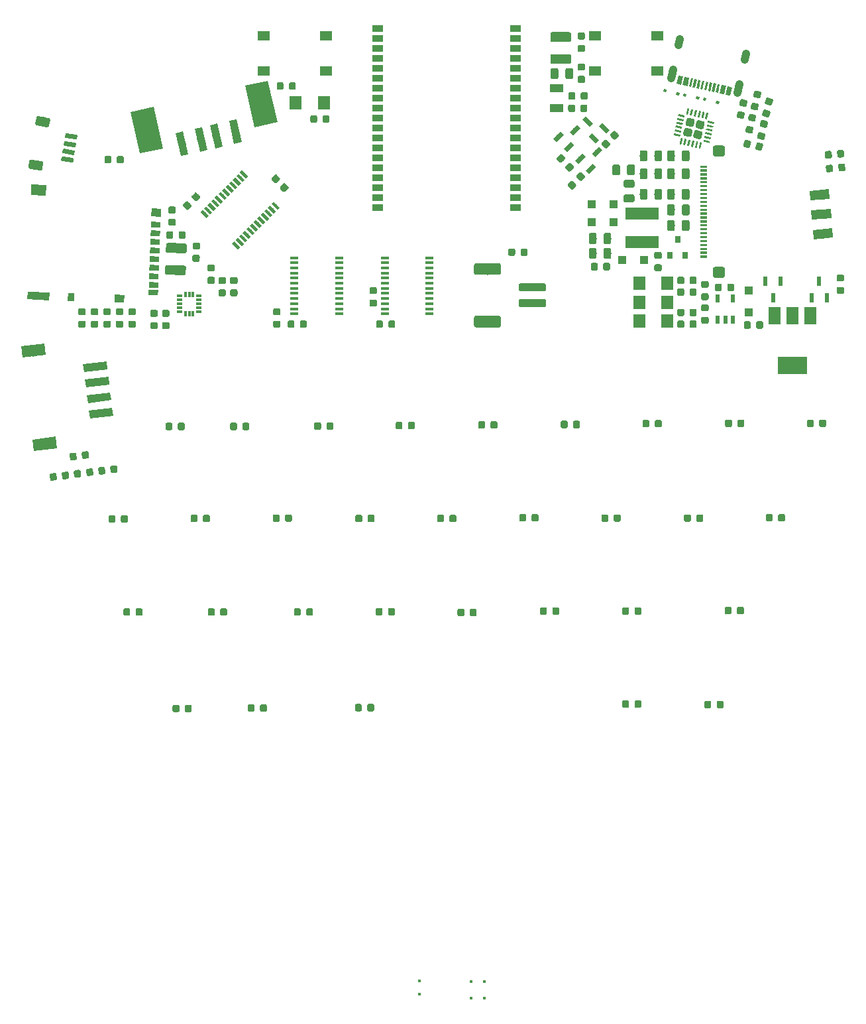
<source format=gbr>
G04 #@! TF.GenerationSoftware,KiCad,Pcbnew,5.0.2-1.fc29*
G04 #@! TF.CreationDate,2019-02-25T04:27:58+01:00*
G04 #@! TF.ProjectId,tr19-badge,74723139-2d62-4616-9467-652e6b696361,rev?*
G04 #@! TF.SameCoordinates,Original*
G04 #@! TF.FileFunction,Paste,Bot*
G04 #@! TF.FilePolarity,Positive*
%FSLAX46Y46*%
G04 Gerber Fmt 4.6, Leading zero omitted, Abs format (unit mm)*
G04 Created by KiCad (PCBNEW 5.0.2-1.fc29) date Mon 25 Feb 2019 04:27:58 CET*
%MOMM*%
%LPD*%
G01*
G04 APERTURE LIST*
%ADD10R,1.450000X0.930000*%
%ADD11C,1.500000*%
%ADD12C,0.100000*%
%ADD13C,1.010000*%
%ADD14R,1.800000X1.000000*%
%ADD15C,0.400000*%
%ADD16R,0.600000X1.300000*%
%ADD17C,0.975000*%
%ADD18C,0.280000*%
%ADD19C,1.400000*%
%ADD20R,1.500000X1.800000*%
%ADD21C,0.875000*%
%ADD22C,1.250000*%
%ADD23C,0.350000*%
%ADD24R,1.100000X1.100000*%
%ADD25C,1.000000*%
%ADD26C,1.200000*%
%ADD27C,0.600000*%
%ADD28R,4.200000X1.500000*%
%ADD29R,0.800000X0.900000*%
%ADD30R,1.550000X1.300000*%
%ADD31C,0.250000*%
%ADD32C,1.050000*%
%ADD33R,0.600000X1.050000*%
%ADD34R,3.800000X2.200000*%
%ADD35R,1.500000X2.200000*%
%ADD36C,1.300000*%
%ADD37C,0.800000*%
%ADD38C,0.700000*%
%ADD39R,0.350000X0.750000*%
%ADD40R,0.750000X0.350000*%
%ADD41C,3.000000*%
%ADD42C,0.300000*%
%ADD43C,0.620000*%
%ADD44C,1.000000*%
%ADD45R,1.100000X0.400000*%
%ADD46R,0.350000X0.400000*%
%ADD47R,0.400000X0.350000*%
G04 APERTURE END LIST*
D10*
G04 #@! TO.C,A1*
X-8810000Y133985000D03*
X-8810000Y132715000D03*
X-8810000Y131445000D03*
X-8810000Y130175000D03*
X-8810000Y128905000D03*
X-8810000Y127635000D03*
X-8810000Y126365000D03*
X-8810000Y125095000D03*
X-8810000Y123825000D03*
X-8810000Y122555000D03*
X-8810000Y121285000D03*
X-8810000Y120015000D03*
X-8810000Y118745000D03*
X-8810000Y117475000D03*
X-8810000Y116205000D03*
X-8810000Y114935000D03*
X-8810000Y113665000D03*
X-8810000Y112395000D03*
X-8810000Y111125000D03*
X8810000Y111125000D03*
X8810000Y112395000D03*
X8810000Y113665000D03*
X8810000Y114935000D03*
X8810000Y116205000D03*
X8810000Y117475000D03*
X8810000Y118745000D03*
X8810000Y120015000D03*
X8810000Y121285000D03*
X8810000Y122555000D03*
X8810000Y123825000D03*
X8810000Y125095000D03*
X8810000Y126365000D03*
X8810000Y127635000D03*
X8810000Y128905000D03*
X8810000Y130175000D03*
X8810000Y131445000D03*
X8810000Y132715000D03*
X8810000Y133985000D03*
G04 #@! TD*
D11*
G04 #@! TO.C,J5*
X-52811836Y92838417D03*
D12*
G36*
X-51231615Y92276811D02*
X-54209253Y91911203D01*
X-54392057Y93400023D01*
X-51414419Y93765631D01*
X-51231615Y92276811D01*
X-51231615Y92276811D01*
G37*
D11*
X-51349404Y80927863D03*
D12*
G36*
X-49769183Y80366257D02*
X-52746821Y80000649D01*
X-52929625Y81489469D01*
X-49951987Y81855077D01*
X-49769183Y80366257D01*
X-49769183Y80366257D01*
G37*
D13*
X-44902877Y90786985D03*
D12*
G36*
X-43352514Y90468553D02*
X-46330152Y90102945D01*
X-46453240Y91105417D01*
X-43475602Y91471025D01*
X-43352514Y90468553D01*
X-43352514Y90468553D01*
G37*
D13*
X-44659139Y88801893D03*
D12*
G36*
X-43108776Y88483461D02*
X-46086414Y88117853D01*
X-46209502Y89120325D01*
X-43231864Y89485933D01*
X-43108776Y88483461D01*
X-43108776Y88483461D01*
G37*
D13*
X-44415400Y86816801D03*
D12*
G36*
X-42865037Y86498369D02*
X-45842675Y86132761D01*
X-45965763Y87135233D01*
X-42988125Y87500841D01*
X-42865037Y86498369D01*
X-42865037Y86498369D01*
G37*
D13*
X-44171661Y84831708D03*
D12*
G36*
X-42621298Y84513276D02*
X-45598936Y84147668D01*
X-45722024Y85150140D01*
X-42744386Y85515748D01*
X-42621298Y84513276D01*
X-42621298Y84513276D01*
G37*
G04 #@! TD*
D14*
G04 #@! TO.C,Y1*
X14030000Y123810000D03*
X14030000Y126310000D03*
G04 #@! TD*
D15*
G04 #@! TO.C,U7*
X-26912652Y106256839D03*
D12*
G36*
X-27442982Y106504326D02*
X-27160139Y106787169D01*
X-26382322Y106009352D01*
X-26665165Y105726509D01*
X-27442982Y106504326D01*
X-27442982Y106504326D01*
G37*
D15*
X-26453033Y106716458D03*
D12*
G36*
X-26983363Y106963945D02*
X-26700520Y107246788D01*
X-25922703Y106468971D01*
X-26205546Y106186128D01*
X-26983363Y106963945D01*
X-26983363Y106963945D01*
G37*
D15*
X-25993414Y107176078D03*
D12*
G36*
X-26523744Y107423565D02*
X-26240901Y107706408D01*
X-25463084Y106928591D01*
X-25745927Y106645748D01*
X-26523744Y107423565D01*
X-26523744Y107423565D01*
G37*
D15*
X-25533794Y107635697D03*
D12*
G36*
X-26064124Y107883184D02*
X-25781281Y108166027D01*
X-25003464Y107388210D01*
X-25286307Y107105367D01*
X-26064124Y107883184D01*
X-26064124Y107883184D01*
G37*
D15*
X-25074175Y108095317D03*
D12*
G36*
X-25604505Y108342804D02*
X-25321662Y108625647D01*
X-24543845Y107847830D01*
X-24826688Y107564987D01*
X-25604505Y108342804D01*
X-25604505Y108342804D01*
G37*
D15*
X-24614555Y108554936D03*
D12*
G36*
X-25144885Y108802423D02*
X-24862042Y109085266D01*
X-24084225Y108307449D01*
X-24367068Y108024606D01*
X-25144885Y108802423D01*
X-25144885Y108802423D01*
G37*
D15*
X-24154936Y109014555D03*
D12*
G36*
X-24685266Y109262042D02*
X-24402423Y109544885D01*
X-23624606Y108767068D01*
X-23907449Y108484225D01*
X-24685266Y109262042D01*
X-24685266Y109262042D01*
G37*
D15*
X-23695317Y109474175D03*
D12*
G36*
X-24225647Y109721662D02*
X-23942804Y110004505D01*
X-23164987Y109226688D01*
X-23447830Y108943845D01*
X-24225647Y109721662D01*
X-24225647Y109721662D01*
G37*
D15*
X-23235697Y109933794D03*
D12*
G36*
X-23766027Y110181281D02*
X-23483184Y110464124D01*
X-22705367Y109686307D01*
X-22988210Y109403464D01*
X-23766027Y110181281D01*
X-23766027Y110181281D01*
G37*
D15*
X-22776078Y110393414D03*
D12*
G36*
X-23306408Y110640901D02*
X-23023565Y110923744D01*
X-22245748Y110145927D01*
X-22528591Y109863084D01*
X-23306408Y110640901D01*
X-23306408Y110640901D01*
G37*
D15*
X-22316458Y110853033D03*
D12*
G36*
X-22846788Y111100520D02*
X-22563945Y111383363D01*
X-21786128Y110605546D01*
X-22068971Y110322703D01*
X-22846788Y111100520D01*
X-22846788Y111100520D01*
G37*
D15*
X-21856839Y111312652D03*
D12*
G36*
X-22387169Y111560139D02*
X-22104326Y111842982D01*
X-21326509Y111065165D01*
X-21609352Y110782322D01*
X-22387169Y111560139D01*
X-22387169Y111560139D01*
G37*
D15*
X-25887348Y115343161D03*
D12*
G36*
X-26417678Y115590648D02*
X-26134835Y115873491D01*
X-25357018Y115095674D01*
X-25639861Y114812831D01*
X-26417678Y115590648D01*
X-26417678Y115590648D01*
G37*
D15*
X-26346967Y114883542D03*
D12*
G36*
X-26877297Y115131029D02*
X-26594454Y115413872D01*
X-25816637Y114636055D01*
X-26099480Y114353212D01*
X-26877297Y115131029D01*
X-26877297Y115131029D01*
G37*
D15*
X-26806586Y114423922D03*
D12*
G36*
X-27336916Y114671409D02*
X-27054073Y114954252D01*
X-26276256Y114176435D01*
X-26559099Y113893592D01*
X-27336916Y114671409D01*
X-27336916Y114671409D01*
G37*
D15*
X-27266206Y113964303D03*
D12*
G36*
X-27796536Y114211790D02*
X-27513693Y114494633D01*
X-26735876Y113716816D01*
X-27018719Y113433973D01*
X-27796536Y114211790D01*
X-27796536Y114211790D01*
G37*
D15*
X-27725825Y113504683D03*
D12*
G36*
X-28256155Y113752170D02*
X-27973312Y114035013D01*
X-27195495Y113257196D01*
X-27478338Y112974353D01*
X-28256155Y113752170D01*
X-28256155Y113752170D01*
G37*
D15*
X-28185445Y113045064D03*
D12*
G36*
X-28715775Y113292551D02*
X-28432932Y113575394D01*
X-27655115Y112797577D01*
X-27937958Y112514734D01*
X-28715775Y113292551D01*
X-28715775Y113292551D01*
G37*
D15*
X-28645064Y112585445D03*
D12*
G36*
X-29175394Y112832932D02*
X-28892551Y113115775D01*
X-28114734Y112337958D01*
X-28397577Y112055115D01*
X-29175394Y112832932D01*
X-29175394Y112832932D01*
G37*
D15*
X-29104683Y112125825D03*
D12*
G36*
X-29635013Y112373312D02*
X-29352170Y112656155D01*
X-28574353Y111878338D01*
X-28857196Y111595495D01*
X-29635013Y112373312D01*
X-29635013Y112373312D01*
G37*
D15*
X-29564303Y111666206D03*
D12*
G36*
X-30094633Y111913693D02*
X-29811790Y112196536D01*
X-29033973Y111418719D01*
X-29316816Y111135876D01*
X-30094633Y111913693D01*
X-30094633Y111913693D01*
G37*
D15*
X-30023922Y111206586D03*
D12*
G36*
X-30554252Y111454073D02*
X-30271409Y111736916D01*
X-29493592Y110959099D01*
X-29776435Y110676256D01*
X-30554252Y111454073D01*
X-30554252Y111454073D01*
G37*
D15*
X-30483542Y110746967D03*
D12*
G36*
X-31013872Y110994454D02*
X-30731029Y111277297D01*
X-29953212Y110499480D01*
X-30236055Y110216637D01*
X-31013872Y110994454D01*
X-31013872Y110994454D01*
G37*
D15*
X-30943161Y110287348D03*
D12*
G36*
X-31473491Y110534835D02*
X-31190648Y110817678D01*
X-30412831Y110039861D01*
X-30695674Y109757018D01*
X-31473491Y110534835D01*
X-31473491Y110534835D01*
G37*
G04 #@! TD*
D16*
G04 #@! TO.C,Q4*
X48550000Y99550000D03*
X46650000Y99550000D03*
X47600000Y101650000D03*
G04 #@! TD*
D12*
G04 #@! TO.C,C22*
G36*
X25430142Y118398826D02*
X25453803Y118395316D01*
X25477007Y118389504D01*
X25499529Y118381446D01*
X25521153Y118371218D01*
X25541670Y118358921D01*
X25560883Y118344671D01*
X25578607Y118328607D01*
X25594671Y118310883D01*
X25608921Y118291670D01*
X25621218Y118271153D01*
X25631446Y118249529D01*
X25639504Y118227007D01*
X25645316Y118203803D01*
X25648826Y118180142D01*
X25650000Y118156250D01*
X25650000Y117243750D01*
X25648826Y117219858D01*
X25645316Y117196197D01*
X25639504Y117172993D01*
X25631446Y117150471D01*
X25621218Y117128847D01*
X25608921Y117108330D01*
X25594671Y117089117D01*
X25578607Y117071393D01*
X25560883Y117055329D01*
X25541670Y117041079D01*
X25521153Y117028782D01*
X25499529Y117018554D01*
X25477007Y117010496D01*
X25453803Y117004684D01*
X25430142Y117001174D01*
X25406250Y117000000D01*
X24918750Y117000000D01*
X24894858Y117001174D01*
X24871197Y117004684D01*
X24847993Y117010496D01*
X24825471Y117018554D01*
X24803847Y117028782D01*
X24783330Y117041079D01*
X24764117Y117055329D01*
X24746393Y117071393D01*
X24730329Y117089117D01*
X24716079Y117108330D01*
X24703782Y117128847D01*
X24693554Y117150471D01*
X24685496Y117172993D01*
X24679684Y117196197D01*
X24676174Y117219858D01*
X24675000Y117243750D01*
X24675000Y118156250D01*
X24676174Y118180142D01*
X24679684Y118203803D01*
X24685496Y118227007D01*
X24693554Y118249529D01*
X24703782Y118271153D01*
X24716079Y118291670D01*
X24730329Y118310883D01*
X24746393Y118328607D01*
X24764117Y118344671D01*
X24783330Y118358921D01*
X24803847Y118371218D01*
X24825471Y118381446D01*
X24847993Y118389504D01*
X24871197Y118395316D01*
X24894858Y118398826D01*
X24918750Y118400000D01*
X25406250Y118400000D01*
X25430142Y118398826D01*
X25430142Y118398826D01*
G37*
D17*
X25162500Y117700000D03*
D12*
G36*
X27305142Y118398826D02*
X27328803Y118395316D01*
X27352007Y118389504D01*
X27374529Y118381446D01*
X27396153Y118371218D01*
X27416670Y118358921D01*
X27435883Y118344671D01*
X27453607Y118328607D01*
X27469671Y118310883D01*
X27483921Y118291670D01*
X27496218Y118271153D01*
X27506446Y118249529D01*
X27514504Y118227007D01*
X27520316Y118203803D01*
X27523826Y118180142D01*
X27525000Y118156250D01*
X27525000Y117243750D01*
X27523826Y117219858D01*
X27520316Y117196197D01*
X27514504Y117172993D01*
X27506446Y117150471D01*
X27496218Y117128847D01*
X27483921Y117108330D01*
X27469671Y117089117D01*
X27453607Y117071393D01*
X27435883Y117055329D01*
X27416670Y117041079D01*
X27396153Y117028782D01*
X27374529Y117018554D01*
X27352007Y117010496D01*
X27328803Y117004684D01*
X27305142Y117001174D01*
X27281250Y117000000D01*
X26793750Y117000000D01*
X26769858Y117001174D01*
X26746197Y117004684D01*
X26722993Y117010496D01*
X26700471Y117018554D01*
X26678847Y117028782D01*
X26658330Y117041079D01*
X26639117Y117055329D01*
X26621393Y117071393D01*
X26605329Y117089117D01*
X26591079Y117108330D01*
X26578782Y117128847D01*
X26568554Y117150471D01*
X26560496Y117172993D01*
X26554684Y117196197D01*
X26551174Y117219858D01*
X26550000Y117243750D01*
X26550000Y118156250D01*
X26551174Y118180142D01*
X26554684Y118203803D01*
X26560496Y118227007D01*
X26568554Y118249529D01*
X26578782Y118271153D01*
X26591079Y118291670D01*
X26605329Y118310883D01*
X26621393Y118328607D01*
X26639117Y118344671D01*
X26658330Y118358921D01*
X26678847Y118371218D01*
X26700471Y118381446D01*
X26722993Y118389504D01*
X26746197Y118395316D01*
X26769858Y118398826D01*
X26793750Y118400000D01*
X27281250Y118400000D01*
X27305142Y118398826D01*
X27305142Y118398826D01*
G37*
D17*
X27037500Y117700000D03*
G04 #@! TD*
D12*
G04 #@! TO.C,U4*
G36*
X33236861Y104959663D02*
X33243656Y104958655D01*
X33250320Y104956986D01*
X33256788Y104954672D01*
X33262998Y104951734D01*
X33268890Y104948203D01*
X33274408Y104944111D01*
X33279497Y104939497D01*
X33284111Y104934408D01*
X33288203Y104928890D01*
X33291734Y104922998D01*
X33294672Y104916788D01*
X33296986Y104910320D01*
X33298655Y104903656D01*
X33299663Y104896861D01*
X33300000Y104890000D01*
X33300000Y104750000D01*
X33299663Y104743139D01*
X33298655Y104736344D01*
X33296986Y104729680D01*
X33294672Y104723212D01*
X33291734Y104717002D01*
X33288203Y104711110D01*
X33284111Y104705592D01*
X33279497Y104700503D01*
X33274408Y104695889D01*
X33268890Y104691797D01*
X33262998Y104688266D01*
X33256788Y104685328D01*
X33250320Y104683014D01*
X33243656Y104681345D01*
X33236861Y104680337D01*
X33230000Y104680000D01*
X32470000Y104680000D01*
X32463139Y104680337D01*
X32456344Y104681345D01*
X32449680Y104683014D01*
X32443212Y104685328D01*
X32437002Y104688266D01*
X32431110Y104691797D01*
X32425592Y104695889D01*
X32420503Y104700503D01*
X32415889Y104705592D01*
X32411797Y104711110D01*
X32408266Y104717002D01*
X32405328Y104723212D01*
X32403014Y104729680D01*
X32401345Y104736344D01*
X32400337Y104743139D01*
X32400000Y104750000D01*
X32400000Y104890000D01*
X32400337Y104896861D01*
X32401345Y104903656D01*
X32403014Y104910320D01*
X32405328Y104916788D01*
X32408266Y104922998D01*
X32411797Y104928890D01*
X32415889Y104934408D01*
X32420503Y104939497D01*
X32425592Y104944111D01*
X32431110Y104948203D01*
X32437002Y104951734D01*
X32443212Y104954672D01*
X32449680Y104956986D01*
X32456344Y104958655D01*
X32463139Y104959663D01*
X32470000Y104960000D01*
X33230000Y104960000D01*
X33236861Y104959663D01*
X33236861Y104959663D01*
G37*
D18*
X32850000Y104820000D03*
D12*
G36*
X33236861Y115959663D02*
X33243656Y115958655D01*
X33250320Y115956986D01*
X33256788Y115954672D01*
X33262998Y115951734D01*
X33268890Y115948203D01*
X33274408Y115944111D01*
X33279497Y115939497D01*
X33284111Y115934408D01*
X33288203Y115928890D01*
X33291734Y115922998D01*
X33294672Y115916788D01*
X33296986Y115910320D01*
X33298655Y115903656D01*
X33299663Y115896861D01*
X33300000Y115890000D01*
X33300000Y115750000D01*
X33299663Y115743139D01*
X33298655Y115736344D01*
X33296986Y115729680D01*
X33294672Y115723212D01*
X33291734Y115717002D01*
X33288203Y115711110D01*
X33284111Y115705592D01*
X33279497Y115700503D01*
X33274408Y115695889D01*
X33268890Y115691797D01*
X33262998Y115688266D01*
X33256788Y115685328D01*
X33250320Y115683014D01*
X33243656Y115681345D01*
X33236861Y115680337D01*
X33230000Y115680000D01*
X32470000Y115680000D01*
X32463139Y115680337D01*
X32456344Y115681345D01*
X32449680Y115683014D01*
X32443212Y115685328D01*
X32437002Y115688266D01*
X32431110Y115691797D01*
X32425592Y115695889D01*
X32420503Y115700503D01*
X32415889Y115705592D01*
X32411797Y115711110D01*
X32408266Y115717002D01*
X32405328Y115723212D01*
X32403014Y115729680D01*
X32401345Y115736344D01*
X32400337Y115743139D01*
X32400000Y115750000D01*
X32400000Y115890000D01*
X32400337Y115896861D01*
X32401345Y115903656D01*
X32403014Y115910320D01*
X32405328Y115916788D01*
X32408266Y115922998D01*
X32411797Y115928890D01*
X32415889Y115934408D01*
X32420503Y115939497D01*
X32425592Y115944111D01*
X32431110Y115948203D01*
X32437002Y115951734D01*
X32443212Y115954672D01*
X32449680Y115956986D01*
X32456344Y115958655D01*
X32463139Y115959663D01*
X32470000Y115960000D01*
X33230000Y115960000D01*
X33236861Y115959663D01*
X33236861Y115959663D01*
G37*
D18*
X32850000Y115820000D03*
D12*
G36*
X33236861Y115459663D02*
X33243656Y115458655D01*
X33250320Y115456986D01*
X33256788Y115454672D01*
X33262998Y115451734D01*
X33268890Y115448203D01*
X33274408Y115444111D01*
X33279497Y115439497D01*
X33284111Y115434408D01*
X33288203Y115428890D01*
X33291734Y115422998D01*
X33294672Y115416788D01*
X33296986Y115410320D01*
X33298655Y115403656D01*
X33299663Y115396861D01*
X33300000Y115390000D01*
X33300000Y115250000D01*
X33299663Y115243139D01*
X33298655Y115236344D01*
X33296986Y115229680D01*
X33294672Y115223212D01*
X33291734Y115217002D01*
X33288203Y115211110D01*
X33284111Y115205592D01*
X33279497Y115200503D01*
X33274408Y115195889D01*
X33268890Y115191797D01*
X33262998Y115188266D01*
X33256788Y115185328D01*
X33250320Y115183014D01*
X33243656Y115181345D01*
X33236861Y115180337D01*
X33230000Y115180000D01*
X32470000Y115180000D01*
X32463139Y115180337D01*
X32456344Y115181345D01*
X32449680Y115183014D01*
X32443212Y115185328D01*
X32437002Y115188266D01*
X32431110Y115191797D01*
X32425592Y115195889D01*
X32420503Y115200503D01*
X32415889Y115205592D01*
X32411797Y115211110D01*
X32408266Y115217002D01*
X32405328Y115223212D01*
X32403014Y115229680D01*
X32401345Y115236344D01*
X32400337Y115243139D01*
X32400000Y115250000D01*
X32400000Y115390000D01*
X32400337Y115396861D01*
X32401345Y115403656D01*
X32403014Y115410320D01*
X32405328Y115416788D01*
X32408266Y115422998D01*
X32411797Y115428890D01*
X32415889Y115434408D01*
X32420503Y115439497D01*
X32425592Y115444111D01*
X32431110Y115448203D01*
X32437002Y115451734D01*
X32443212Y115454672D01*
X32449680Y115456986D01*
X32456344Y115458655D01*
X32463139Y115459663D01*
X32470000Y115460000D01*
X33230000Y115460000D01*
X33236861Y115459663D01*
X33236861Y115459663D01*
G37*
D18*
X32850000Y115320000D03*
D12*
G36*
X33236861Y114959663D02*
X33243656Y114958655D01*
X33250320Y114956986D01*
X33256788Y114954672D01*
X33262998Y114951734D01*
X33268890Y114948203D01*
X33274408Y114944111D01*
X33279497Y114939497D01*
X33284111Y114934408D01*
X33288203Y114928890D01*
X33291734Y114922998D01*
X33294672Y114916788D01*
X33296986Y114910320D01*
X33298655Y114903656D01*
X33299663Y114896861D01*
X33300000Y114890000D01*
X33300000Y114750000D01*
X33299663Y114743139D01*
X33298655Y114736344D01*
X33296986Y114729680D01*
X33294672Y114723212D01*
X33291734Y114717002D01*
X33288203Y114711110D01*
X33284111Y114705592D01*
X33279497Y114700503D01*
X33274408Y114695889D01*
X33268890Y114691797D01*
X33262998Y114688266D01*
X33256788Y114685328D01*
X33250320Y114683014D01*
X33243656Y114681345D01*
X33236861Y114680337D01*
X33230000Y114680000D01*
X32470000Y114680000D01*
X32463139Y114680337D01*
X32456344Y114681345D01*
X32449680Y114683014D01*
X32443212Y114685328D01*
X32437002Y114688266D01*
X32431110Y114691797D01*
X32425592Y114695889D01*
X32420503Y114700503D01*
X32415889Y114705592D01*
X32411797Y114711110D01*
X32408266Y114717002D01*
X32405328Y114723212D01*
X32403014Y114729680D01*
X32401345Y114736344D01*
X32400337Y114743139D01*
X32400000Y114750000D01*
X32400000Y114890000D01*
X32400337Y114896861D01*
X32401345Y114903656D01*
X32403014Y114910320D01*
X32405328Y114916788D01*
X32408266Y114922998D01*
X32411797Y114928890D01*
X32415889Y114934408D01*
X32420503Y114939497D01*
X32425592Y114944111D01*
X32431110Y114948203D01*
X32437002Y114951734D01*
X32443212Y114954672D01*
X32449680Y114956986D01*
X32456344Y114958655D01*
X32463139Y114959663D01*
X32470000Y114960000D01*
X33230000Y114960000D01*
X33236861Y114959663D01*
X33236861Y114959663D01*
G37*
D18*
X32850000Y114820000D03*
D12*
G36*
X33236861Y114459663D02*
X33243656Y114458655D01*
X33250320Y114456986D01*
X33256788Y114454672D01*
X33262998Y114451734D01*
X33268890Y114448203D01*
X33274408Y114444111D01*
X33279497Y114439497D01*
X33284111Y114434408D01*
X33288203Y114428890D01*
X33291734Y114422998D01*
X33294672Y114416788D01*
X33296986Y114410320D01*
X33298655Y114403656D01*
X33299663Y114396861D01*
X33300000Y114390000D01*
X33300000Y114250000D01*
X33299663Y114243139D01*
X33298655Y114236344D01*
X33296986Y114229680D01*
X33294672Y114223212D01*
X33291734Y114217002D01*
X33288203Y114211110D01*
X33284111Y114205592D01*
X33279497Y114200503D01*
X33274408Y114195889D01*
X33268890Y114191797D01*
X33262998Y114188266D01*
X33256788Y114185328D01*
X33250320Y114183014D01*
X33243656Y114181345D01*
X33236861Y114180337D01*
X33230000Y114180000D01*
X32470000Y114180000D01*
X32463139Y114180337D01*
X32456344Y114181345D01*
X32449680Y114183014D01*
X32443212Y114185328D01*
X32437002Y114188266D01*
X32431110Y114191797D01*
X32425592Y114195889D01*
X32420503Y114200503D01*
X32415889Y114205592D01*
X32411797Y114211110D01*
X32408266Y114217002D01*
X32405328Y114223212D01*
X32403014Y114229680D01*
X32401345Y114236344D01*
X32400337Y114243139D01*
X32400000Y114250000D01*
X32400000Y114390000D01*
X32400337Y114396861D01*
X32401345Y114403656D01*
X32403014Y114410320D01*
X32405328Y114416788D01*
X32408266Y114422998D01*
X32411797Y114428890D01*
X32415889Y114434408D01*
X32420503Y114439497D01*
X32425592Y114444111D01*
X32431110Y114448203D01*
X32437002Y114451734D01*
X32443212Y114454672D01*
X32449680Y114456986D01*
X32456344Y114458655D01*
X32463139Y114459663D01*
X32470000Y114460000D01*
X33230000Y114460000D01*
X33236861Y114459663D01*
X33236861Y114459663D01*
G37*
D18*
X32850000Y114320000D03*
D12*
G36*
X33236861Y113959663D02*
X33243656Y113958655D01*
X33250320Y113956986D01*
X33256788Y113954672D01*
X33262998Y113951734D01*
X33268890Y113948203D01*
X33274408Y113944111D01*
X33279497Y113939497D01*
X33284111Y113934408D01*
X33288203Y113928890D01*
X33291734Y113922998D01*
X33294672Y113916788D01*
X33296986Y113910320D01*
X33298655Y113903656D01*
X33299663Y113896861D01*
X33300000Y113890000D01*
X33300000Y113750000D01*
X33299663Y113743139D01*
X33298655Y113736344D01*
X33296986Y113729680D01*
X33294672Y113723212D01*
X33291734Y113717002D01*
X33288203Y113711110D01*
X33284111Y113705592D01*
X33279497Y113700503D01*
X33274408Y113695889D01*
X33268890Y113691797D01*
X33262998Y113688266D01*
X33256788Y113685328D01*
X33250320Y113683014D01*
X33243656Y113681345D01*
X33236861Y113680337D01*
X33230000Y113680000D01*
X32470000Y113680000D01*
X32463139Y113680337D01*
X32456344Y113681345D01*
X32449680Y113683014D01*
X32443212Y113685328D01*
X32437002Y113688266D01*
X32431110Y113691797D01*
X32425592Y113695889D01*
X32420503Y113700503D01*
X32415889Y113705592D01*
X32411797Y113711110D01*
X32408266Y113717002D01*
X32405328Y113723212D01*
X32403014Y113729680D01*
X32401345Y113736344D01*
X32400337Y113743139D01*
X32400000Y113750000D01*
X32400000Y113890000D01*
X32400337Y113896861D01*
X32401345Y113903656D01*
X32403014Y113910320D01*
X32405328Y113916788D01*
X32408266Y113922998D01*
X32411797Y113928890D01*
X32415889Y113934408D01*
X32420503Y113939497D01*
X32425592Y113944111D01*
X32431110Y113948203D01*
X32437002Y113951734D01*
X32443212Y113954672D01*
X32449680Y113956986D01*
X32456344Y113958655D01*
X32463139Y113959663D01*
X32470000Y113960000D01*
X33230000Y113960000D01*
X33236861Y113959663D01*
X33236861Y113959663D01*
G37*
D18*
X32850000Y113820000D03*
D12*
G36*
X33236861Y113459663D02*
X33243656Y113458655D01*
X33250320Y113456986D01*
X33256788Y113454672D01*
X33262998Y113451734D01*
X33268890Y113448203D01*
X33274408Y113444111D01*
X33279497Y113439497D01*
X33284111Y113434408D01*
X33288203Y113428890D01*
X33291734Y113422998D01*
X33294672Y113416788D01*
X33296986Y113410320D01*
X33298655Y113403656D01*
X33299663Y113396861D01*
X33300000Y113390000D01*
X33300000Y113250000D01*
X33299663Y113243139D01*
X33298655Y113236344D01*
X33296986Y113229680D01*
X33294672Y113223212D01*
X33291734Y113217002D01*
X33288203Y113211110D01*
X33284111Y113205592D01*
X33279497Y113200503D01*
X33274408Y113195889D01*
X33268890Y113191797D01*
X33262998Y113188266D01*
X33256788Y113185328D01*
X33250320Y113183014D01*
X33243656Y113181345D01*
X33236861Y113180337D01*
X33230000Y113180000D01*
X32470000Y113180000D01*
X32463139Y113180337D01*
X32456344Y113181345D01*
X32449680Y113183014D01*
X32443212Y113185328D01*
X32437002Y113188266D01*
X32431110Y113191797D01*
X32425592Y113195889D01*
X32420503Y113200503D01*
X32415889Y113205592D01*
X32411797Y113211110D01*
X32408266Y113217002D01*
X32405328Y113223212D01*
X32403014Y113229680D01*
X32401345Y113236344D01*
X32400337Y113243139D01*
X32400000Y113250000D01*
X32400000Y113390000D01*
X32400337Y113396861D01*
X32401345Y113403656D01*
X32403014Y113410320D01*
X32405328Y113416788D01*
X32408266Y113422998D01*
X32411797Y113428890D01*
X32415889Y113434408D01*
X32420503Y113439497D01*
X32425592Y113444111D01*
X32431110Y113448203D01*
X32437002Y113451734D01*
X32443212Y113454672D01*
X32449680Y113456986D01*
X32456344Y113458655D01*
X32463139Y113459663D01*
X32470000Y113460000D01*
X33230000Y113460000D01*
X33236861Y113459663D01*
X33236861Y113459663D01*
G37*
D18*
X32850000Y113320000D03*
D12*
G36*
X33236861Y112959663D02*
X33243656Y112958655D01*
X33250320Y112956986D01*
X33256788Y112954672D01*
X33262998Y112951734D01*
X33268890Y112948203D01*
X33274408Y112944111D01*
X33279497Y112939497D01*
X33284111Y112934408D01*
X33288203Y112928890D01*
X33291734Y112922998D01*
X33294672Y112916788D01*
X33296986Y112910320D01*
X33298655Y112903656D01*
X33299663Y112896861D01*
X33300000Y112890000D01*
X33300000Y112750000D01*
X33299663Y112743139D01*
X33298655Y112736344D01*
X33296986Y112729680D01*
X33294672Y112723212D01*
X33291734Y112717002D01*
X33288203Y112711110D01*
X33284111Y112705592D01*
X33279497Y112700503D01*
X33274408Y112695889D01*
X33268890Y112691797D01*
X33262998Y112688266D01*
X33256788Y112685328D01*
X33250320Y112683014D01*
X33243656Y112681345D01*
X33236861Y112680337D01*
X33230000Y112680000D01*
X32470000Y112680000D01*
X32463139Y112680337D01*
X32456344Y112681345D01*
X32449680Y112683014D01*
X32443212Y112685328D01*
X32437002Y112688266D01*
X32431110Y112691797D01*
X32425592Y112695889D01*
X32420503Y112700503D01*
X32415889Y112705592D01*
X32411797Y112711110D01*
X32408266Y112717002D01*
X32405328Y112723212D01*
X32403014Y112729680D01*
X32401345Y112736344D01*
X32400337Y112743139D01*
X32400000Y112750000D01*
X32400000Y112890000D01*
X32400337Y112896861D01*
X32401345Y112903656D01*
X32403014Y112910320D01*
X32405328Y112916788D01*
X32408266Y112922998D01*
X32411797Y112928890D01*
X32415889Y112934408D01*
X32420503Y112939497D01*
X32425592Y112944111D01*
X32431110Y112948203D01*
X32437002Y112951734D01*
X32443212Y112954672D01*
X32449680Y112956986D01*
X32456344Y112958655D01*
X32463139Y112959663D01*
X32470000Y112960000D01*
X33230000Y112960000D01*
X33236861Y112959663D01*
X33236861Y112959663D01*
G37*
D18*
X32850000Y112820000D03*
D12*
G36*
X33236861Y112459663D02*
X33243656Y112458655D01*
X33250320Y112456986D01*
X33256788Y112454672D01*
X33262998Y112451734D01*
X33268890Y112448203D01*
X33274408Y112444111D01*
X33279497Y112439497D01*
X33284111Y112434408D01*
X33288203Y112428890D01*
X33291734Y112422998D01*
X33294672Y112416788D01*
X33296986Y112410320D01*
X33298655Y112403656D01*
X33299663Y112396861D01*
X33300000Y112390000D01*
X33300000Y112250000D01*
X33299663Y112243139D01*
X33298655Y112236344D01*
X33296986Y112229680D01*
X33294672Y112223212D01*
X33291734Y112217002D01*
X33288203Y112211110D01*
X33284111Y112205592D01*
X33279497Y112200503D01*
X33274408Y112195889D01*
X33268890Y112191797D01*
X33262998Y112188266D01*
X33256788Y112185328D01*
X33250320Y112183014D01*
X33243656Y112181345D01*
X33236861Y112180337D01*
X33230000Y112180000D01*
X32470000Y112180000D01*
X32463139Y112180337D01*
X32456344Y112181345D01*
X32449680Y112183014D01*
X32443212Y112185328D01*
X32437002Y112188266D01*
X32431110Y112191797D01*
X32425592Y112195889D01*
X32420503Y112200503D01*
X32415889Y112205592D01*
X32411797Y112211110D01*
X32408266Y112217002D01*
X32405328Y112223212D01*
X32403014Y112229680D01*
X32401345Y112236344D01*
X32400337Y112243139D01*
X32400000Y112250000D01*
X32400000Y112390000D01*
X32400337Y112396861D01*
X32401345Y112403656D01*
X32403014Y112410320D01*
X32405328Y112416788D01*
X32408266Y112422998D01*
X32411797Y112428890D01*
X32415889Y112434408D01*
X32420503Y112439497D01*
X32425592Y112444111D01*
X32431110Y112448203D01*
X32437002Y112451734D01*
X32443212Y112454672D01*
X32449680Y112456986D01*
X32456344Y112458655D01*
X32463139Y112459663D01*
X32470000Y112460000D01*
X33230000Y112460000D01*
X33236861Y112459663D01*
X33236861Y112459663D01*
G37*
D18*
X32850000Y112320000D03*
D12*
G36*
X33236861Y111959663D02*
X33243656Y111958655D01*
X33250320Y111956986D01*
X33256788Y111954672D01*
X33262998Y111951734D01*
X33268890Y111948203D01*
X33274408Y111944111D01*
X33279497Y111939497D01*
X33284111Y111934408D01*
X33288203Y111928890D01*
X33291734Y111922998D01*
X33294672Y111916788D01*
X33296986Y111910320D01*
X33298655Y111903656D01*
X33299663Y111896861D01*
X33300000Y111890000D01*
X33300000Y111750000D01*
X33299663Y111743139D01*
X33298655Y111736344D01*
X33296986Y111729680D01*
X33294672Y111723212D01*
X33291734Y111717002D01*
X33288203Y111711110D01*
X33284111Y111705592D01*
X33279497Y111700503D01*
X33274408Y111695889D01*
X33268890Y111691797D01*
X33262998Y111688266D01*
X33256788Y111685328D01*
X33250320Y111683014D01*
X33243656Y111681345D01*
X33236861Y111680337D01*
X33230000Y111680000D01*
X32470000Y111680000D01*
X32463139Y111680337D01*
X32456344Y111681345D01*
X32449680Y111683014D01*
X32443212Y111685328D01*
X32437002Y111688266D01*
X32431110Y111691797D01*
X32425592Y111695889D01*
X32420503Y111700503D01*
X32415889Y111705592D01*
X32411797Y111711110D01*
X32408266Y111717002D01*
X32405328Y111723212D01*
X32403014Y111729680D01*
X32401345Y111736344D01*
X32400337Y111743139D01*
X32400000Y111750000D01*
X32400000Y111890000D01*
X32400337Y111896861D01*
X32401345Y111903656D01*
X32403014Y111910320D01*
X32405328Y111916788D01*
X32408266Y111922998D01*
X32411797Y111928890D01*
X32415889Y111934408D01*
X32420503Y111939497D01*
X32425592Y111944111D01*
X32431110Y111948203D01*
X32437002Y111951734D01*
X32443212Y111954672D01*
X32449680Y111956986D01*
X32456344Y111958655D01*
X32463139Y111959663D01*
X32470000Y111960000D01*
X33230000Y111960000D01*
X33236861Y111959663D01*
X33236861Y111959663D01*
G37*
D18*
X32850000Y111820000D03*
D12*
G36*
X33236861Y111459663D02*
X33243656Y111458655D01*
X33250320Y111456986D01*
X33256788Y111454672D01*
X33262998Y111451734D01*
X33268890Y111448203D01*
X33274408Y111444111D01*
X33279497Y111439497D01*
X33284111Y111434408D01*
X33288203Y111428890D01*
X33291734Y111422998D01*
X33294672Y111416788D01*
X33296986Y111410320D01*
X33298655Y111403656D01*
X33299663Y111396861D01*
X33300000Y111390000D01*
X33300000Y111250000D01*
X33299663Y111243139D01*
X33298655Y111236344D01*
X33296986Y111229680D01*
X33294672Y111223212D01*
X33291734Y111217002D01*
X33288203Y111211110D01*
X33284111Y111205592D01*
X33279497Y111200503D01*
X33274408Y111195889D01*
X33268890Y111191797D01*
X33262998Y111188266D01*
X33256788Y111185328D01*
X33250320Y111183014D01*
X33243656Y111181345D01*
X33236861Y111180337D01*
X33230000Y111180000D01*
X32470000Y111180000D01*
X32463139Y111180337D01*
X32456344Y111181345D01*
X32449680Y111183014D01*
X32443212Y111185328D01*
X32437002Y111188266D01*
X32431110Y111191797D01*
X32425592Y111195889D01*
X32420503Y111200503D01*
X32415889Y111205592D01*
X32411797Y111211110D01*
X32408266Y111217002D01*
X32405328Y111223212D01*
X32403014Y111229680D01*
X32401345Y111236344D01*
X32400337Y111243139D01*
X32400000Y111250000D01*
X32400000Y111390000D01*
X32400337Y111396861D01*
X32401345Y111403656D01*
X32403014Y111410320D01*
X32405328Y111416788D01*
X32408266Y111422998D01*
X32411797Y111428890D01*
X32415889Y111434408D01*
X32420503Y111439497D01*
X32425592Y111444111D01*
X32431110Y111448203D01*
X32437002Y111451734D01*
X32443212Y111454672D01*
X32449680Y111456986D01*
X32456344Y111458655D01*
X32463139Y111459663D01*
X32470000Y111460000D01*
X33230000Y111460000D01*
X33236861Y111459663D01*
X33236861Y111459663D01*
G37*
D18*
X32850000Y111320000D03*
D12*
G36*
X33236861Y110959663D02*
X33243656Y110958655D01*
X33250320Y110956986D01*
X33256788Y110954672D01*
X33262998Y110951734D01*
X33268890Y110948203D01*
X33274408Y110944111D01*
X33279497Y110939497D01*
X33284111Y110934408D01*
X33288203Y110928890D01*
X33291734Y110922998D01*
X33294672Y110916788D01*
X33296986Y110910320D01*
X33298655Y110903656D01*
X33299663Y110896861D01*
X33300000Y110890000D01*
X33300000Y110750000D01*
X33299663Y110743139D01*
X33298655Y110736344D01*
X33296986Y110729680D01*
X33294672Y110723212D01*
X33291734Y110717002D01*
X33288203Y110711110D01*
X33284111Y110705592D01*
X33279497Y110700503D01*
X33274408Y110695889D01*
X33268890Y110691797D01*
X33262998Y110688266D01*
X33256788Y110685328D01*
X33250320Y110683014D01*
X33243656Y110681345D01*
X33236861Y110680337D01*
X33230000Y110680000D01*
X32470000Y110680000D01*
X32463139Y110680337D01*
X32456344Y110681345D01*
X32449680Y110683014D01*
X32443212Y110685328D01*
X32437002Y110688266D01*
X32431110Y110691797D01*
X32425592Y110695889D01*
X32420503Y110700503D01*
X32415889Y110705592D01*
X32411797Y110711110D01*
X32408266Y110717002D01*
X32405328Y110723212D01*
X32403014Y110729680D01*
X32401345Y110736344D01*
X32400337Y110743139D01*
X32400000Y110750000D01*
X32400000Y110890000D01*
X32400337Y110896861D01*
X32401345Y110903656D01*
X32403014Y110910320D01*
X32405328Y110916788D01*
X32408266Y110922998D01*
X32411797Y110928890D01*
X32415889Y110934408D01*
X32420503Y110939497D01*
X32425592Y110944111D01*
X32431110Y110948203D01*
X32437002Y110951734D01*
X32443212Y110954672D01*
X32449680Y110956986D01*
X32456344Y110958655D01*
X32463139Y110959663D01*
X32470000Y110960000D01*
X33230000Y110960000D01*
X33236861Y110959663D01*
X33236861Y110959663D01*
G37*
D18*
X32850000Y110820000D03*
D12*
G36*
X33236861Y110459663D02*
X33243656Y110458655D01*
X33250320Y110456986D01*
X33256788Y110454672D01*
X33262998Y110451734D01*
X33268890Y110448203D01*
X33274408Y110444111D01*
X33279497Y110439497D01*
X33284111Y110434408D01*
X33288203Y110428890D01*
X33291734Y110422998D01*
X33294672Y110416788D01*
X33296986Y110410320D01*
X33298655Y110403656D01*
X33299663Y110396861D01*
X33300000Y110390000D01*
X33300000Y110250000D01*
X33299663Y110243139D01*
X33298655Y110236344D01*
X33296986Y110229680D01*
X33294672Y110223212D01*
X33291734Y110217002D01*
X33288203Y110211110D01*
X33284111Y110205592D01*
X33279497Y110200503D01*
X33274408Y110195889D01*
X33268890Y110191797D01*
X33262998Y110188266D01*
X33256788Y110185328D01*
X33250320Y110183014D01*
X33243656Y110181345D01*
X33236861Y110180337D01*
X33230000Y110180000D01*
X32470000Y110180000D01*
X32463139Y110180337D01*
X32456344Y110181345D01*
X32449680Y110183014D01*
X32443212Y110185328D01*
X32437002Y110188266D01*
X32431110Y110191797D01*
X32425592Y110195889D01*
X32420503Y110200503D01*
X32415889Y110205592D01*
X32411797Y110211110D01*
X32408266Y110217002D01*
X32405328Y110223212D01*
X32403014Y110229680D01*
X32401345Y110236344D01*
X32400337Y110243139D01*
X32400000Y110250000D01*
X32400000Y110390000D01*
X32400337Y110396861D01*
X32401345Y110403656D01*
X32403014Y110410320D01*
X32405328Y110416788D01*
X32408266Y110422998D01*
X32411797Y110428890D01*
X32415889Y110434408D01*
X32420503Y110439497D01*
X32425592Y110444111D01*
X32431110Y110448203D01*
X32437002Y110451734D01*
X32443212Y110454672D01*
X32449680Y110456986D01*
X32456344Y110458655D01*
X32463139Y110459663D01*
X32470000Y110460000D01*
X33230000Y110460000D01*
X33236861Y110459663D01*
X33236861Y110459663D01*
G37*
D18*
X32850000Y110320000D03*
D12*
G36*
X33236861Y109959663D02*
X33243656Y109958655D01*
X33250320Y109956986D01*
X33256788Y109954672D01*
X33262998Y109951734D01*
X33268890Y109948203D01*
X33274408Y109944111D01*
X33279497Y109939497D01*
X33284111Y109934408D01*
X33288203Y109928890D01*
X33291734Y109922998D01*
X33294672Y109916788D01*
X33296986Y109910320D01*
X33298655Y109903656D01*
X33299663Y109896861D01*
X33300000Y109890000D01*
X33300000Y109750000D01*
X33299663Y109743139D01*
X33298655Y109736344D01*
X33296986Y109729680D01*
X33294672Y109723212D01*
X33291734Y109717002D01*
X33288203Y109711110D01*
X33284111Y109705592D01*
X33279497Y109700503D01*
X33274408Y109695889D01*
X33268890Y109691797D01*
X33262998Y109688266D01*
X33256788Y109685328D01*
X33250320Y109683014D01*
X33243656Y109681345D01*
X33236861Y109680337D01*
X33230000Y109680000D01*
X32470000Y109680000D01*
X32463139Y109680337D01*
X32456344Y109681345D01*
X32449680Y109683014D01*
X32443212Y109685328D01*
X32437002Y109688266D01*
X32431110Y109691797D01*
X32425592Y109695889D01*
X32420503Y109700503D01*
X32415889Y109705592D01*
X32411797Y109711110D01*
X32408266Y109717002D01*
X32405328Y109723212D01*
X32403014Y109729680D01*
X32401345Y109736344D01*
X32400337Y109743139D01*
X32400000Y109750000D01*
X32400000Y109890000D01*
X32400337Y109896861D01*
X32401345Y109903656D01*
X32403014Y109910320D01*
X32405328Y109916788D01*
X32408266Y109922998D01*
X32411797Y109928890D01*
X32415889Y109934408D01*
X32420503Y109939497D01*
X32425592Y109944111D01*
X32431110Y109948203D01*
X32437002Y109951734D01*
X32443212Y109954672D01*
X32449680Y109956986D01*
X32456344Y109958655D01*
X32463139Y109959663D01*
X32470000Y109960000D01*
X33230000Y109960000D01*
X33236861Y109959663D01*
X33236861Y109959663D01*
G37*
D18*
X32850000Y109820000D03*
D12*
G36*
X33236861Y109459663D02*
X33243656Y109458655D01*
X33250320Y109456986D01*
X33256788Y109454672D01*
X33262998Y109451734D01*
X33268890Y109448203D01*
X33274408Y109444111D01*
X33279497Y109439497D01*
X33284111Y109434408D01*
X33288203Y109428890D01*
X33291734Y109422998D01*
X33294672Y109416788D01*
X33296986Y109410320D01*
X33298655Y109403656D01*
X33299663Y109396861D01*
X33300000Y109390000D01*
X33300000Y109250000D01*
X33299663Y109243139D01*
X33298655Y109236344D01*
X33296986Y109229680D01*
X33294672Y109223212D01*
X33291734Y109217002D01*
X33288203Y109211110D01*
X33284111Y109205592D01*
X33279497Y109200503D01*
X33274408Y109195889D01*
X33268890Y109191797D01*
X33262998Y109188266D01*
X33256788Y109185328D01*
X33250320Y109183014D01*
X33243656Y109181345D01*
X33236861Y109180337D01*
X33230000Y109180000D01*
X32470000Y109180000D01*
X32463139Y109180337D01*
X32456344Y109181345D01*
X32449680Y109183014D01*
X32443212Y109185328D01*
X32437002Y109188266D01*
X32431110Y109191797D01*
X32425592Y109195889D01*
X32420503Y109200503D01*
X32415889Y109205592D01*
X32411797Y109211110D01*
X32408266Y109217002D01*
X32405328Y109223212D01*
X32403014Y109229680D01*
X32401345Y109236344D01*
X32400337Y109243139D01*
X32400000Y109250000D01*
X32400000Y109390000D01*
X32400337Y109396861D01*
X32401345Y109403656D01*
X32403014Y109410320D01*
X32405328Y109416788D01*
X32408266Y109422998D01*
X32411797Y109428890D01*
X32415889Y109434408D01*
X32420503Y109439497D01*
X32425592Y109444111D01*
X32431110Y109448203D01*
X32437002Y109451734D01*
X32443212Y109454672D01*
X32449680Y109456986D01*
X32456344Y109458655D01*
X32463139Y109459663D01*
X32470000Y109460000D01*
X33230000Y109460000D01*
X33236861Y109459663D01*
X33236861Y109459663D01*
G37*
D18*
X32850000Y109320000D03*
D12*
G36*
X33236861Y108959663D02*
X33243656Y108958655D01*
X33250320Y108956986D01*
X33256788Y108954672D01*
X33262998Y108951734D01*
X33268890Y108948203D01*
X33274408Y108944111D01*
X33279497Y108939497D01*
X33284111Y108934408D01*
X33288203Y108928890D01*
X33291734Y108922998D01*
X33294672Y108916788D01*
X33296986Y108910320D01*
X33298655Y108903656D01*
X33299663Y108896861D01*
X33300000Y108890000D01*
X33300000Y108750000D01*
X33299663Y108743139D01*
X33298655Y108736344D01*
X33296986Y108729680D01*
X33294672Y108723212D01*
X33291734Y108717002D01*
X33288203Y108711110D01*
X33284111Y108705592D01*
X33279497Y108700503D01*
X33274408Y108695889D01*
X33268890Y108691797D01*
X33262998Y108688266D01*
X33256788Y108685328D01*
X33250320Y108683014D01*
X33243656Y108681345D01*
X33236861Y108680337D01*
X33230000Y108680000D01*
X32470000Y108680000D01*
X32463139Y108680337D01*
X32456344Y108681345D01*
X32449680Y108683014D01*
X32443212Y108685328D01*
X32437002Y108688266D01*
X32431110Y108691797D01*
X32425592Y108695889D01*
X32420503Y108700503D01*
X32415889Y108705592D01*
X32411797Y108711110D01*
X32408266Y108717002D01*
X32405328Y108723212D01*
X32403014Y108729680D01*
X32401345Y108736344D01*
X32400337Y108743139D01*
X32400000Y108750000D01*
X32400000Y108890000D01*
X32400337Y108896861D01*
X32401345Y108903656D01*
X32403014Y108910320D01*
X32405328Y108916788D01*
X32408266Y108922998D01*
X32411797Y108928890D01*
X32415889Y108934408D01*
X32420503Y108939497D01*
X32425592Y108944111D01*
X32431110Y108948203D01*
X32437002Y108951734D01*
X32443212Y108954672D01*
X32449680Y108956986D01*
X32456344Y108958655D01*
X32463139Y108959663D01*
X32470000Y108960000D01*
X33230000Y108960000D01*
X33236861Y108959663D01*
X33236861Y108959663D01*
G37*
D18*
X32850000Y108820000D03*
D12*
G36*
X33236861Y108459663D02*
X33243656Y108458655D01*
X33250320Y108456986D01*
X33256788Y108454672D01*
X33262998Y108451734D01*
X33268890Y108448203D01*
X33274408Y108444111D01*
X33279497Y108439497D01*
X33284111Y108434408D01*
X33288203Y108428890D01*
X33291734Y108422998D01*
X33294672Y108416788D01*
X33296986Y108410320D01*
X33298655Y108403656D01*
X33299663Y108396861D01*
X33300000Y108390000D01*
X33300000Y108250000D01*
X33299663Y108243139D01*
X33298655Y108236344D01*
X33296986Y108229680D01*
X33294672Y108223212D01*
X33291734Y108217002D01*
X33288203Y108211110D01*
X33284111Y108205592D01*
X33279497Y108200503D01*
X33274408Y108195889D01*
X33268890Y108191797D01*
X33262998Y108188266D01*
X33256788Y108185328D01*
X33250320Y108183014D01*
X33243656Y108181345D01*
X33236861Y108180337D01*
X33230000Y108180000D01*
X32470000Y108180000D01*
X32463139Y108180337D01*
X32456344Y108181345D01*
X32449680Y108183014D01*
X32443212Y108185328D01*
X32437002Y108188266D01*
X32431110Y108191797D01*
X32425592Y108195889D01*
X32420503Y108200503D01*
X32415889Y108205592D01*
X32411797Y108211110D01*
X32408266Y108217002D01*
X32405328Y108223212D01*
X32403014Y108229680D01*
X32401345Y108236344D01*
X32400337Y108243139D01*
X32400000Y108250000D01*
X32400000Y108390000D01*
X32400337Y108396861D01*
X32401345Y108403656D01*
X32403014Y108410320D01*
X32405328Y108416788D01*
X32408266Y108422998D01*
X32411797Y108428890D01*
X32415889Y108434408D01*
X32420503Y108439497D01*
X32425592Y108444111D01*
X32431110Y108448203D01*
X32437002Y108451734D01*
X32443212Y108454672D01*
X32449680Y108456986D01*
X32456344Y108458655D01*
X32463139Y108459663D01*
X32470000Y108460000D01*
X33230000Y108460000D01*
X33236861Y108459663D01*
X33236861Y108459663D01*
G37*
D18*
X32850000Y108320000D03*
D12*
G36*
X33236861Y107959663D02*
X33243656Y107958655D01*
X33250320Y107956986D01*
X33256788Y107954672D01*
X33262998Y107951734D01*
X33268890Y107948203D01*
X33274408Y107944111D01*
X33279497Y107939497D01*
X33284111Y107934408D01*
X33288203Y107928890D01*
X33291734Y107922998D01*
X33294672Y107916788D01*
X33296986Y107910320D01*
X33298655Y107903656D01*
X33299663Y107896861D01*
X33300000Y107890000D01*
X33300000Y107750000D01*
X33299663Y107743139D01*
X33298655Y107736344D01*
X33296986Y107729680D01*
X33294672Y107723212D01*
X33291734Y107717002D01*
X33288203Y107711110D01*
X33284111Y107705592D01*
X33279497Y107700503D01*
X33274408Y107695889D01*
X33268890Y107691797D01*
X33262998Y107688266D01*
X33256788Y107685328D01*
X33250320Y107683014D01*
X33243656Y107681345D01*
X33236861Y107680337D01*
X33230000Y107680000D01*
X32470000Y107680000D01*
X32463139Y107680337D01*
X32456344Y107681345D01*
X32449680Y107683014D01*
X32443212Y107685328D01*
X32437002Y107688266D01*
X32431110Y107691797D01*
X32425592Y107695889D01*
X32420503Y107700503D01*
X32415889Y107705592D01*
X32411797Y107711110D01*
X32408266Y107717002D01*
X32405328Y107723212D01*
X32403014Y107729680D01*
X32401345Y107736344D01*
X32400337Y107743139D01*
X32400000Y107750000D01*
X32400000Y107890000D01*
X32400337Y107896861D01*
X32401345Y107903656D01*
X32403014Y107910320D01*
X32405328Y107916788D01*
X32408266Y107922998D01*
X32411797Y107928890D01*
X32415889Y107934408D01*
X32420503Y107939497D01*
X32425592Y107944111D01*
X32431110Y107948203D01*
X32437002Y107951734D01*
X32443212Y107954672D01*
X32449680Y107956986D01*
X32456344Y107958655D01*
X32463139Y107959663D01*
X32470000Y107960000D01*
X33230000Y107960000D01*
X33236861Y107959663D01*
X33236861Y107959663D01*
G37*
D18*
X32850000Y107820000D03*
D12*
G36*
X33236861Y107459663D02*
X33243656Y107458655D01*
X33250320Y107456986D01*
X33256788Y107454672D01*
X33262998Y107451734D01*
X33268890Y107448203D01*
X33274408Y107444111D01*
X33279497Y107439497D01*
X33284111Y107434408D01*
X33288203Y107428890D01*
X33291734Y107422998D01*
X33294672Y107416788D01*
X33296986Y107410320D01*
X33298655Y107403656D01*
X33299663Y107396861D01*
X33300000Y107390000D01*
X33300000Y107250000D01*
X33299663Y107243139D01*
X33298655Y107236344D01*
X33296986Y107229680D01*
X33294672Y107223212D01*
X33291734Y107217002D01*
X33288203Y107211110D01*
X33284111Y107205592D01*
X33279497Y107200503D01*
X33274408Y107195889D01*
X33268890Y107191797D01*
X33262998Y107188266D01*
X33256788Y107185328D01*
X33250320Y107183014D01*
X33243656Y107181345D01*
X33236861Y107180337D01*
X33230000Y107180000D01*
X32470000Y107180000D01*
X32463139Y107180337D01*
X32456344Y107181345D01*
X32449680Y107183014D01*
X32443212Y107185328D01*
X32437002Y107188266D01*
X32431110Y107191797D01*
X32425592Y107195889D01*
X32420503Y107200503D01*
X32415889Y107205592D01*
X32411797Y107211110D01*
X32408266Y107217002D01*
X32405328Y107223212D01*
X32403014Y107229680D01*
X32401345Y107236344D01*
X32400337Y107243139D01*
X32400000Y107250000D01*
X32400000Y107390000D01*
X32400337Y107396861D01*
X32401345Y107403656D01*
X32403014Y107410320D01*
X32405328Y107416788D01*
X32408266Y107422998D01*
X32411797Y107428890D01*
X32415889Y107434408D01*
X32420503Y107439497D01*
X32425592Y107444111D01*
X32431110Y107448203D01*
X32437002Y107451734D01*
X32443212Y107454672D01*
X32449680Y107456986D01*
X32456344Y107458655D01*
X32463139Y107459663D01*
X32470000Y107460000D01*
X33230000Y107460000D01*
X33236861Y107459663D01*
X33236861Y107459663D01*
G37*
D18*
X32850000Y107320000D03*
D12*
G36*
X33236861Y106959663D02*
X33243656Y106958655D01*
X33250320Y106956986D01*
X33256788Y106954672D01*
X33262998Y106951734D01*
X33268890Y106948203D01*
X33274408Y106944111D01*
X33279497Y106939497D01*
X33284111Y106934408D01*
X33288203Y106928890D01*
X33291734Y106922998D01*
X33294672Y106916788D01*
X33296986Y106910320D01*
X33298655Y106903656D01*
X33299663Y106896861D01*
X33300000Y106890000D01*
X33300000Y106750000D01*
X33299663Y106743139D01*
X33298655Y106736344D01*
X33296986Y106729680D01*
X33294672Y106723212D01*
X33291734Y106717002D01*
X33288203Y106711110D01*
X33284111Y106705592D01*
X33279497Y106700503D01*
X33274408Y106695889D01*
X33268890Y106691797D01*
X33262998Y106688266D01*
X33256788Y106685328D01*
X33250320Y106683014D01*
X33243656Y106681345D01*
X33236861Y106680337D01*
X33230000Y106680000D01*
X32470000Y106680000D01*
X32463139Y106680337D01*
X32456344Y106681345D01*
X32449680Y106683014D01*
X32443212Y106685328D01*
X32437002Y106688266D01*
X32431110Y106691797D01*
X32425592Y106695889D01*
X32420503Y106700503D01*
X32415889Y106705592D01*
X32411797Y106711110D01*
X32408266Y106717002D01*
X32405328Y106723212D01*
X32403014Y106729680D01*
X32401345Y106736344D01*
X32400337Y106743139D01*
X32400000Y106750000D01*
X32400000Y106890000D01*
X32400337Y106896861D01*
X32401345Y106903656D01*
X32403014Y106910320D01*
X32405328Y106916788D01*
X32408266Y106922998D01*
X32411797Y106928890D01*
X32415889Y106934408D01*
X32420503Y106939497D01*
X32425592Y106944111D01*
X32431110Y106948203D01*
X32437002Y106951734D01*
X32443212Y106954672D01*
X32449680Y106956986D01*
X32456344Y106958655D01*
X32463139Y106959663D01*
X32470000Y106960000D01*
X33230000Y106960000D01*
X33236861Y106959663D01*
X33236861Y106959663D01*
G37*
D18*
X32850000Y106820000D03*
D12*
G36*
X33236861Y106459663D02*
X33243656Y106458655D01*
X33250320Y106456986D01*
X33256788Y106454672D01*
X33262998Y106451734D01*
X33268890Y106448203D01*
X33274408Y106444111D01*
X33279497Y106439497D01*
X33284111Y106434408D01*
X33288203Y106428890D01*
X33291734Y106422998D01*
X33294672Y106416788D01*
X33296986Y106410320D01*
X33298655Y106403656D01*
X33299663Y106396861D01*
X33300000Y106390000D01*
X33300000Y106250000D01*
X33299663Y106243139D01*
X33298655Y106236344D01*
X33296986Y106229680D01*
X33294672Y106223212D01*
X33291734Y106217002D01*
X33288203Y106211110D01*
X33284111Y106205592D01*
X33279497Y106200503D01*
X33274408Y106195889D01*
X33268890Y106191797D01*
X33262998Y106188266D01*
X33256788Y106185328D01*
X33250320Y106183014D01*
X33243656Y106181345D01*
X33236861Y106180337D01*
X33230000Y106180000D01*
X32470000Y106180000D01*
X32463139Y106180337D01*
X32456344Y106181345D01*
X32449680Y106183014D01*
X32443212Y106185328D01*
X32437002Y106188266D01*
X32431110Y106191797D01*
X32425592Y106195889D01*
X32420503Y106200503D01*
X32415889Y106205592D01*
X32411797Y106211110D01*
X32408266Y106217002D01*
X32405328Y106223212D01*
X32403014Y106229680D01*
X32401345Y106236344D01*
X32400337Y106243139D01*
X32400000Y106250000D01*
X32400000Y106390000D01*
X32400337Y106396861D01*
X32401345Y106403656D01*
X32403014Y106410320D01*
X32405328Y106416788D01*
X32408266Y106422998D01*
X32411797Y106428890D01*
X32415889Y106434408D01*
X32420503Y106439497D01*
X32425592Y106444111D01*
X32431110Y106448203D01*
X32437002Y106451734D01*
X32443212Y106454672D01*
X32449680Y106456986D01*
X32456344Y106458655D01*
X32463139Y106459663D01*
X32470000Y106460000D01*
X33230000Y106460000D01*
X33236861Y106459663D01*
X33236861Y106459663D01*
G37*
D18*
X32850000Y106320000D03*
D12*
G36*
X33236861Y105959663D02*
X33243656Y105958655D01*
X33250320Y105956986D01*
X33256788Y105954672D01*
X33262998Y105951734D01*
X33268890Y105948203D01*
X33274408Y105944111D01*
X33279497Y105939497D01*
X33284111Y105934408D01*
X33288203Y105928890D01*
X33291734Y105922998D01*
X33294672Y105916788D01*
X33296986Y105910320D01*
X33298655Y105903656D01*
X33299663Y105896861D01*
X33300000Y105890000D01*
X33300000Y105750000D01*
X33299663Y105743139D01*
X33298655Y105736344D01*
X33296986Y105729680D01*
X33294672Y105723212D01*
X33291734Y105717002D01*
X33288203Y105711110D01*
X33284111Y105705592D01*
X33279497Y105700503D01*
X33274408Y105695889D01*
X33268890Y105691797D01*
X33262998Y105688266D01*
X33256788Y105685328D01*
X33250320Y105683014D01*
X33243656Y105681345D01*
X33236861Y105680337D01*
X33230000Y105680000D01*
X32470000Y105680000D01*
X32463139Y105680337D01*
X32456344Y105681345D01*
X32449680Y105683014D01*
X32443212Y105685328D01*
X32437002Y105688266D01*
X32431110Y105691797D01*
X32425592Y105695889D01*
X32420503Y105700503D01*
X32415889Y105705592D01*
X32411797Y105711110D01*
X32408266Y105717002D01*
X32405328Y105723212D01*
X32403014Y105729680D01*
X32401345Y105736344D01*
X32400337Y105743139D01*
X32400000Y105750000D01*
X32400000Y105890000D01*
X32400337Y105896861D01*
X32401345Y105903656D01*
X32403014Y105910320D01*
X32405328Y105916788D01*
X32408266Y105922998D01*
X32411797Y105928890D01*
X32415889Y105934408D01*
X32420503Y105939497D01*
X32425592Y105944111D01*
X32431110Y105948203D01*
X32437002Y105951734D01*
X32443212Y105954672D01*
X32449680Y105956986D01*
X32456344Y105958655D01*
X32463139Y105959663D01*
X32470000Y105960000D01*
X33230000Y105960000D01*
X33236861Y105959663D01*
X33236861Y105959663D01*
G37*
D18*
X32850000Y105820000D03*
D12*
G36*
X33236861Y105459663D02*
X33243656Y105458655D01*
X33250320Y105456986D01*
X33256788Y105454672D01*
X33262998Y105451734D01*
X33268890Y105448203D01*
X33274408Y105444111D01*
X33279497Y105439497D01*
X33284111Y105434408D01*
X33288203Y105428890D01*
X33291734Y105422998D01*
X33294672Y105416788D01*
X33296986Y105410320D01*
X33298655Y105403656D01*
X33299663Y105396861D01*
X33300000Y105390000D01*
X33300000Y105250000D01*
X33299663Y105243139D01*
X33298655Y105236344D01*
X33296986Y105229680D01*
X33294672Y105223212D01*
X33291734Y105217002D01*
X33288203Y105211110D01*
X33284111Y105205592D01*
X33279497Y105200503D01*
X33274408Y105195889D01*
X33268890Y105191797D01*
X33262998Y105188266D01*
X33256788Y105185328D01*
X33250320Y105183014D01*
X33243656Y105181345D01*
X33236861Y105180337D01*
X33230000Y105180000D01*
X32470000Y105180000D01*
X32463139Y105180337D01*
X32456344Y105181345D01*
X32449680Y105183014D01*
X32443212Y105185328D01*
X32437002Y105188266D01*
X32431110Y105191797D01*
X32425592Y105195889D01*
X32420503Y105200503D01*
X32415889Y105205592D01*
X32411797Y105211110D01*
X32408266Y105217002D01*
X32405328Y105223212D01*
X32403014Y105229680D01*
X32401345Y105236344D01*
X32400337Y105243139D01*
X32400000Y105250000D01*
X32400000Y105390000D01*
X32400337Y105396861D01*
X32401345Y105403656D01*
X32403014Y105410320D01*
X32405328Y105416788D01*
X32408266Y105422998D01*
X32411797Y105428890D01*
X32415889Y105434408D01*
X32420503Y105439497D01*
X32425592Y105444111D01*
X32431110Y105448203D01*
X32437002Y105451734D01*
X32443212Y105454672D01*
X32449680Y105456986D01*
X32456344Y105458655D01*
X32463139Y105459663D01*
X32470000Y105460000D01*
X33230000Y105460000D01*
X33236861Y105459663D01*
X33236861Y105459663D01*
G37*
D18*
X32850000Y105320000D03*
D12*
G36*
X33236861Y116459663D02*
X33243656Y116458655D01*
X33250320Y116456986D01*
X33256788Y116454672D01*
X33262998Y116451734D01*
X33268890Y116448203D01*
X33274408Y116444111D01*
X33279497Y116439497D01*
X33284111Y116434408D01*
X33288203Y116428890D01*
X33291734Y116422998D01*
X33294672Y116416788D01*
X33296986Y116410320D01*
X33298655Y116403656D01*
X33299663Y116396861D01*
X33300000Y116390000D01*
X33300000Y116250000D01*
X33299663Y116243139D01*
X33298655Y116236344D01*
X33296986Y116229680D01*
X33294672Y116223212D01*
X33291734Y116217002D01*
X33288203Y116211110D01*
X33284111Y116205592D01*
X33279497Y116200503D01*
X33274408Y116195889D01*
X33268890Y116191797D01*
X33262998Y116188266D01*
X33256788Y116185328D01*
X33250320Y116183014D01*
X33243656Y116181345D01*
X33236861Y116180337D01*
X33230000Y116180000D01*
X32470000Y116180000D01*
X32463139Y116180337D01*
X32456344Y116181345D01*
X32449680Y116183014D01*
X32443212Y116185328D01*
X32437002Y116188266D01*
X32431110Y116191797D01*
X32425592Y116195889D01*
X32420503Y116200503D01*
X32415889Y116205592D01*
X32411797Y116211110D01*
X32408266Y116217002D01*
X32405328Y116223212D01*
X32403014Y116229680D01*
X32401345Y116236344D01*
X32400337Y116243139D01*
X32400000Y116250000D01*
X32400000Y116390000D01*
X32400337Y116396861D01*
X32401345Y116403656D01*
X32403014Y116410320D01*
X32405328Y116416788D01*
X32408266Y116422998D01*
X32411797Y116428890D01*
X32415889Y116434408D01*
X32420503Y116439497D01*
X32425592Y116444111D01*
X32431110Y116448203D01*
X32437002Y116451734D01*
X32443212Y116454672D01*
X32449680Y116456986D01*
X32456344Y116458655D01*
X32463139Y116459663D01*
X32470000Y116460000D01*
X33230000Y116460000D01*
X33236861Y116459663D01*
X33236861Y116459663D01*
G37*
D18*
X32850000Y116320000D03*
D12*
G36*
X35249306Y119018315D02*
X35283282Y119013275D01*
X35316600Y119004929D01*
X35348939Y118993358D01*
X35379989Y118978672D01*
X35409450Y118961014D01*
X35437038Y118940554D01*
X35462487Y118917487D01*
X35485554Y118892038D01*
X35506014Y118864450D01*
X35523672Y118834989D01*
X35538358Y118803939D01*
X35549929Y118771600D01*
X35558275Y118738282D01*
X35563315Y118704306D01*
X35565000Y118670000D01*
X35565000Y117970000D01*
X35563315Y117935694D01*
X35558275Y117901718D01*
X35549929Y117868400D01*
X35538358Y117836061D01*
X35523672Y117805011D01*
X35506014Y117775550D01*
X35485554Y117747962D01*
X35462487Y117722513D01*
X35437038Y117699446D01*
X35409450Y117678986D01*
X35379989Y117661328D01*
X35348939Y117646642D01*
X35316600Y117635071D01*
X35283282Y117626725D01*
X35249306Y117621685D01*
X35215000Y117620000D01*
X34345000Y117620000D01*
X34310694Y117621685D01*
X34276718Y117626725D01*
X34243400Y117635071D01*
X34211061Y117646642D01*
X34180011Y117661328D01*
X34150550Y117678986D01*
X34122962Y117699446D01*
X34097513Y117722513D01*
X34074446Y117747962D01*
X34053986Y117775550D01*
X34036328Y117805011D01*
X34021642Y117836061D01*
X34010071Y117868400D01*
X34001725Y117901718D01*
X33996685Y117935694D01*
X33995000Y117970000D01*
X33995000Y118670000D01*
X33996685Y118704306D01*
X34001725Y118738282D01*
X34010071Y118771600D01*
X34021642Y118803939D01*
X34036328Y118834989D01*
X34053986Y118864450D01*
X34074446Y118892038D01*
X34097513Y118917487D01*
X34122962Y118940554D01*
X34150550Y118961014D01*
X34180011Y118978672D01*
X34211061Y118993358D01*
X34243400Y119004929D01*
X34276718Y119013275D01*
X34310694Y119018315D01*
X34345000Y119020000D01*
X35215000Y119020000D01*
X35249306Y119018315D01*
X35249306Y119018315D01*
G37*
D19*
X34780000Y118320000D03*
D12*
G36*
X35249306Y103518315D02*
X35283282Y103513275D01*
X35316600Y103504929D01*
X35348939Y103493358D01*
X35379989Y103478672D01*
X35409450Y103461014D01*
X35437038Y103440554D01*
X35462487Y103417487D01*
X35485554Y103392038D01*
X35506014Y103364450D01*
X35523672Y103334989D01*
X35538358Y103303939D01*
X35549929Y103271600D01*
X35558275Y103238282D01*
X35563315Y103204306D01*
X35565000Y103170000D01*
X35565000Y102470000D01*
X35563315Y102435694D01*
X35558275Y102401718D01*
X35549929Y102368400D01*
X35538358Y102336061D01*
X35523672Y102305011D01*
X35506014Y102275550D01*
X35485554Y102247962D01*
X35462487Y102222513D01*
X35437038Y102199446D01*
X35409450Y102178986D01*
X35379989Y102161328D01*
X35348939Y102146642D01*
X35316600Y102135071D01*
X35283282Y102126725D01*
X35249306Y102121685D01*
X35215000Y102120000D01*
X34345000Y102120000D01*
X34310694Y102121685D01*
X34276718Y102126725D01*
X34243400Y102135071D01*
X34211061Y102146642D01*
X34180011Y102161328D01*
X34150550Y102178986D01*
X34122962Y102199446D01*
X34097513Y102222513D01*
X34074446Y102247962D01*
X34053986Y102275550D01*
X34036328Y102305011D01*
X34021642Y102336061D01*
X34010071Y102368400D01*
X34001725Y102401718D01*
X33996685Y102435694D01*
X33995000Y102470000D01*
X33995000Y103170000D01*
X33996685Y103204306D01*
X34001725Y103238282D01*
X34010071Y103271600D01*
X34021642Y103303939D01*
X34036328Y103334989D01*
X34053986Y103364450D01*
X34074446Y103392038D01*
X34097513Y103417487D01*
X34122962Y103440554D01*
X34150550Y103461014D01*
X34180011Y103478672D01*
X34211061Y103493358D01*
X34243400Y103504929D01*
X34276718Y103513275D01*
X34310694Y103518315D01*
X34345000Y103520000D01*
X35215000Y103520000D01*
X35249306Y103518315D01*
X35249306Y103518315D01*
G37*
D19*
X34780000Y102820000D03*
G04 #@! TD*
D20*
G04 #@! TO.C,D4*
X-19300000Y124500000D03*
X-15700000Y124500000D03*
G04 #@! TD*
D12*
G04 #@! TO.C,C26*
G36*
X30805142Y118398826D02*
X30828803Y118395316D01*
X30852007Y118389504D01*
X30874529Y118381446D01*
X30896153Y118371218D01*
X30916670Y118358921D01*
X30935883Y118344671D01*
X30953607Y118328607D01*
X30969671Y118310883D01*
X30983921Y118291670D01*
X30996218Y118271153D01*
X31006446Y118249529D01*
X31014504Y118227007D01*
X31020316Y118203803D01*
X31023826Y118180142D01*
X31025000Y118156250D01*
X31025000Y117243750D01*
X31023826Y117219858D01*
X31020316Y117196197D01*
X31014504Y117172993D01*
X31006446Y117150471D01*
X30996218Y117128847D01*
X30983921Y117108330D01*
X30969671Y117089117D01*
X30953607Y117071393D01*
X30935883Y117055329D01*
X30916670Y117041079D01*
X30896153Y117028782D01*
X30874529Y117018554D01*
X30852007Y117010496D01*
X30828803Y117004684D01*
X30805142Y117001174D01*
X30781250Y117000000D01*
X30293750Y117000000D01*
X30269858Y117001174D01*
X30246197Y117004684D01*
X30222993Y117010496D01*
X30200471Y117018554D01*
X30178847Y117028782D01*
X30158330Y117041079D01*
X30139117Y117055329D01*
X30121393Y117071393D01*
X30105329Y117089117D01*
X30091079Y117108330D01*
X30078782Y117128847D01*
X30068554Y117150471D01*
X30060496Y117172993D01*
X30054684Y117196197D01*
X30051174Y117219858D01*
X30050000Y117243750D01*
X30050000Y118156250D01*
X30051174Y118180142D01*
X30054684Y118203803D01*
X30060496Y118227007D01*
X30068554Y118249529D01*
X30078782Y118271153D01*
X30091079Y118291670D01*
X30105329Y118310883D01*
X30121393Y118328607D01*
X30139117Y118344671D01*
X30158330Y118358921D01*
X30178847Y118371218D01*
X30200471Y118381446D01*
X30222993Y118389504D01*
X30246197Y118395316D01*
X30269858Y118398826D01*
X30293750Y118400000D01*
X30781250Y118400000D01*
X30805142Y118398826D01*
X30805142Y118398826D01*
G37*
D17*
X30537500Y117700000D03*
D12*
G36*
X28930142Y118398826D02*
X28953803Y118395316D01*
X28977007Y118389504D01*
X28999529Y118381446D01*
X29021153Y118371218D01*
X29041670Y118358921D01*
X29060883Y118344671D01*
X29078607Y118328607D01*
X29094671Y118310883D01*
X29108921Y118291670D01*
X29121218Y118271153D01*
X29131446Y118249529D01*
X29139504Y118227007D01*
X29145316Y118203803D01*
X29148826Y118180142D01*
X29150000Y118156250D01*
X29150000Y117243750D01*
X29148826Y117219858D01*
X29145316Y117196197D01*
X29139504Y117172993D01*
X29131446Y117150471D01*
X29121218Y117128847D01*
X29108921Y117108330D01*
X29094671Y117089117D01*
X29078607Y117071393D01*
X29060883Y117055329D01*
X29041670Y117041079D01*
X29021153Y117028782D01*
X28999529Y117018554D01*
X28977007Y117010496D01*
X28953803Y117004684D01*
X28930142Y117001174D01*
X28906250Y117000000D01*
X28418750Y117000000D01*
X28394858Y117001174D01*
X28371197Y117004684D01*
X28347993Y117010496D01*
X28325471Y117018554D01*
X28303847Y117028782D01*
X28283330Y117041079D01*
X28264117Y117055329D01*
X28246393Y117071393D01*
X28230329Y117089117D01*
X28216079Y117108330D01*
X28203782Y117128847D01*
X28193554Y117150471D01*
X28185496Y117172993D01*
X28179684Y117196197D01*
X28176174Y117219858D01*
X28175000Y117243750D01*
X28175000Y118156250D01*
X28176174Y118180142D01*
X28179684Y118203803D01*
X28185496Y118227007D01*
X28193554Y118249529D01*
X28203782Y118271153D01*
X28216079Y118291670D01*
X28230329Y118310883D01*
X28246393Y118328607D01*
X28264117Y118344671D01*
X28283330Y118358921D01*
X28303847Y118371218D01*
X28325471Y118381446D01*
X28347993Y118389504D01*
X28371197Y118395316D01*
X28394858Y118398826D01*
X28418750Y118400000D01*
X28906250Y118400000D01*
X28930142Y118398826D01*
X28930142Y118398826D01*
G37*
D17*
X28662500Y117700000D03*
G04 #@! TD*
D12*
G04 #@! TO.C,C1*
G36*
X39543801Y126015037D02*
X39564962Y126011425D01*
X40065314Y125900500D01*
X40086019Y125894831D01*
X40106069Y125887159D01*
X40125270Y125877560D01*
X40143438Y125866125D01*
X40160397Y125852964D01*
X40175985Y125838204D01*
X40190051Y125821987D01*
X40202460Y125804469D01*
X40213092Y125785820D01*
X40221845Y125766218D01*
X40228634Y125745853D01*
X40233395Y125724921D01*
X40236081Y125703622D01*
X40236666Y125682163D01*
X40235145Y125660750D01*
X40231533Y125639589D01*
X40136841Y125212460D01*
X40131172Y125191755D01*
X40123500Y125171705D01*
X40113901Y125152504D01*
X40102466Y125134336D01*
X40089305Y125117377D01*
X40074545Y125101789D01*
X40058328Y125087723D01*
X40040810Y125075314D01*
X40022161Y125064682D01*
X40002559Y125055929D01*
X39982194Y125049140D01*
X39961262Y125044379D01*
X39939963Y125041693D01*
X39918504Y125041108D01*
X39897091Y125042629D01*
X39875930Y125046241D01*
X39375578Y125157166D01*
X39354873Y125162835D01*
X39334823Y125170507D01*
X39315622Y125180106D01*
X39297454Y125191541D01*
X39280495Y125204702D01*
X39264907Y125219462D01*
X39250841Y125235679D01*
X39238432Y125253197D01*
X39227800Y125271846D01*
X39219047Y125291448D01*
X39212258Y125311813D01*
X39207497Y125332745D01*
X39204811Y125354044D01*
X39204226Y125375503D01*
X39205747Y125396916D01*
X39209359Y125418077D01*
X39304051Y125845206D01*
X39309720Y125865911D01*
X39317392Y125885961D01*
X39326991Y125905162D01*
X39338426Y125923330D01*
X39351587Y125940289D01*
X39366347Y125955877D01*
X39382564Y125969943D01*
X39400082Y125982352D01*
X39418731Y125992984D01*
X39438333Y126001737D01*
X39458698Y126008526D01*
X39479630Y126013287D01*
X39500929Y126015973D01*
X39522388Y126016558D01*
X39543801Y126015037D01*
X39543801Y126015037D01*
G37*
D21*
X39720446Y125528833D03*
D12*
G36*
X39202909Y124477371D02*
X39224070Y124473759D01*
X39724422Y124362834D01*
X39745127Y124357165D01*
X39765177Y124349493D01*
X39784378Y124339894D01*
X39802546Y124328459D01*
X39819505Y124315298D01*
X39835093Y124300538D01*
X39849159Y124284321D01*
X39861568Y124266803D01*
X39872200Y124248154D01*
X39880953Y124228552D01*
X39887742Y124208187D01*
X39892503Y124187255D01*
X39895189Y124165956D01*
X39895774Y124144497D01*
X39894253Y124123084D01*
X39890641Y124101923D01*
X39795949Y123674794D01*
X39790280Y123654089D01*
X39782608Y123634039D01*
X39773009Y123614838D01*
X39761574Y123596670D01*
X39748413Y123579711D01*
X39733653Y123564123D01*
X39717436Y123550057D01*
X39699918Y123537648D01*
X39681269Y123527016D01*
X39661667Y123518263D01*
X39641302Y123511474D01*
X39620370Y123506713D01*
X39599071Y123504027D01*
X39577612Y123503442D01*
X39556199Y123504963D01*
X39535038Y123508575D01*
X39034686Y123619500D01*
X39013981Y123625169D01*
X38993931Y123632841D01*
X38974730Y123642440D01*
X38956562Y123653875D01*
X38939603Y123667036D01*
X38924015Y123681796D01*
X38909949Y123698013D01*
X38897540Y123715531D01*
X38886908Y123734180D01*
X38878155Y123753782D01*
X38871366Y123774147D01*
X38866605Y123795079D01*
X38863919Y123816378D01*
X38863334Y123837837D01*
X38864855Y123859250D01*
X38868467Y123880411D01*
X38963159Y124307540D01*
X38968828Y124328245D01*
X38976500Y124348295D01*
X38986099Y124367496D01*
X38997534Y124385664D01*
X39010695Y124402623D01*
X39025455Y124418211D01*
X39041672Y124432277D01*
X39059190Y124444686D01*
X39077839Y124455318D01*
X39097441Y124464071D01*
X39117806Y124470860D01*
X39138738Y124475621D01*
X39160037Y124478307D01*
X39181496Y124478892D01*
X39202909Y124477371D01*
X39202909Y124477371D01*
G37*
D21*
X39379554Y123991167D03*
G04 #@! TD*
D12*
G04 #@! TO.C,C2*
G36*
X37733801Y124935037D02*
X37754962Y124931425D01*
X38255314Y124820500D01*
X38276019Y124814831D01*
X38296069Y124807159D01*
X38315270Y124797560D01*
X38333438Y124786125D01*
X38350397Y124772964D01*
X38365985Y124758204D01*
X38380051Y124741987D01*
X38392460Y124724469D01*
X38403092Y124705820D01*
X38411845Y124686218D01*
X38418634Y124665853D01*
X38423395Y124644921D01*
X38426081Y124623622D01*
X38426666Y124602163D01*
X38425145Y124580750D01*
X38421533Y124559589D01*
X38326841Y124132460D01*
X38321172Y124111755D01*
X38313500Y124091705D01*
X38303901Y124072504D01*
X38292466Y124054336D01*
X38279305Y124037377D01*
X38264545Y124021789D01*
X38248328Y124007723D01*
X38230810Y123995314D01*
X38212161Y123984682D01*
X38192559Y123975929D01*
X38172194Y123969140D01*
X38151262Y123964379D01*
X38129963Y123961693D01*
X38108504Y123961108D01*
X38087091Y123962629D01*
X38065930Y123966241D01*
X37565578Y124077166D01*
X37544873Y124082835D01*
X37524823Y124090507D01*
X37505622Y124100106D01*
X37487454Y124111541D01*
X37470495Y124124702D01*
X37454907Y124139462D01*
X37440841Y124155679D01*
X37428432Y124173197D01*
X37417800Y124191846D01*
X37409047Y124211448D01*
X37402258Y124231813D01*
X37397497Y124252745D01*
X37394811Y124274044D01*
X37394226Y124295503D01*
X37395747Y124316916D01*
X37399359Y124338077D01*
X37494051Y124765206D01*
X37499720Y124785911D01*
X37507392Y124805961D01*
X37516991Y124825162D01*
X37528426Y124843330D01*
X37541587Y124860289D01*
X37556347Y124875877D01*
X37572564Y124889943D01*
X37590082Y124902352D01*
X37608731Y124912984D01*
X37628333Y124921737D01*
X37648698Y124928526D01*
X37669630Y124933287D01*
X37690929Y124935973D01*
X37712388Y124936558D01*
X37733801Y124935037D01*
X37733801Y124935037D01*
G37*
D21*
X37910446Y124448833D03*
D12*
G36*
X37392909Y123397371D02*
X37414070Y123393759D01*
X37914422Y123282834D01*
X37935127Y123277165D01*
X37955177Y123269493D01*
X37974378Y123259894D01*
X37992546Y123248459D01*
X38009505Y123235298D01*
X38025093Y123220538D01*
X38039159Y123204321D01*
X38051568Y123186803D01*
X38062200Y123168154D01*
X38070953Y123148552D01*
X38077742Y123128187D01*
X38082503Y123107255D01*
X38085189Y123085956D01*
X38085774Y123064497D01*
X38084253Y123043084D01*
X38080641Y123021923D01*
X37985949Y122594794D01*
X37980280Y122574089D01*
X37972608Y122554039D01*
X37963009Y122534838D01*
X37951574Y122516670D01*
X37938413Y122499711D01*
X37923653Y122484123D01*
X37907436Y122470057D01*
X37889918Y122457648D01*
X37871269Y122447016D01*
X37851667Y122438263D01*
X37831302Y122431474D01*
X37810370Y122426713D01*
X37789071Y122424027D01*
X37767612Y122423442D01*
X37746199Y122424963D01*
X37725038Y122428575D01*
X37224686Y122539500D01*
X37203981Y122545169D01*
X37183931Y122552841D01*
X37164730Y122562440D01*
X37146562Y122573875D01*
X37129603Y122587036D01*
X37114015Y122601796D01*
X37099949Y122618013D01*
X37087540Y122635531D01*
X37076908Y122654180D01*
X37068155Y122673782D01*
X37061366Y122694147D01*
X37056605Y122715079D01*
X37053919Y122736378D01*
X37053334Y122757837D01*
X37054855Y122779250D01*
X37058467Y122800411D01*
X37153159Y123227540D01*
X37158828Y123248245D01*
X37166500Y123268295D01*
X37176099Y123287496D01*
X37187534Y123305664D01*
X37200695Y123322623D01*
X37215455Y123338211D01*
X37231672Y123352277D01*
X37249190Y123364686D01*
X37267839Y123375318D01*
X37287441Y123384071D01*
X37307806Y123390860D01*
X37328738Y123395621D01*
X37350037Y123398307D01*
X37371496Y123398892D01*
X37392909Y123397371D01*
X37392909Y123397371D01*
G37*
D21*
X37569554Y122911167D03*
G04 #@! TD*
D12*
G04 #@! TO.C,C3*
G36*
X33277691Y101723947D02*
X33298926Y101720797D01*
X33319750Y101715581D01*
X33339962Y101708349D01*
X33359368Y101699170D01*
X33377781Y101688134D01*
X33395024Y101675346D01*
X33410930Y101660930D01*
X33425346Y101645024D01*
X33438134Y101627781D01*
X33449170Y101609368D01*
X33458349Y101589962D01*
X33465581Y101569750D01*
X33470797Y101548926D01*
X33473947Y101527691D01*
X33475000Y101506250D01*
X33475000Y101068750D01*
X33473947Y101047309D01*
X33470797Y101026074D01*
X33465581Y101005250D01*
X33458349Y100985038D01*
X33449170Y100965632D01*
X33438134Y100947219D01*
X33425346Y100929976D01*
X33410930Y100914070D01*
X33395024Y100899654D01*
X33377781Y100886866D01*
X33359368Y100875830D01*
X33339962Y100866651D01*
X33319750Y100859419D01*
X33298926Y100854203D01*
X33277691Y100851053D01*
X33256250Y100850000D01*
X32743750Y100850000D01*
X32722309Y100851053D01*
X32701074Y100854203D01*
X32680250Y100859419D01*
X32660038Y100866651D01*
X32640632Y100875830D01*
X32622219Y100886866D01*
X32604976Y100899654D01*
X32589070Y100914070D01*
X32574654Y100929976D01*
X32561866Y100947219D01*
X32550830Y100965632D01*
X32541651Y100985038D01*
X32534419Y101005250D01*
X32529203Y101026074D01*
X32526053Y101047309D01*
X32525000Y101068750D01*
X32525000Y101506250D01*
X32526053Y101527691D01*
X32529203Y101548926D01*
X32534419Y101569750D01*
X32541651Y101589962D01*
X32550830Y101609368D01*
X32561866Y101627781D01*
X32574654Y101645024D01*
X32589070Y101660930D01*
X32604976Y101675346D01*
X32622219Y101688134D01*
X32640632Y101699170D01*
X32660038Y101708349D01*
X32680250Y101715581D01*
X32701074Y101720797D01*
X32722309Y101723947D01*
X32743750Y101725000D01*
X33256250Y101725000D01*
X33277691Y101723947D01*
X33277691Y101723947D01*
G37*
D21*
X33000000Y101287500D03*
D12*
G36*
X33277691Y100148947D02*
X33298926Y100145797D01*
X33319750Y100140581D01*
X33339962Y100133349D01*
X33359368Y100124170D01*
X33377781Y100113134D01*
X33395024Y100100346D01*
X33410930Y100085930D01*
X33425346Y100070024D01*
X33438134Y100052781D01*
X33449170Y100034368D01*
X33458349Y100014962D01*
X33465581Y99994750D01*
X33470797Y99973926D01*
X33473947Y99952691D01*
X33475000Y99931250D01*
X33475000Y99493750D01*
X33473947Y99472309D01*
X33470797Y99451074D01*
X33465581Y99430250D01*
X33458349Y99410038D01*
X33449170Y99390632D01*
X33438134Y99372219D01*
X33425346Y99354976D01*
X33410930Y99339070D01*
X33395024Y99324654D01*
X33377781Y99311866D01*
X33359368Y99300830D01*
X33339962Y99291651D01*
X33319750Y99284419D01*
X33298926Y99279203D01*
X33277691Y99276053D01*
X33256250Y99275000D01*
X32743750Y99275000D01*
X32722309Y99276053D01*
X32701074Y99279203D01*
X32680250Y99284419D01*
X32660038Y99291651D01*
X32640632Y99300830D01*
X32622219Y99311866D01*
X32604976Y99324654D01*
X32589070Y99339070D01*
X32574654Y99354976D01*
X32561866Y99372219D01*
X32550830Y99390632D01*
X32541651Y99410038D01*
X32534419Y99430250D01*
X32529203Y99451074D01*
X32526053Y99472309D01*
X32525000Y99493750D01*
X32525000Y99931250D01*
X32526053Y99952691D01*
X32529203Y99973926D01*
X32534419Y99994750D01*
X32541651Y100014962D01*
X32550830Y100034368D01*
X32561866Y100052781D01*
X32574654Y100070024D01*
X32589070Y100085930D01*
X32604976Y100100346D01*
X32622219Y100113134D01*
X32640632Y100124170D01*
X32660038Y100133349D01*
X32680250Y100140581D01*
X32701074Y100145797D01*
X32722309Y100148947D01*
X32743750Y100150000D01*
X33256250Y100150000D01*
X33277691Y100148947D01*
X33277691Y100148947D01*
G37*
D21*
X33000000Y99712500D03*
G04 #@! TD*
D12*
G04 #@! TO.C,C4*
G36*
X17477691Y133423947D02*
X17498926Y133420797D01*
X17519750Y133415581D01*
X17539962Y133408349D01*
X17559368Y133399170D01*
X17577781Y133388134D01*
X17595024Y133375346D01*
X17610930Y133360930D01*
X17625346Y133345024D01*
X17638134Y133327781D01*
X17649170Y133309368D01*
X17658349Y133289962D01*
X17665581Y133269750D01*
X17670797Y133248926D01*
X17673947Y133227691D01*
X17675000Y133206250D01*
X17675000Y132768750D01*
X17673947Y132747309D01*
X17670797Y132726074D01*
X17665581Y132705250D01*
X17658349Y132685038D01*
X17649170Y132665632D01*
X17638134Y132647219D01*
X17625346Y132629976D01*
X17610930Y132614070D01*
X17595024Y132599654D01*
X17577781Y132586866D01*
X17559368Y132575830D01*
X17539962Y132566651D01*
X17519750Y132559419D01*
X17498926Y132554203D01*
X17477691Y132551053D01*
X17456250Y132550000D01*
X16943750Y132550000D01*
X16922309Y132551053D01*
X16901074Y132554203D01*
X16880250Y132559419D01*
X16860038Y132566651D01*
X16840632Y132575830D01*
X16822219Y132586866D01*
X16804976Y132599654D01*
X16789070Y132614070D01*
X16774654Y132629976D01*
X16761866Y132647219D01*
X16750830Y132665632D01*
X16741651Y132685038D01*
X16734419Y132705250D01*
X16729203Y132726074D01*
X16726053Y132747309D01*
X16725000Y132768750D01*
X16725000Y133206250D01*
X16726053Y133227691D01*
X16729203Y133248926D01*
X16734419Y133269750D01*
X16741651Y133289962D01*
X16750830Y133309368D01*
X16761866Y133327781D01*
X16774654Y133345024D01*
X16789070Y133360930D01*
X16804976Y133375346D01*
X16822219Y133388134D01*
X16840632Y133399170D01*
X16860038Y133408349D01*
X16880250Y133415581D01*
X16901074Y133420797D01*
X16922309Y133423947D01*
X16943750Y133425000D01*
X17456250Y133425000D01*
X17477691Y133423947D01*
X17477691Y133423947D01*
G37*
D21*
X17200000Y132987500D03*
D12*
G36*
X17477691Y131848947D02*
X17498926Y131845797D01*
X17519750Y131840581D01*
X17539962Y131833349D01*
X17559368Y131824170D01*
X17577781Y131813134D01*
X17595024Y131800346D01*
X17610930Y131785930D01*
X17625346Y131770024D01*
X17638134Y131752781D01*
X17649170Y131734368D01*
X17658349Y131714962D01*
X17665581Y131694750D01*
X17670797Y131673926D01*
X17673947Y131652691D01*
X17675000Y131631250D01*
X17675000Y131193750D01*
X17673947Y131172309D01*
X17670797Y131151074D01*
X17665581Y131130250D01*
X17658349Y131110038D01*
X17649170Y131090632D01*
X17638134Y131072219D01*
X17625346Y131054976D01*
X17610930Y131039070D01*
X17595024Y131024654D01*
X17577781Y131011866D01*
X17559368Y131000830D01*
X17539962Y130991651D01*
X17519750Y130984419D01*
X17498926Y130979203D01*
X17477691Y130976053D01*
X17456250Y130975000D01*
X16943750Y130975000D01*
X16922309Y130976053D01*
X16901074Y130979203D01*
X16880250Y130984419D01*
X16860038Y130991651D01*
X16840632Y131000830D01*
X16822219Y131011866D01*
X16804976Y131024654D01*
X16789070Y131039070D01*
X16774654Y131054976D01*
X16761866Y131072219D01*
X16750830Y131090632D01*
X16741651Y131110038D01*
X16734419Y131130250D01*
X16729203Y131151074D01*
X16726053Y131172309D01*
X16725000Y131193750D01*
X16725000Y131631250D01*
X16726053Y131652691D01*
X16729203Y131673926D01*
X16734419Y131694750D01*
X16741651Y131714962D01*
X16750830Y131734368D01*
X16761866Y131752781D01*
X16774654Y131770024D01*
X16789070Y131785930D01*
X16804976Y131800346D01*
X16822219Y131813134D01*
X16840632Y131824170D01*
X16860038Y131833349D01*
X16880250Y131840581D01*
X16901074Y131845797D01*
X16922309Y131848947D01*
X16943750Y131850000D01*
X17456250Y131850000D01*
X17477691Y131848947D01*
X17477691Y131848947D01*
G37*
D21*
X17200000Y131412500D03*
G04 #@! TD*
D12*
G04 #@! TO.C,C5*
G36*
X33277691Y98723947D02*
X33298926Y98720797D01*
X33319750Y98715581D01*
X33339962Y98708349D01*
X33359368Y98699170D01*
X33377781Y98688134D01*
X33395024Y98675346D01*
X33410930Y98660930D01*
X33425346Y98645024D01*
X33438134Y98627781D01*
X33449170Y98609368D01*
X33458349Y98589962D01*
X33465581Y98569750D01*
X33470797Y98548926D01*
X33473947Y98527691D01*
X33475000Y98506250D01*
X33475000Y98068750D01*
X33473947Y98047309D01*
X33470797Y98026074D01*
X33465581Y98005250D01*
X33458349Y97985038D01*
X33449170Y97965632D01*
X33438134Y97947219D01*
X33425346Y97929976D01*
X33410930Y97914070D01*
X33395024Y97899654D01*
X33377781Y97886866D01*
X33359368Y97875830D01*
X33339962Y97866651D01*
X33319750Y97859419D01*
X33298926Y97854203D01*
X33277691Y97851053D01*
X33256250Y97850000D01*
X32743750Y97850000D01*
X32722309Y97851053D01*
X32701074Y97854203D01*
X32680250Y97859419D01*
X32660038Y97866651D01*
X32640632Y97875830D01*
X32622219Y97886866D01*
X32604976Y97899654D01*
X32589070Y97914070D01*
X32574654Y97929976D01*
X32561866Y97947219D01*
X32550830Y97965632D01*
X32541651Y97985038D01*
X32534419Y98005250D01*
X32529203Y98026074D01*
X32526053Y98047309D01*
X32525000Y98068750D01*
X32525000Y98506250D01*
X32526053Y98527691D01*
X32529203Y98548926D01*
X32534419Y98569750D01*
X32541651Y98589962D01*
X32550830Y98609368D01*
X32561866Y98627781D01*
X32574654Y98645024D01*
X32589070Y98660930D01*
X32604976Y98675346D01*
X32622219Y98688134D01*
X32640632Y98699170D01*
X32660038Y98708349D01*
X32680250Y98715581D01*
X32701074Y98720797D01*
X32722309Y98723947D01*
X32743750Y98725000D01*
X33256250Y98725000D01*
X33277691Y98723947D01*
X33277691Y98723947D01*
G37*
D21*
X33000000Y98287500D03*
D12*
G36*
X33277691Y97148947D02*
X33298926Y97145797D01*
X33319750Y97140581D01*
X33339962Y97133349D01*
X33359368Y97124170D01*
X33377781Y97113134D01*
X33395024Y97100346D01*
X33410930Y97085930D01*
X33425346Y97070024D01*
X33438134Y97052781D01*
X33449170Y97034368D01*
X33458349Y97014962D01*
X33465581Y96994750D01*
X33470797Y96973926D01*
X33473947Y96952691D01*
X33475000Y96931250D01*
X33475000Y96493750D01*
X33473947Y96472309D01*
X33470797Y96451074D01*
X33465581Y96430250D01*
X33458349Y96410038D01*
X33449170Y96390632D01*
X33438134Y96372219D01*
X33425346Y96354976D01*
X33410930Y96339070D01*
X33395024Y96324654D01*
X33377781Y96311866D01*
X33359368Y96300830D01*
X33339962Y96291651D01*
X33319750Y96284419D01*
X33298926Y96279203D01*
X33277691Y96276053D01*
X33256250Y96275000D01*
X32743750Y96275000D01*
X32722309Y96276053D01*
X32701074Y96279203D01*
X32680250Y96284419D01*
X32660038Y96291651D01*
X32640632Y96300830D01*
X32622219Y96311866D01*
X32604976Y96324654D01*
X32589070Y96339070D01*
X32574654Y96354976D01*
X32561866Y96372219D01*
X32550830Y96390632D01*
X32541651Y96410038D01*
X32534419Y96430250D01*
X32529203Y96451074D01*
X32526053Y96472309D01*
X32525000Y96493750D01*
X32525000Y96931250D01*
X32526053Y96952691D01*
X32529203Y96973926D01*
X32534419Y96994750D01*
X32541651Y97014962D01*
X32550830Y97034368D01*
X32561866Y97052781D01*
X32574654Y97070024D01*
X32589070Y97085930D01*
X32604976Y97100346D01*
X32622219Y97113134D01*
X32640632Y97124170D01*
X32660038Y97133349D01*
X32680250Y97140581D01*
X32701074Y97145797D01*
X32722309Y97148947D01*
X32743750Y97150000D01*
X33256250Y97150000D01*
X33277691Y97148947D01*
X33277691Y97148947D01*
G37*
D21*
X33000000Y96712500D03*
G04 #@! TD*
D12*
G04 #@! TO.C,C6*
G36*
X50577691Y100948947D02*
X50598926Y100945797D01*
X50619750Y100940581D01*
X50639962Y100933349D01*
X50659368Y100924170D01*
X50677781Y100913134D01*
X50695024Y100900346D01*
X50710930Y100885930D01*
X50725346Y100870024D01*
X50738134Y100852781D01*
X50749170Y100834368D01*
X50758349Y100814962D01*
X50765581Y100794750D01*
X50770797Y100773926D01*
X50773947Y100752691D01*
X50775000Y100731250D01*
X50775000Y100293750D01*
X50773947Y100272309D01*
X50770797Y100251074D01*
X50765581Y100230250D01*
X50758349Y100210038D01*
X50749170Y100190632D01*
X50738134Y100172219D01*
X50725346Y100154976D01*
X50710930Y100139070D01*
X50695024Y100124654D01*
X50677781Y100111866D01*
X50659368Y100100830D01*
X50639962Y100091651D01*
X50619750Y100084419D01*
X50598926Y100079203D01*
X50577691Y100076053D01*
X50556250Y100075000D01*
X50043750Y100075000D01*
X50022309Y100076053D01*
X50001074Y100079203D01*
X49980250Y100084419D01*
X49960038Y100091651D01*
X49940632Y100100830D01*
X49922219Y100111866D01*
X49904976Y100124654D01*
X49889070Y100139070D01*
X49874654Y100154976D01*
X49861866Y100172219D01*
X49850830Y100190632D01*
X49841651Y100210038D01*
X49834419Y100230250D01*
X49829203Y100251074D01*
X49826053Y100272309D01*
X49825000Y100293750D01*
X49825000Y100731250D01*
X49826053Y100752691D01*
X49829203Y100773926D01*
X49834419Y100794750D01*
X49841651Y100814962D01*
X49850830Y100834368D01*
X49861866Y100852781D01*
X49874654Y100870024D01*
X49889070Y100885930D01*
X49904976Y100900346D01*
X49922219Y100913134D01*
X49940632Y100924170D01*
X49960038Y100933349D01*
X49980250Y100940581D01*
X50001074Y100945797D01*
X50022309Y100948947D01*
X50043750Y100950000D01*
X50556250Y100950000D01*
X50577691Y100948947D01*
X50577691Y100948947D01*
G37*
D21*
X50300000Y100512500D03*
D12*
G36*
X50577691Y102523947D02*
X50598926Y102520797D01*
X50619750Y102515581D01*
X50639962Y102508349D01*
X50659368Y102499170D01*
X50677781Y102488134D01*
X50695024Y102475346D01*
X50710930Y102460930D01*
X50725346Y102445024D01*
X50738134Y102427781D01*
X50749170Y102409368D01*
X50758349Y102389962D01*
X50765581Y102369750D01*
X50770797Y102348926D01*
X50773947Y102327691D01*
X50775000Y102306250D01*
X50775000Y101868750D01*
X50773947Y101847309D01*
X50770797Y101826074D01*
X50765581Y101805250D01*
X50758349Y101785038D01*
X50749170Y101765632D01*
X50738134Y101747219D01*
X50725346Y101729976D01*
X50710930Y101714070D01*
X50695024Y101699654D01*
X50677781Y101686866D01*
X50659368Y101675830D01*
X50639962Y101666651D01*
X50619750Y101659419D01*
X50598926Y101654203D01*
X50577691Y101651053D01*
X50556250Y101650000D01*
X50043750Y101650000D01*
X50022309Y101651053D01*
X50001074Y101654203D01*
X49980250Y101659419D01*
X49960038Y101666651D01*
X49940632Y101675830D01*
X49922219Y101686866D01*
X49904976Y101699654D01*
X49889070Y101714070D01*
X49874654Y101729976D01*
X49861866Y101747219D01*
X49850830Y101765632D01*
X49841651Y101785038D01*
X49834419Y101805250D01*
X49829203Y101826074D01*
X49826053Y101847309D01*
X49825000Y101868750D01*
X49825000Y102306250D01*
X49826053Y102327691D01*
X49829203Y102348926D01*
X49834419Y102369750D01*
X49841651Y102389962D01*
X49850830Y102409368D01*
X49861866Y102427781D01*
X49874654Y102445024D01*
X49889070Y102460930D01*
X49904976Y102475346D01*
X49922219Y102488134D01*
X49940632Y102499170D01*
X49960038Y102508349D01*
X49980250Y102515581D01*
X50001074Y102520797D01*
X50022309Y102523947D01*
X50043750Y102525000D01*
X50556250Y102525000D01*
X50577691Y102523947D01*
X50577691Y102523947D01*
G37*
D21*
X50300000Y102087500D03*
G04 #@! TD*
D12*
G04 #@! TO.C,C7*
G36*
X14050142Y128898826D02*
X14073803Y128895316D01*
X14097007Y128889504D01*
X14119529Y128881446D01*
X14141153Y128871218D01*
X14161670Y128858921D01*
X14180883Y128844671D01*
X14198607Y128828607D01*
X14214671Y128810883D01*
X14228921Y128791670D01*
X14241218Y128771153D01*
X14251446Y128749529D01*
X14259504Y128727007D01*
X14265316Y128703803D01*
X14268826Y128680142D01*
X14270000Y128656250D01*
X14270000Y127743750D01*
X14268826Y127719858D01*
X14265316Y127696197D01*
X14259504Y127672993D01*
X14251446Y127650471D01*
X14241218Y127628847D01*
X14228921Y127608330D01*
X14214671Y127589117D01*
X14198607Y127571393D01*
X14180883Y127555329D01*
X14161670Y127541079D01*
X14141153Y127528782D01*
X14119529Y127518554D01*
X14097007Y127510496D01*
X14073803Y127504684D01*
X14050142Y127501174D01*
X14026250Y127500000D01*
X13538750Y127500000D01*
X13514858Y127501174D01*
X13491197Y127504684D01*
X13467993Y127510496D01*
X13445471Y127518554D01*
X13423847Y127528782D01*
X13403330Y127541079D01*
X13384117Y127555329D01*
X13366393Y127571393D01*
X13350329Y127589117D01*
X13336079Y127608330D01*
X13323782Y127628847D01*
X13313554Y127650471D01*
X13305496Y127672993D01*
X13299684Y127696197D01*
X13296174Y127719858D01*
X13295000Y127743750D01*
X13295000Y128656250D01*
X13296174Y128680142D01*
X13299684Y128703803D01*
X13305496Y128727007D01*
X13313554Y128749529D01*
X13323782Y128771153D01*
X13336079Y128791670D01*
X13350329Y128810883D01*
X13366393Y128828607D01*
X13384117Y128844671D01*
X13403330Y128858921D01*
X13423847Y128871218D01*
X13445471Y128881446D01*
X13467993Y128889504D01*
X13491197Y128895316D01*
X13514858Y128898826D01*
X13538750Y128900000D01*
X14026250Y128900000D01*
X14050142Y128898826D01*
X14050142Y128898826D01*
G37*
D17*
X13782500Y128200000D03*
D12*
G36*
X15925142Y128898826D02*
X15948803Y128895316D01*
X15972007Y128889504D01*
X15994529Y128881446D01*
X16016153Y128871218D01*
X16036670Y128858921D01*
X16055883Y128844671D01*
X16073607Y128828607D01*
X16089671Y128810883D01*
X16103921Y128791670D01*
X16116218Y128771153D01*
X16126446Y128749529D01*
X16134504Y128727007D01*
X16140316Y128703803D01*
X16143826Y128680142D01*
X16145000Y128656250D01*
X16145000Y127743750D01*
X16143826Y127719858D01*
X16140316Y127696197D01*
X16134504Y127672993D01*
X16126446Y127650471D01*
X16116218Y127628847D01*
X16103921Y127608330D01*
X16089671Y127589117D01*
X16073607Y127571393D01*
X16055883Y127555329D01*
X16036670Y127541079D01*
X16016153Y127528782D01*
X15994529Y127518554D01*
X15972007Y127510496D01*
X15948803Y127504684D01*
X15925142Y127501174D01*
X15901250Y127500000D01*
X15413750Y127500000D01*
X15389858Y127501174D01*
X15366197Y127504684D01*
X15342993Y127510496D01*
X15320471Y127518554D01*
X15298847Y127528782D01*
X15278330Y127541079D01*
X15259117Y127555329D01*
X15241393Y127571393D01*
X15225329Y127589117D01*
X15211079Y127608330D01*
X15198782Y127628847D01*
X15188554Y127650471D01*
X15180496Y127672993D01*
X15174684Y127696197D01*
X15171174Y127719858D01*
X15170000Y127743750D01*
X15170000Y128656250D01*
X15171174Y128680142D01*
X15174684Y128703803D01*
X15180496Y128727007D01*
X15188554Y128749529D01*
X15198782Y128771153D01*
X15211079Y128791670D01*
X15225329Y128810883D01*
X15241393Y128828607D01*
X15259117Y128844671D01*
X15278330Y128858921D01*
X15298847Y128871218D01*
X15320471Y128881446D01*
X15342993Y128889504D01*
X15366197Y128895316D01*
X15389858Y128898826D01*
X15413750Y128900000D01*
X15901250Y128900000D01*
X15925142Y128898826D01*
X15925142Y128898826D01*
G37*
D17*
X15657500Y128200000D03*
G04 #@! TD*
D12*
G04 #@! TO.C,C8*
G36*
X38652691Y96573947D02*
X38673926Y96570797D01*
X38694750Y96565581D01*
X38714962Y96558349D01*
X38734368Y96549170D01*
X38752781Y96538134D01*
X38770024Y96525346D01*
X38785930Y96510930D01*
X38800346Y96495024D01*
X38813134Y96477781D01*
X38824170Y96459368D01*
X38833349Y96439962D01*
X38840581Y96419750D01*
X38845797Y96398926D01*
X38848947Y96377691D01*
X38850000Y96356250D01*
X38850000Y95843750D01*
X38848947Y95822309D01*
X38845797Y95801074D01*
X38840581Y95780250D01*
X38833349Y95760038D01*
X38824170Y95740632D01*
X38813134Y95722219D01*
X38800346Y95704976D01*
X38785930Y95689070D01*
X38770024Y95674654D01*
X38752781Y95661866D01*
X38734368Y95650830D01*
X38714962Y95641651D01*
X38694750Y95634419D01*
X38673926Y95629203D01*
X38652691Y95626053D01*
X38631250Y95625000D01*
X38193750Y95625000D01*
X38172309Y95626053D01*
X38151074Y95629203D01*
X38130250Y95634419D01*
X38110038Y95641651D01*
X38090632Y95650830D01*
X38072219Y95661866D01*
X38054976Y95674654D01*
X38039070Y95689070D01*
X38024654Y95704976D01*
X38011866Y95722219D01*
X38000830Y95740632D01*
X37991651Y95760038D01*
X37984419Y95780250D01*
X37979203Y95801074D01*
X37976053Y95822309D01*
X37975000Y95843750D01*
X37975000Y96356250D01*
X37976053Y96377691D01*
X37979203Y96398926D01*
X37984419Y96419750D01*
X37991651Y96439962D01*
X38000830Y96459368D01*
X38011866Y96477781D01*
X38024654Y96495024D01*
X38039070Y96510930D01*
X38054976Y96525346D01*
X38072219Y96538134D01*
X38090632Y96549170D01*
X38110038Y96558349D01*
X38130250Y96565581D01*
X38151074Y96570797D01*
X38172309Y96573947D01*
X38193750Y96575000D01*
X38631250Y96575000D01*
X38652691Y96573947D01*
X38652691Y96573947D01*
G37*
D21*
X38412500Y96100000D03*
D12*
G36*
X40227691Y96573947D02*
X40248926Y96570797D01*
X40269750Y96565581D01*
X40289962Y96558349D01*
X40309368Y96549170D01*
X40327781Y96538134D01*
X40345024Y96525346D01*
X40360930Y96510930D01*
X40375346Y96495024D01*
X40388134Y96477781D01*
X40399170Y96459368D01*
X40408349Y96439962D01*
X40415581Y96419750D01*
X40420797Y96398926D01*
X40423947Y96377691D01*
X40425000Y96356250D01*
X40425000Y95843750D01*
X40423947Y95822309D01*
X40420797Y95801074D01*
X40415581Y95780250D01*
X40408349Y95760038D01*
X40399170Y95740632D01*
X40388134Y95722219D01*
X40375346Y95704976D01*
X40360930Y95689070D01*
X40345024Y95674654D01*
X40327781Y95661866D01*
X40309368Y95650830D01*
X40289962Y95641651D01*
X40269750Y95634419D01*
X40248926Y95629203D01*
X40227691Y95626053D01*
X40206250Y95625000D01*
X39768750Y95625000D01*
X39747309Y95626053D01*
X39726074Y95629203D01*
X39705250Y95634419D01*
X39685038Y95641651D01*
X39665632Y95650830D01*
X39647219Y95661866D01*
X39629976Y95674654D01*
X39614070Y95689070D01*
X39599654Y95704976D01*
X39586866Y95722219D01*
X39575830Y95740632D01*
X39566651Y95760038D01*
X39559419Y95780250D01*
X39554203Y95801074D01*
X39551053Y95822309D01*
X39550000Y95843750D01*
X39550000Y96356250D01*
X39551053Y96377691D01*
X39554203Y96398926D01*
X39559419Y96419750D01*
X39566651Y96439962D01*
X39575830Y96459368D01*
X39586866Y96477781D01*
X39599654Y96495024D01*
X39614070Y96510930D01*
X39629976Y96525346D01*
X39647219Y96538134D01*
X39665632Y96549170D01*
X39685038Y96558349D01*
X39705250Y96565581D01*
X39726074Y96570797D01*
X39747309Y96573947D01*
X39768750Y96575000D01*
X40206250Y96575000D01*
X40227691Y96573947D01*
X40227691Y96573947D01*
G37*
D21*
X39987500Y96100000D03*
G04 #@! TD*
D12*
G04 #@! TO.C,C9*
G36*
X15669504Y130683796D02*
X15693773Y130680196D01*
X15717571Y130674235D01*
X15740671Y130665970D01*
X15762849Y130655480D01*
X15783893Y130642867D01*
X15803598Y130628253D01*
X15821777Y130611777D01*
X15838253Y130593598D01*
X15852867Y130573893D01*
X15865480Y130552849D01*
X15875970Y130530671D01*
X15884235Y130507571D01*
X15890196Y130483773D01*
X15893796Y130459504D01*
X15895000Y130435000D01*
X15895000Y129685000D01*
X15893796Y129660496D01*
X15890196Y129636227D01*
X15884235Y129612429D01*
X15875970Y129589329D01*
X15865480Y129567151D01*
X15852867Y129546107D01*
X15838253Y129526402D01*
X15821777Y129508223D01*
X15803598Y129491747D01*
X15783893Y129477133D01*
X15762849Y129464520D01*
X15740671Y129454030D01*
X15717571Y129445765D01*
X15693773Y129439804D01*
X15669504Y129436204D01*
X15645000Y129435000D01*
X13495000Y129435000D01*
X13470496Y129436204D01*
X13446227Y129439804D01*
X13422429Y129445765D01*
X13399329Y129454030D01*
X13377151Y129464520D01*
X13356107Y129477133D01*
X13336402Y129491747D01*
X13318223Y129508223D01*
X13301747Y129526402D01*
X13287133Y129546107D01*
X13274520Y129567151D01*
X13264030Y129589329D01*
X13255765Y129612429D01*
X13249804Y129636227D01*
X13246204Y129660496D01*
X13245000Y129685000D01*
X13245000Y130435000D01*
X13246204Y130459504D01*
X13249804Y130483773D01*
X13255765Y130507571D01*
X13264030Y130530671D01*
X13274520Y130552849D01*
X13287133Y130573893D01*
X13301747Y130593598D01*
X13318223Y130611777D01*
X13336402Y130628253D01*
X13356107Y130642867D01*
X13377151Y130655480D01*
X13399329Y130665970D01*
X13422429Y130674235D01*
X13446227Y130680196D01*
X13470496Y130683796D01*
X13495000Y130685000D01*
X15645000Y130685000D01*
X15669504Y130683796D01*
X15669504Y130683796D01*
G37*
D22*
X14570000Y130060000D03*
D12*
G36*
X15669504Y133483796D02*
X15693773Y133480196D01*
X15717571Y133474235D01*
X15740671Y133465970D01*
X15762849Y133455480D01*
X15783893Y133442867D01*
X15803598Y133428253D01*
X15821777Y133411777D01*
X15838253Y133393598D01*
X15852867Y133373893D01*
X15865480Y133352849D01*
X15875970Y133330671D01*
X15884235Y133307571D01*
X15890196Y133283773D01*
X15893796Y133259504D01*
X15895000Y133235000D01*
X15895000Y132485000D01*
X15893796Y132460496D01*
X15890196Y132436227D01*
X15884235Y132412429D01*
X15875970Y132389329D01*
X15865480Y132367151D01*
X15852867Y132346107D01*
X15838253Y132326402D01*
X15821777Y132308223D01*
X15803598Y132291747D01*
X15783893Y132277133D01*
X15762849Y132264520D01*
X15740671Y132254030D01*
X15717571Y132245765D01*
X15693773Y132239804D01*
X15669504Y132236204D01*
X15645000Y132235000D01*
X13495000Y132235000D01*
X13470496Y132236204D01*
X13446227Y132239804D01*
X13422429Y132245765D01*
X13399329Y132254030D01*
X13377151Y132264520D01*
X13356107Y132277133D01*
X13336402Y132291747D01*
X13318223Y132308223D01*
X13301747Y132326402D01*
X13287133Y132346107D01*
X13274520Y132367151D01*
X13264030Y132389329D01*
X13255765Y132412429D01*
X13249804Y132436227D01*
X13246204Y132460496D01*
X13245000Y132485000D01*
X13245000Y133235000D01*
X13246204Y133259504D01*
X13249804Y133283773D01*
X13255765Y133307571D01*
X13264030Y133330671D01*
X13274520Y133352849D01*
X13287133Y133373893D01*
X13301747Y133393598D01*
X13318223Y133411777D01*
X13336402Y133428253D01*
X13356107Y133442867D01*
X13377151Y133455480D01*
X13399329Y133465970D01*
X13422429Y133474235D01*
X13446227Y133480196D01*
X13470496Y133483796D01*
X13495000Y133485000D01*
X15645000Y133485000D01*
X15669504Y133483796D01*
X15669504Y133483796D01*
G37*
D22*
X14570000Y132860000D03*
G04 #@! TD*
D12*
G04 #@! TO.C,C10*
G36*
X16232691Y125813947D02*
X16253926Y125810797D01*
X16274750Y125805581D01*
X16294962Y125798349D01*
X16314368Y125789170D01*
X16332781Y125778134D01*
X16350024Y125765346D01*
X16365930Y125750930D01*
X16380346Y125735024D01*
X16393134Y125717781D01*
X16404170Y125699368D01*
X16413349Y125679962D01*
X16420581Y125659750D01*
X16425797Y125638926D01*
X16428947Y125617691D01*
X16430000Y125596250D01*
X16430000Y125083750D01*
X16428947Y125062309D01*
X16425797Y125041074D01*
X16420581Y125020250D01*
X16413349Y125000038D01*
X16404170Y124980632D01*
X16393134Y124962219D01*
X16380346Y124944976D01*
X16365930Y124929070D01*
X16350024Y124914654D01*
X16332781Y124901866D01*
X16314368Y124890830D01*
X16294962Y124881651D01*
X16274750Y124874419D01*
X16253926Y124869203D01*
X16232691Y124866053D01*
X16211250Y124865000D01*
X15773750Y124865000D01*
X15752309Y124866053D01*
X15731074Y124869203D01*
X15710250Y124874419D01*
X15690038Y124881651D01*
X15670632Y124890830D01*
X15652219Y124901866D01*
X15634976Y124914654D01*
X15619070Y124929070D01*
X15604654Y124944976D01*
X15591866Y124962219D01*
X15580830Y124980632D01*
X15571651Y125000038D01*
X15564419Y125020250D01*
X15559203Y125041074D01*
X15556053Y125062309D01*
X15555000Y125083750D01*
X15555000Y125596250D01*
X15556053Y125617691D01*
X15559203Y125638926D01*
X15564419Y125659750D01*
X15571651Y125679962D01*
X15580830Y125699368D01*
X15591866Y125717781D01*
X15604654Y125735024D01*
X15619070Y125750930D01*
X15634976Y125765346D01*
X15652219Y125778134D01*
X15670632Y125789170D01*
X15690038Y125798349D01*
X15710250Y125805581D01*
X15731074Y125810797D01*
X15752309Y125813947D01*
X15773750Y125815000D01*
X16211250Y125815000D01*
X16232691Y125813947D01*
X16232691Y125813947D01*
G37*
D21*
X15992500Y125340000D03*
D12*
G36*
X17807691Y125813947D02*
X17828926Y125810797D01*
X17849750Y125805581D01*
X17869962Y125798349D01*
X17889368Y125789170D01*
X17907781Y125778134D01*
X17925024Y125765346D01*
X17940930Y125750930D01*
X17955346Y125735024D01*
X17968134Y125717781D01*
X17979170Y125699368D01*
X17988349Y125679962D01*
X17995581Y125659750D01*
X18000797Y125638926D01*
X18003947Y125617691D01*
X18005000Y125596250D01*
X18005000Y125083750D01*
X18003947Y125062309D01*
X18000797Y125041074D01*
X17995581Y125020250D01*
X17988349Y125000038D01*
X17979170Y124980632D01*
X17968134Y124962219D01*
X17955346Y124944976D01*
X17940930Y124929070D01*
X17925024Y124914654D01*
X17907781Y124901866D01*
X17889368Y124890830D01*
X17869962Y124881651D01*
X17849750Y124874419D01*
X17828926Y124869203D01*
X17807691Y124866053D01*
X17786250Y124865000D01*
X17348750Y124865000D01*
X17327309Y124866053D01*
X17306074Y124869203D01*
X17285250Y124874419D01*
X17265038Y124881651D01*
X17245632Y124890830D01*
X17227219Y124901866D01*
X17209976Y124914654D01*
X17194070Y124929070D01*
X17179654Y124944976D01*
X17166866Y124962219D01*
X17155830Y124980632D01*
X17146651Y125000038D01*
X17139419Y125020250D01*
X17134203Y125041074D01*
X17131053Y125062309D01*
X17130000Y125083750D01*
X17130000Y125596250D01*
X17131053Y125617691D01*
X17134203Y125638926D01*
X17139419Y125659750D01*
X17146651Y125679962D01*
X17155830Y125699368D01*
X17166866Y125717781D01*
X17179654Y125735024D01*
X17194070Y125750930D01*
X17209976Y125765346D01*
X17227219Y125778134D01*
X17245632Y125789170D01*
X17265038Y125798349D01*
X17285250Y125805581D01*
X17306074Y125810797D01*
X17327309Y125813947D01*
X17348750Y125815000D01*
X17786250Y125815000D01*
X17807691Y125813947D01*
X17807691Y125813947D01*
G37*
D21*
X17567500Y125340000D03*
G04 #@! TD*
D12*
G04 #@! TO.C,C11*
G36*
X17775192Y124243947D02*
X17796427Y124240797D01*
X17817251Y124235581D01*
X17837463Y124228349D01*
X17856869Y124219170D01*
X17875282Y124208134D01*
X17892525Y124195346D01*
X17908431Y124180930D01*
X17922847Y124165024D01*
X17935635Y124147781D01*
X17946671Y124129368D01*
X17955850Y124109962D01*
X17963082Y124089750D01*
X17968298Y124068926D01*
X17971448Y124047691D01*
X17972501Y124026250D01*
X17972501Y123513750D01*
X17971448Y123492309D01*
X17968298Y123471074D01*
X17963082Y123450250D01*
X17955850Y123430038D01*
X17946671Y123410632D01*
X17935635Y123392219D01*
X17922847Y123374976D01*
X17908431Y123359070D01*
X17892525Y123344654D01*
X17875282Y123331866D01*
X17856869Y123320830D01*
X17837463Y123311651D01*
X17817251Y123304419D01*
X17796427Y123299203D01*
X17775192Y123296053D01*
X17753751Y123295000D01*
X17316251Y123295000D01*
X17294810Y123296053D01*
X17273575Y123299203D01*
X17252751Y123304419D01*
X17232539Y123311651D01*
X17213133Y123320830D01*
X17194720Y123331866D01*
X17177477Y123344654D01*
X17161571Y123359070D01*
X17147155Y123374976D01*
X17134367Y123392219D01*
X17123331Y123410632D01*
X17114152Y123430038D01*
X17106920Y123450250D01*
X17101704Y123471074D01*
X17098554Y123492309D01*
X17097501Y123513750D01*
X17097501Y124026250D01*
X17098554Y124047691D01*
X17101704Y124068926D01*
X17106920Y124089750D01*
X17114152Y124109962D01*
X17123331Y124129368D01*
X17134367Y124147781D01*
X17147155Y124165024D01*
X17161571Y124180930D01*
X17177477Y124195346D01*
X17194720Y124208134D01*
X17213133Y124219170D01*
X17232539Y124228349D01*
X17252751Y124235581D01*
X17273575Y124240797D01*
X17294810Y124243947D01*
X17316251Y124245000D01*
X17753751Y124245000D01*
X17775192Y124243947D01*
X17775192Y124243947D01*
G37*
D21*
X17535001Y123770000D03*
D12*
G36*
X16200192Y124243947D02*
X16221427Y124240797D01*
X16242251Y124235581D01*
X16262463Y124228349D01*
X16281869Y124219170D01*
X16300282Y124208134D01*
X16317525Y124195346D01*
X16333431Y124180930D01*
X16347847Y124165024D01*
X16360635Y124147781D01*
X16371671Y124129368D01*
X16380850Y124109962D01*
X16388082Y124089750D01*
X16393298Y124068926D01*
X16396448Y124047691D01*
X16397501Y124026250D01*
X16397501Y123513750D01*
X16396448Y123492309D01*
X16393298Y123471074D01*
X16388082Y123450250D01*
X16380850Y123430038D01*
X16371671Y123410632D01*
X16360635Y123392219D01*
X16347847Y123374976D01*
X16333431Y123359070D01*
X16317525Y123344654D01*
X16300282Y123331866D01*
X16281869Y123320830D01*
X16262463Y123311651D01*
X16242251Y123304419D01*
X16221427Y123299203D01*
X16200192Y123296053D01*
X16178751Y123295000D01*
X15741251Y123295000D01*
X15719810Y123296053D01*
X15698575Y123299203D01*
X15677751Y123304419D01*
X15657539Y123311651D01*
X15638133Y123320830D01*
X15619720Y123331866D01*
X15602477Y123344654D01*
X15586571Y123359070D01*
X15572155Y123374976D01*
X15559367Y123392219D01*
X15548331Y123410632D01*
X15539152Y123430038D01*
X15531920Y123450250D01*
X15526704Y123471074D01*
X15523554Y123492309D01*
X15522501Y123513750D01*
X15522501Y124026250D01*
X15523554Y124047691D01*
X15526704Y124068926D01*
X15531920Y124089750D01*
X15539152Y124109962D01*
X15548331Y124129368D01*
X15559367Y124147781D01*
X15572155Y124165024D01*
X15586571Y124180930D01*
X15602477Y124195346D01*
X15619720Y124208134D01*
X15638133Y124219170D01*
X15657539Y124228349D01*
X15677751Y124235581D01*
X15698575Y124240797D01*
X15719810Y124243947D01*
X15741251Y124245000D01*
X16178751Y124245000D01*
X16200192Y124243947D01*
X16200192Y124243947D01*
G37*
D21*
X15960001Y123770000D03*
G04 #@! TD*
D12*
G04 #@! TO.C,C13*
G36*
X23780142Y114623826D02*
X23803803Y114620316D01*
X23827007Y114614504D01*
X23849529Y114606446D01*
X23871153Y114596218D01*
X23891670Y114583921D01*
X23910883Y114569671D01*
X23928607Y114553607D01*
X23944671Y114535883D01*
X23958921Y114516670D01*
X23971218Y114496153D01*
X23981446Y114474529D01*
X23989504Y114452007D01*
X23995316Y114428803D01*
X23998826Y114405142D01*
X24000000Y114381250D01*
X24000000Y113893750D01*
X23998826Y113869858D01*
X23995316Y113846197D01*
X23989504Y113822993D01*
X23981446Y113800471D01*
X23971218Y113778847D01*
X23958921Y113758330D01*
X23944671Y113739117D01*
X23928607Y113721393D01*
X23910883Y113705329D01*
X23891670Y113691079D01*
X23871153Y113678782D01*
X23849529Y113668554D01*
X23827007Y113660496D01*
X23803803Y113654684D01*
X23780142Y113651174D01*
X23756250Y113650000D01*
X22843750Y113650000D01*
X22819858Y113651174D01*
X22796197Y113654684D01*
X22772993Y113660496D01*
X22750471Y113668554D01*
X22728847Y113678782D01*
X22708330Y113691079D01*
X22689117Y113705329D01*
X22671393Y113721393D01*
X22655329Y113739117D01*
X22641079Y113758330D01*
X22628782Y113778847D01*
X22618554Y113800471D01*
X22610496Y113822993D01*
X22604684Y113846197D01*
X22601174Y113869858D01*
X22600000Y113893750D01*
X22600000Y114381250D01*
X22601174Y114405142D01*
X22604684Y114428803D01*
X22610496Y114452007D01*
X22618554Y114474529D01*
X22628782Y114496153D01*
X22641079Y114516670D01*
X22655329Y114535883D01*
X22671393Y114553607D01*
X22689117Y114569671D01*
X22708330Y114583921D01*
X22728847Y114596218D01*
X22750471Y114606446D01*
X22772993Y114614504D01*
X22796197Y114620316D01*
X22819858Y114623826D01*
X22843750Y114625000D01*
X23756250Y114625000D01*
X23780142Y114623826D01*
X23780142Y114623826D01*
G37*
D17*
X23300000Y114137500D03*
D12*
G36*
X23780142Y112748826D02*
X23803803Y112745316D01*
X23827007Y112739504D01*
X23849529Y112731446D01*
X23871153Y112721218D01*
X23891670Y112708921D01*
X23910883Y112694671D01*
X23928607Y112678607D01*
X23944671Y112660883D01*
X23958921Y112641670D01*
X23971218Y112621153D01*
X23981446Y112599529D01*
X23989504Y112577007D01*
X23995316Y112553803D01*
X23998826Y112530142D01*
X24000000Y112506250D01*
X24000000Y112018750D01*
X23998826Y111994858D01*
X23995316Y111971197D01*
X23989504Y111947993D01*
X23981446Y111925471D01*
X23971218Y111903847D01*
X23958921Y111883330D01*
X23944671Y111864117D01*
X23928607Y111846393D01*
X23910883Y111830329D01*
X23891670Y111816079D01*
X23871153Y111803782D01*
X23849529Y111793554D01*
X23827007Y111785496D01*
X23803803Y111779684D01*
X23780142Y111776174D01*
X23756250Y111775000D01*
X22843750Y111775000D01*
X22819858Y111776174D01*
X22796197Y111779684D01*
X22772993Y111785496D01*
X22750471Y111793554D01*
X22728847Y111803782D01*
X22708330Y111816079D01*
X22689117Y111830329D01*
X22671393Y111846393D01*
X22655329Y111864117D01*
X22641079Y111883330D01*
X22628782Y111903847D01*
X22618554Y111925471D01*
X22610496Y111947993D01*
X22604684Y111971197D01*
X22601174Y111994858D01*
X22600000Y112018750D01*
X22600000Y112506250D01*
X22601174Y112530142D01*
X22604684Y112553803D01*
X22610496Y112577007D01*
X22618554Y112599529D01*
X22628782Y112621153D01*
X22641079Y112641670D01*
X22655329Y112660883D01*
X22671393Y112678607D01*
X22689117Y112694671D01*
X22708330Y112708921D01*
X22728847Y112721218D01*
X22750471Y112731446D01*
X22772993Y112739504D01*
X22796197Y112745316D01*
X22819858Y112748826D01*
X22843750Y112750000D01*
X23756250Y112750000D01*
X23780142Y112748826D01*
X23780142Y112748826D01*
G37*
D17*
X23300000Y112262500D03*
G04 #@! TD*
D12*
G04 #@! TO.C,C14*
G36*
X30805142Y109498826D02*
X30828803Y109495316D01*
X30852007Y109489504D01*
X30874529Y109481446D01*
X30896153Y109471218D01*
X30916670Y109458921D01*
X30935883Y109444671D01*
X30953607Y109428607D01*
X30969671Y109410883D01*
X30983921Y109391670D01*
X30996218Y109371153D01*
X31006446Y109349529D01*
X31014504Y109327007D01*
X31020316Y109303803D01*
X31023826Y109280142D01*
X31025000Y109256250D01*
X31025000Y108343750D01*
X31023826Y108319858D01*
X31020316Y108296197D01*
X31014504Y108272993D01*
X31006446Y108250471D01*
X30996218Y108228847D01*
X30983921Y108208330D01*
X30969671Y108189117D01*
X30953607Y108171393D01*
X30935883Y108155329D01*
X30916670Y108141079D01*
X30896153Y108128782D01*
X30874529Y108118554D01*
X30852007Y108110496D01*
X30828803Y108104684D01*
X30805142Y108101174D01*
X30781250Y108100000D01*
X30293750Y108100000D01*
X30269858Y108101174D01*
X30246197Y108104684D01*
X30222993Y108110496D01*
X30200471Y108118554D01*
X30178847Y108128782D01*
X30158330Y108141079D01*
X30139117Y108155329D01*
X30121393Y108171393D01*
X30105329Y108189117D01*
X30091079Y108208330D01*
X30078782Y108228847D01*
X30068554Y108250471D01*
X30060496Y108272993D01*
X30054684Y108296197D01*
X30051174Y108319858D01*
X30050000Y108343750D01*
X30050000Y109256250D01*
X30051174Y109280142D01*
X30054684Y109303803D01*
X30060496Y109327007D01*
X30068554Y109349529D01*
X30078782Y109371153D01*
X30091079Y109391670D01*
X30105329Y109410883D01*
X30121393Y109428607D01*
X30139117Y109444671D01*
X30158330Y109458921D01*
X30178847Y109471218D01*
X30200471Y109481446D01*
X30222993Y109489504D01*
X30246197Y109495316D01*
X30269858Y109498826D01*
X30293750Y109500000D01*
X30781250Y109500000D01*
X30805142Y109498826D01*
X30805142Y109498826D01*
G37*
D17*
X30537500Y108800000D03*
D12*
G36*
X28930142Y109498826D02*
X28953803Y109495316D01*
X28977007Y109489504D01*
X28999529Y109481446D01*
X29021153Y109471218D01*
X29041670Y109458921D01*
X29060883Y109444671D01*
X29078607Y109428607D01*
X29094671Y109410883D01*
X29108921Y109391670D01*
X29121218Y109371153D01*
X29131446Y109349529D01*
X29139504Y109327007D01*
X29145316Y109303803D01*
X29148826Y109280142D01*
X29150000Y109256250D01*
X29150000Y108343750D01*
X29148826Y108319858D01*
X29145316Y108296197D01*
X29139504Y108272993D01*
X29131446Y108250471D01*
X29121218Y108228847D01*
X29108921Y108208330D01*
X29094671Y108189117D01*
X29078607Y108171393D01*
X29060883Y108155329D01*
X29041670Y108141079D01*
X29021153Y108128782D01*
X28999529Y108118554D01*
X28977007Y108110496D01*
X28953803Y108104684D01*
X28930142Y108101174D01*
X28906250Y108100000D01*
X28418750Y108100000D01*
X28394858Y108101174D01*
X28371197Y108104684D01*
X28347993Y108110496D01*
X28325471Y108118554D01*
X28303847Y108128782D01*
X28283330Y108141079D01*
X28264117Y108155329D01*
X28246393Y108171393D01*
X28230329Y108189117D01*
X28216079Y108208330D01*
X28203782Y108228847D01*
X28193554Y108250471D01*
X28185496Y108272993D01*
X28179684Y108296197D01*
X28176174Y108319858D01*
X28175000Y108343750D01*
X28175000Y109256250D01*
X28176174Y109280142D01*
X28179684Y109303803D01*
X28185496Y109327007D01*
X28193554Y109349529D01*
X28203782Y109371153D01*
X28216079Y109391670D01*
X28230329Y109410883D01*
X28246393Y109428607D01*
X28264117Y109444671D01*
X28283330Y109458921D01*
X28303847Y109471218D01*
X28325471Y109481446D01*
X28347993Y109489504D01*
X28371197Y109495316D01*
X28394858Y109498826D01*
X28418750Y109500000D01*
X28906250Y109500000D01*
X28930142Y109498826D01*
X28930142Y109498826D01*
G37*
D17*
X28662500Y108800000D03*
G04 #@! TD*
D12*
G04 #@! TO.C,C15*
G36*
X30805142Y111498826D02*
X30828803Y111495316D01*
X30852007Y111489504D01*
X30874529Y111481446D01*
X30896153Y111471218D01*
X30916670Y111458921D01*
X30935883Y111444671D01*
X30953607Y111428607D01*
X30969671Y111410883D01*
X30983921Y111391670D01*
X30996218Y111371153D01*
X31006446Y111349529D01*
X31014504Y111327007D01*
X31020316Y111303803D01*
X31023826Y111280142D01*
X31025000Y111256250D01*
X31025000Y110343750D01*
X31023826Y110319858D01*
X31020316Y110296197D01*
X31014504Y110272993D01*
X31006446Y110250471D01*
X30996218Y110228847D01*
X30983921Y110208330D01*
X30969671Y110189117D01*
X30953607Y110171393D01*
X30935883Y110155329D01*
X30916670Y110141079D01*
X30896153Y110128782D01*
X30874529Y110118554D01*
X30852007Y110110496D01*
X30828803Y110104684D01*
X30805142Y110101174D01*
X30781250Y110100000D01*
X30293750Y110100000D01*
X30269858Y110101174D01*
X30246197Y110104684D01*
X30222993Y110110496D01*
X30200471Y110118554D01*
X30178847Y110128782D01*
X30158330Y110141079D01*
X30139117Y110155329D01*
X30121393Y110171393D01*
X30105329Y110189117D01*
X30091079Y110208330D01*
X30078782Y110228847D01*
X30068554Y110250471D01*
X30060496Y110272993D01*
X30054684Y110296197D01*
X30051174Y110319858D01*
X30050000Y110343750D01*
X30050000Y111256250D01*
X30051174Y111280142D01*
X30054684Y111303803D01*
X30060496Y111327007D01*
X30068554Y111349529D01*
X30078782Y111371153D01*
X30091079Y111391670D01*
X30105329Y111410883D01*
X30121393Y111428607D01*
X30139117Y111444671D01*
X30158330Y111458921D01*
X30178847Y111471218D01*
X30200471Y111481446D01*
X30222993Y111489504D01*
X30246197Y111495316D01*
X30269858Y111498826D01*
X30293750Y111500000D01*
X30781250Y111500000D01*
X30805142Y111498826D01*
X30805142Y111498826D01*
G37*
D17*
X30537500Y110800000D03*
D12*
G36*
X28930142Y111498826D02*
X28953803Y111495316D01*
X28977007Y111489504D01*
X28999529Y111481446D01*
X29021153Y111471218D01*
X29041670Y111458921D01*
X29060883Y111444671D01*
X29078607Y111428607D01*
X29094671Y111410883D01*
X29108921Y111391670D01*
X29121218Y111371153D01*
X29131446Y111349529D01*
X29139504Y111327007D01*
X29145316Y111303803D01*
X29148826Y111280142D01*
X29150000Y111256250D01*
X29150000Y110343750D01*
X29148826Y110319858D01*
X29145316Y110296197D01*
X29139504Y110272993D01*
X29131446Y110250471D01*
X29121218Y110228847D01*
X29108921Y110208330D01*
X29094671Y110189117D01*
X29078607Y110171393D01*
X29060883Y110155329D01*
X29041670Y110141079D01*
X29021153Y110128782D01*
X28999529Y110118554D01*
X28977007Y110110496D01*
X28953803Y110104684D01*
X28930142Y110101174D01*
X28906250Y110100000D01*
X28418750Y110100000D01*
X28394858Y110101174D01*
X28371197Y110104684D01*
X28347993Y110110496D01*
X28325471Y110118554D01*
X28303847Y110128782D01*
X28283330Y110141079D01*
X28264117Y110155329D01*
X28246393Y110171393D01*
X28230329Y110189117D01*
X28216079Y110208330D01*
X28203782Y110228847D01*
X28193554Y110250471D01*
X28185496Y110272993D01*
X28179684Y110296197D01*
X28176174Y110319858D01*
X28175000Y110343750D01*
X28175000Y111256250D01*
X28176174Y111280142D01*
X28179684Y111303803D01*
X28185496Y111327007D01*
X28193554Y111349529D01*
X28203782Y111371153D01*
X28216079Y111391670D01*
X28230329Y111410883D01*
X28246393Y111428607D01*
X28264117Y111444671D01*
X28283330Y111458921D01*
X28303847Y111471218D01*
X28325471Y111481446D01*
X28347993Y111489504D01*
X28371197Y111495316D01*
X28394858Y111498826D01*
X28418750Y111500000D01*
X28906250Y111500000D01*
X28930142Y111498826D01*
X28930142Y111498826D01*
G37*
D17*
X28662500Y110800000D03*
G04 #@! TD*
D12*
G04 #@! TO.C,C16*
G36*
X30805142Y113498826D02*
X30828803Y113495316D01*
X30852007Y113489504D01*
X30874529Y113481446D01*
X30896153Y113471218D01*
X30916670Y113458921D01*
X30935883Y113444671D01*
X30953607Y113428607D01*
X30969671Y113410883D01*
X30983921Y113391670D01*
X30996218Y113371153D01*
X31006446Y113349529D01*
X31014504Y113327007D01*
X31020316Y113303803D01*
X31023826Y113280142D01*
X31025000Y113256250D01*
X31025000Y112343750D01*
X31023826Y112319858D01*
X31020316Y112296197D01*
X31014504Y112272993D01*
X31006446Y112250471D01*
X30996218Y112228847D01*
X30983921Y112208330D01*
X30969671Y112189117D01*
X30953607Y112171393D01*
X30935883Y112155329D01*
X30916670Y112141079D01*
X30896153Y112128782D01*
X30874529Y112118554D01*
X30852007Y112110496D01*
X30828803Y112104684D01*
X30805142Y112101174D01*
X30781250Y112100000D01*
X30293750Y112100000D01*
X30269858Y112101174D01*
X30246197Y112104684D01*
X30222993Y112110496D01*
X30200471Y112118554D01*
X30178847Y112128782D01*
X30158330Y112141079D01*
X30139117Y112155329D01*
X30121393Y112171393D01*
X30105329Y112189117D01*
X30091079Y112208330D01*
X30078782Y112228847D01*
X30068554Y112250471D01*
X30060496Y112272993D01*
X30054684Y112296197D01*
X30051174Y112319858D01*
X30050000Y112343750D01*
X30050000Y113256250D01*
X30051174Y113280142D01*
X30054684Y113303803D01*
X30060496Y113327007D01*
X30068554Y113349529D01*
X30078782Y113371153D01*
X30091079Y113391670D01*
X30105329Y113410883D01*
X30121393Y113428607D01*
X30139117Y113444671D01*
X30158330Y113458921D01*
X30178847Y113471218D01*
X30200471Y113481446D01*
X30222993Y113489504D01*
X30246197Y113495316D01*
X30269858Y113498826D01*
X30293750Y113500000D01*
X30781250Y113500000D01*
X30805142Y113498826D01*
X30805142Y113498826D01*
G37*
D17*
X30537500Y112800000D03*
D12*
G36*
X28930142Y113498826D02*
X28953803Y113495316D01*
X28977007Y113489504D01*
X28999529Y113481446D01*
X29021153Y113471218D01*
X29041670Y113458921D01*
X29060883Y113444671D01*
X29078607Y113428607D01*
X29094671Y113410883D01*
X29108921Y113391670D01*
X29121218Y113371153D01*
X29131446Y113349529D01*
X29139504Y113327007D01*
X29145316Y113303803D01*
X29148826Y113280142D01*
X29150000Y113256250D01*
X29150000Y112343750D01*
X29148826Y112319858D01*
X29145316Y112296197D01*
X29139504Y112272993D01*
X29131446Y112250471D01*
X29121218Y112228847D01*
X29108921Y112208330D01*
X29094671Y112189117D01*
X29078607Y112171393D01*
X29060883Y112155329D01*
X29041670Y112141079D01*
X29021153Y112128782D01*
X28999529Y112118554D01*
X28977007Y112110496D01*
X28953803Y112104684D01*
X28930142Y112101174D01*
X28906250Y112100000D01*
X28418750Y112100000D01*
X28394858Y112101174D01*
X28371197Y112104684D01*
X28347993Y112110496D01*
X28325471Y112118554D01*
X28303847Y112128782D01*
X28283330Y112141079D01*
X28264117Y112155329D01*
X28246393Y112171393D01*
X28230329Y112189117D01*
X28216079Y112208330D01*
X28203782Y112228847D01*
X28193554Y112250471D01*
X28185496Y112272993D01*
X28179684Y112296197D01*
X28176174Y112319858D01*
X28175000Y112343750D01*
X28175000Y113256250D01*
X28176174Y113280142D01*
X28179684Y113303803D01*
X28185496Y113327007D01*
X28193554Y113349529D01*
X28203782Y113371153D01*
X28216079Y113391670D01*
X28230329Y113410883D01*
X28246393Y113428607D01*
X28264117Y113444671D01*
X28283330Y113458921D01*
X28303847Y113471218D01*
X28325471Y113481446D01*
X28347993Y113489504D01*
X28371197Y113495316D01*
X28394858Y113498826D01*
X28418750Y113500000D01*
X28906250Y113500000D01*
X28930142Y113498826D01*
X28930142Y113498826D01*
G37*
D17*
X28662500Y112800000D03*
G04 #@! TD*
D12*
G04 #@! TO.C,C17*
G36*
X25430142Y113498826D02*
X25453803Y113495316D01*
X25477007Y113489504D01*
X25499529Y113481446D01*
X25521153Y113471218D01*
X25541670Y113458921D01*
X25560883Y113444671D01*
X25578607Y113428607D01*
X25594671Y113410883D01*
X25608921Y113391670D01*
X25621218Y113371153D01*
X25631446Y113349529D01*
X25639504Y113327007D01*
X25645316Y113303803D01*
X25648826Y113280142D01*
X25650000Y113256250D01*
X25650000Y112343750D01*
X25648826Y112319858D01*
X25645316Y112296197D01*
X25639504Y112272993D01*
X25631446Y112250471D01*
X25621218Y112228847D01*
X25608921Y112208330D01*
X25594671Y112189117D01*
X25578607Y112171393D01*
X25560883Y112155329D01*
X25541670Y112141079D01*
X25521153Y112128782D01*
X25499529Y112118554D01*
X25477007Y112110496D01*
X25453803Y112104684D01*
X25430142Y112101174D01*
X25406250Y112100000D01*
X24918750Y112100000D01*
X24894858Y112101174D01*
X24871197Y112104684D01*
X24847993Y112110496D01*
X24825471Y112118554D01*
X24803847Y112128782D01*
X24783330Y112141079D01*
X24764117Y112155329D01*
X24746393Y112171393D01*
X24730329Y112189117D01*
X24716079Y112208330D01*
X24703782Y112228847D01*
X24693554Y112250471D01*
X24685496Y112272993D01*
X24679684Y112296197D01*
X24676174Y112319858D01*
X24675000Y112343750D01*
X24675000Y113256250D01*
X24676174Y113280142D01*
X24679684Y113303803D01*
X24685496Y113327007D01*
X24693554Y113349529D01*
X24703782Y113371153D01*
X24716079Y113391670D01*
X24730329Y113410883D01*
X24746393Y113428607D01*
X24764117Y113444671D01*
X24783330Y113458921D01*
X24803847Y113471218D01*
X24825471Y113481446D01*
X24847993Y113489504D01*
X24871197Y113495316D01*
X24894858Y113498826D01*
X24918750Y113500000D01*
X25406250Y113500000D01*
X25430142Y113498826D01*
X25430142Y113498826D01*
G37*
D17*
X25162500Y112800000D03*
D12*
G36*
X27305142Y113498826D02*
X27328803Y113495316D01*
X27352007Y113489504D01*
X27374529Y113481446D01*
X27396153Y113471218D01*
X27416670Y113458921D01*
X27435883Y113444671D01*
X27453607Y113428607D01*
X27469671Y113410883D01*
X27483921Y113391670D01*
X27496218Y113371153D01*
X27506446Y113349529D01*
X27514504Y113327007D01*
X27520316Y113303803D01*
X27523826Y113280142D01*
X27525000Y113256250D01*
X27525000Y112343750D01*
X27523826Y112319858D01*
X27520316Y112296197D01*
X27514504Y112272993D01*
X27506446Y112250471D01*
X27496218Y112228847D01*
X27483921Y112208330D01*
X27469671Y112189117D01*
X27453607Y112171393D01*
X27435883Y112155329D01*
X27416670Y112141079D01*
X27396153Y112128782D01*
X27374529Y112118554D01*
X27352007Y112110496D01*
X27328803Y112104684D01*
X27305142Y112101174D01*
X27281250Y112100000D01*
X26793750Y112100000D01*
X26769858Y112101174D01*
X26746197Y112104684D01*
X26722993Y112110496D01*
X26700471Y112118554D01*
X26678847Y112128782D01*
X26658330Y112141079D01*
X26639117Y112155329D01*
X26621393Y112171393D01*
X26605329Y112189117D01*
X26591079Y112208330D01*
X26578782Y112228847D01*
X26568554Y112250471D01*
X26560496Y112272993D01*
X26554684Y112296197D01*
X26551174Y112319858D01*
X26550000Y112343750D01*
X26550000Y113256250D01*
X26551174Y113280142D01*
X26554684Y113303803D01*
X26560496Y113327007D01*
X26568554Y113349529D01*
X26578782Y113371153D01*
X26591079Y113391670D01*
X26605329Y113410883D01*
X26621393Y113428607D01*
X26639117Y113444671D01*
X26658330Y113458921D01*
X26678847Y113471218D01*
X26700471Y113481446D01*
X26722993Y113489504D01*
X26746197Y113495316D01*
X26769858Y113498826D01*
X26793750Y113500000D01*
X27281250Y113500000D01*
X27305142Y113498826D01*
X27305142Y113498826D01*
G37*
D17*
X27037500Y112800000D03*
G04 #@! TD*
D12*
G04 #@! TO.C,C18*
G36*
X20805142Y107848826D02*
X20828803Y107845316D01*
X20852007Y107839504D01*
X20874529Y107831446D01*
X20896153Y107821218D01*
X20916670Y107808921D01*
X20935883Y107794671D01*
X20953607Y107778607D01*
X20969671Y107760883D01*
X20983921Y107741670D01*
X20996218Y107721153D01*
X21006446Y107699529D01*
X21014504Y107677007D01*
X21020316Y107653803D01*
X21023826Y107630142D01*
X21025000Y107606250D01*
X21025000Y106693750D01*
X21023826Y106669858D01*
X21020316Y106646197D01*
X21014504Y106622993D01*
X21006446Y106600471D01*
X20996218Y106578847D01*
X20983921Y106558330D01*
X20969671Y106539117D01*
X20953607Y106521393D01*
X20935883Y106505329D01*
X20916670Y106491079D01*
X20896153Y106478782D01*
X20874529Y106468554D01*
X20852007Y106460496D01*
X20828803Y106454684D01*
X20805142Y106451174D01*
X20781250Y106450000D01*
X20293750Y106450000D01*
X20269858Y106451174D01*
X20246197Y106454684D01*
X20222993Y106460496D01*
X20200471Y106468554D01*
X20178847Y106478782D01*
X20158330Y106491079D01*
X20139117Y106505329D01*
X20121393Y106521393D01*
X20105329Y106539117D01*
X20091079Y106558330D01*
X20078782Y106578847D01*
X20068554Y106600471D01*
X20060496Y106622993D01*
X20054684Y106646197D01*
X20051174Y106669858D01*
X20050000Y106693750D01*
X20050000Y107606250D01*
X20051174Y107630142D01*
X20054684Y107653803D01*
X20060496Y107677007D01*
X20068554Y107699529D01*
X20078782Y107721153D01*
X20091079Y107741670D01*
X20105329Y107760883D01*
X20121393Y107778607D01*
X20139117Y107794671D01*
X20158330Y107808921D01*
X20178847Y107821218D01*
X20200471Y107831446D01*
X20222993Y107839504D01*
X20246197Y107845316D01*
X20269858Y107848826D01*
X20293750Y107850000D01*
X20781250Y107850000D01*
X20805142Y107848826D01*
X20805142Y107848826D01*
G37*
D17*
X20537500Y107150000D03*
D12*
G36*
X18930142Y107848826D02*
X18953803Y107845316D01*
X18977007Y107839504D01*
X18999529Y107831446D01*
X19021153Y107821218D01*
X19041670Y107808921D01*
X19060883Y107794671D01*
X19078607Y107778607D01*
X19094671Y107760883D01*
X19108921Y107741670D01*
X19121218Y107721153D01*
X19131446Y107699529D01*
X19139504Y107677007D01*
X19145316Y107653803D01*
X19148826Y107630142D01*
X19150000Y107606250D01*
X19150000Y106693750D01*
X19148826Y106669858D01*
X19145316Y106646197D01*
X19139504Y106622993D01*
X19131446Y106600471D01*
X19121218Y106578847D01*
X19108921Y106558330D01*
X19094671Y106539117D01*
X19078607Y106521393D01*
X19060883Y106505329D01*
X19041670Y106491079D01*
X19021153Y106478782D01*
X18999529Y106468554D01*
X18977007Y106460496D01*
X18953803Y106454684D01*
X18930142Y106451174D01*
X18906250Y106450000D01*
X18418750Y106450000D01*
X18394858Y106451174D01*
X18371197Y106454684D01*
X18347993Y106460496D01*
X18325471Y106468554D01*
X18303847Y106478782D01*
X18283330Y106491079D01*
X18264117Y106505329D01*
X18246393Y106521393D01*
X18230329Y106539117D01*
X18216079Y106558330D01*
X18203782Y106578847D01*
X18193554Y106600471D01*
X18185496Y106622993D01*
X18179684Y106646197D01*
X18176174Y106669858D01*
X18175000Y106693750D01*
X18175000Y107606250D01*
X18176174Y107630142D01*
X18179684Y107653803D01*
X18185496Y107677007D01*
X18193554Y107699529D01*
X18203782Y107721153D01*
X18216079Y107741670D01*
X18230329Y107760883D01*
X18246393Y107778607D01*
X18264117Y107794671D01*
X18283330Y107808921D01*
X18303847Y107821218D01*
X18325471Y107831446D01*
X18347993Y107839504D01*
X18371197Y107845316D01*
X18394858Y107848826D01*
X18418750Y107850000D01*
X18906250Y107850000D01*
X18930142Y107848826D01*
X18930142Y107848826D01*
G37*
D17*
X18662500Y107150000D03*
G04 #@! TD*
D12*
G04 #@! TO.C,C19*
G36*
X25430142Y116098826D02*
X25453803Y116095316D01*
X25477007Y116089504D01*
X25499529Y116081446D01*
X25521153Y116071218D01*
X25541670Y116058921D01*
X25560883Y116044671D01*
X25578607Y116028607D01*
X25594671Y116010883D01*
X25608921Y115991670D01*
X25621218Y115971153D01*
X25631446Y115949529D01*
X25639504Y115927007D01*
X25645316Y115903803D01*
X25648826Y115880142D01*
X25650000Y115856250D01*
X25650000Y114943750D01*
X25648826Y114919858D01*
X25645316Y114896197D01*
X25639504Y114872993D01*
X25631446Y114850471D01*
X25621218Y114828847D01*
X25608921Y114808330D01*
X25594671Y114789117D01*
X25578607Y114771393D01*
X25560883Y114755329D01*
X25541670Y114741079D01*
X25521153Y114728782D01*
X25499529Y114718554D01*
X25477007Y114710496D01*
X25453803Y114704684D01*
X25430142Y114701174D01*
X25406250Y114700000D01*
X24918750Y114700000D01*
X24894858Y114701174D01*
X24871197Y114704684D01*
X24847993Y114710496D01*
X24825471Y114718554D01*
X24803847Y114728782D01*
X24783330Y114741079D01*
X24764117Y114755329D01*
X24746393Y114771393D01*
X24730329Y114789117D01*
X24716079Y114808330D01*
X24703782Y114828847D01*
X24693554Y114850471D01*
X24685496Y114872993D01*
X24679684Y114896197D01*
X24676174Y114919858D01*
X24675000Y114943750D01*
X24675000Y115856250D01*
X24676174Y115880142D01*
X24679684Y115903803D01*
X24685496Y115927007D01*
X24693554Y115949529D01*
X24703782Y115971153D01*
X24716079Y115991670D01*
X24730329Y116010883D01*
X24746393Y116028607D01*
X24764117Y116044671D01*
X24783330Y116058921D01*
X24803847Y116071218D01*
X24825471Y116081446D01*
X24847993Y116089504D01*
X24871197Y116095316D01*
X24894858Y116098826D01*
X24918750Y116100000D01*
X25406250Y116100000D01*
X25430142Y116098826D01*
X25430142Y116098826D01*
G37*
D17*
X25162500Y115400000D03*
D12*
G36*
X27305142Y116098826D02*
X27328803Y116095316D01*
X27352007Y116089504D01*
X27374529Y116081446D01*
X27396153Y116071218D01*
X27416670Y116058921D01*
X27435883Y116044671D01*
X27453607Y116028607D01*
X27469671Y116010883D01*
X27483921Y115991670D01*
X27496218Y115971153D01*
X27506446Y115949529D01*
X27514504Y115927007D01*
X27520316Y115903803D01*
X27523826Y115880142D01*
X27525000Y115856250D01*
X27525000Y114943750D01*
X27523826Y114919858D01*
X27520316Y114896197D01*
X27514504Y114872993D01*
X27506446Y114850471D01*
X27496218Y114828847D01*
X27483921Y114808330D01*
X27469671Y114789117D01*
X27453607Y114771393D01*
X27435883Y114755329D01*
X27416670Y114741079D01*
X27396153Y114728782D01*
X27374529Y114718554D01*
X27352007Y114710496D01*
X27328803Y114704684D01*
X27305142Y114701174D01*
X27281250Y114700000D01*
X26793750Y114700000D01*
X26769858Y114701174D01*
X26746197Y114704684D01*
X26722993Y114710496D01*
X26700471Y114718554D01*
X26678847Y114728782D01*
X26658330Y114741079D01*
X26639117Y114755329D01*
X26621393Y114771393D01*
X26605329Y114789117D01*
X26591079Y114808330D01*
X26578782Y114828847D01*
X26568554Y114850471D01*
X26560496Y114872993D01*
X26554684Y114896197D01*
X26551174Y114919858D01*
X26550000Y114943750D01*
X26550000Y115856250D01*
X26551174Y115880142D01*
X26554684Y115903803D01*
X26560496Y115927007D01*
X26568554Y115949529D01*
X26578782Y115971153D01*
X26591079Y115991670D01*
X26605329Y116010883D01*
X26621393Y116028607D01*
X26639117Y116044671D01*
X26658330Y116058921D01*
X26678847Y116071218D01*
X26700471Y116081446D01*
X26722993Y116089504D01*
X26746197Y116095316D01*
X26769858Y116098826D01*
X26793750Y116100000D01*
X27281250Y116100000D01*
X27305142Y116098826D01*
X27305142Y116098826D01*
G37*
D17*
X27037500Y115400000D03*
G04 #@! TD*
D12*
G04 #@! TO.C,C21*
G36*
X30805142Y116098826D02*
X30828803Y116095316D01*
X30852007Y116089504D01*
X30874529Y116081446D01*
X30896153Y116071218D01*
X30916670Y116058921D01*
X30935883Y116044671D01*
X30953607Y116028607D01*
X30969671Y116010883D01*
X30983921Y115991670D01*
X30996218Y115971153D01*
X31006446Y115949529D01*
X31014504Y115927007D01*
X31020316Y115903803D01*
X31023826Y115880142D01*
X31025000Y115856250D01*
X31025000Y114943750D01*
X31023826Y114919858D01*
X31020316Y114896197D01*
X31014504Y114872993D01*
X31006446Y114850471D01*
X30996218Y114828847D01*
X30983921Y114808330D01*
X30969671Y114789117D01*
X30953607Y114771393D01*
X30935883Y114755329D01*
X30916670Y114741079D01*
X30896153Y114728782D01*
X30874529Y114718554D01*
X30852007Y114710496D01*
X30828803Y114704684D01*
X30805142Y114701174D01*
X30781250Y114700000D01*
X30293750Y114700000D01*
X30269858Y114701174D01*
X30246197Y114704684D01*
X30222993Y114710496D01*
X30200471Y114718554D01*
X30178847Y114728782D01*
X30158330Y114741079D01*
X30139117Y114755329D01*
X30121393Y114771393D01*
X30105329Y114789117D01*
X30091079Y114808330D01*
X30078782Y114828847D01*
X30068554Y114850471D01*
X30060496Y114872993D01*
X30054684Y114896197D01*
X30051174Y114919858D01*
X30050000Y114943750D01*
X30050000Y115856250D01*
X30051174Y115880142D01*
X30054684Y115903803D01*
X30060496Y115927007D01*
X30068554Y115949529D01*
X30078782Y115971153D01*
X30091079Y115991670D01*
X30105329Y116010883D01*
X30121393Y116028607D01*
X30139117Y116044671D01*
X30158330Y116058921D01*
X30178847Y116071218D01*
X30200471Y116081446D01*
X30222993Y116089504D01*
X30246197Y116095316D01*
X30269858Y116098826D01*
X30293750Y116100000D01*
X30781250Y116100000D01*
X30805142Y116098826D01*
X30805142Y116098826D01*
G37*
D17*
X30537500Y115400000D03*
D12*
G36*
X28930142Y116098826D02*
X28953803Y116095316D01*
X28977007Y116089504D01*
X28999529Y116081446D01*
X29021153Y116071218D01*
X29041670Y116058921D01*
X29060883Y116044671D01*
X29078607Y116028607D01*
X29094671Y116010883D01*
X29108921Y115991670D01*
X29121218Y115971153D01*
X29131446Y115949529D01*
X29139504Y115927007D01*
X29145316Y115903803D01*
X29148826Y115880142D01*
X29150000Y115856250D01*
X29150000Y114943750D01*
X29148826Y114919858D01*
X29145316Y114896197D01*
X29139504Y114872993D01*
X29131446Y114850471D01*
X29121218Y114828847D01*
X29108921Y114808330D01*
X29094671Y114789117D01*
X29078607Y114771393D01*
X29060883Y114755329D01*
X29041670Y114741079D01*
X29021153Y114728782D01*
X28999529Y114718554D01*
X28977007Y114710496D01*
X28953803Y114704684D01*
X28930142Y114701174D01*
X28906250Y114700000D01*
X28418750Y114700000D01*
X28394858Y114701174D01*
X28371197Y114704684D01*
X28347993Y114710496D01*
X28325471Y114718554D01*
X28303847Y114728782D01*
X28283330Y114741079D01*
X28264117Y114755329D01*
X28246393Y114771393D01*
X28230329Y114789117D01*
X28216079Y114808330D01*
X28203782Y114828847D01*
X28193554Y114850471D01*
X28185496Y114872993D01*
X28179684Y114896197D01*
X28176174Y114919858D01*
X28175000Y114943750D01*
X28175000Y115856250D01*
X28176174Y115880142D01*
X28179684Y115903803D01*
X28185496Y115927007D01*
X28193554Y115949529D01*
X28203782Y115971153D01*
X28216079Y115991670D01*
X28230329Y116010883D01*
X28246393Y116028607D01*
X28264117Y116044671D01*
X28283330Y116058921D01*
X28303847Y116071218D01*
X28325471Y116081446D01*
X28347993Y116089504D01*
X28371197Y116095316D01*
X28394858Y116098826D01*
X28418750Y116100000D01*
X28906250Y116100000D01*
X28930142Y116098826D01*
X28930142Y116098826D01*
G37*
D17*
X28662500Y115400000D03*
G04 #@! TD*
D12*
G04 #@! TO.C,C24*
G36*
X21930142Y116598826D02*
X21953803Y116595316D01*
X21977007Y116589504D01*
X21999529Y116581446D01*
X22021153Y116571218D01*
X22041670Y116558921D01*
X22060883Y116544671D01*
X22078607Y116528607D01*
X22094671Y116510883D01*
X22108921Y116491670D01*
X22121218Y116471153D01*
X22131446Y116449529D01*
X22139504Y116427007D01*
X22145316Y116403803D01*
X22148826Y116380142D01*
X22150000Y116356250D01*
X22150000Y115443750D01*
X22148826Y115419858D01*
X22145316Y115396197D01*
X22139504Y115372993D01*
X22131446Y115350471D01*
X22121218Y115328847D01*
X22108921Y115308330D01*
X22094671Y115289117D01*
X22078607Y115271393D01*
X22060883Y115255329D01*
X22041670Y115241079D01*
X22021153Y115228782D01*
X21999529Y115218554D01*
X21977007Y115210496D01*
X21953803Y115204684D01*
X21930142Y115201174D01*
X21906250Y115200000D01*
X21418750Y115200000D01*
X21394858Y115201174D01*
X21371197Y115204684D01*
X21347993Y115210496D01*
X21325471Y115218554D01*
X21303847Y115228782D01*
X21283330Y115241079D01*
X21264117Y115255329D01*
X21246393Y115271393D01*
X21230329Y115289117D01*
X21216079Y115308330D01*
X21203782Y115328847D01*
X21193554Y115350471D01*
X21185496Y115372993D01*
X21179684Y115396197D01*
X21176174Y115419858D01*
X21175000Y115443750D01*
X21175000Y116356250D01*
X21176174Y116380142D01*
X21179684Y116403803D01*
X21185496Y116427007D01*
X21193554Y116449529D01*
X21203782Y116471153D01*
X21216079Y116491670D01*
X21230329Y116510883D01*
X21246393Y116528607D01*
X21264117Y116544671D01*
X21283330Y116558921D01*
X21303847Y116571218D01*
X21325471Y116581446D01*
X21347993Y116589504D01*
X21371197Y116595316D01*
X21394858Y116598826D01*
X21418750Y116600000D01*
X21906250Y116600000D01*
X21930142Y116598826D01*
X21930142Y116598826D01*
G37*
D17*
X21662500Y115900000D03*
D12*
G36*
X23805142Y116598826D02*
X23828803Y116595316D01*
X23852007Y116589504D01*
X23874529Y116581446D01*
X23896153Y116571218D01*
X23916670Y116558921D01*
X23935883Y116544671D01*
X23953607Y116528607D01*
X23969671Y116510883D01*
X23983921Y116491670D01*
X23996218Y116471153D01*
X24006446Y116449529D01*
X24014504Y116427007D01*
X24020316Y116403803D01*
X24023826Y116380142D01*
X24025000Y116356250D01*
X24025000Y115443750D01*
X24023826Y115419858D01*
X24020316Y115396197D01*
X24014504Y115372993D01*
X24006446Y115350471D01*
X23996218Y115328847D01*
X23983921Y115308330D01*
X23969671Y115289117D01*
X23953607Y115271393D01*
X23935883Y115255329D01*
X23916670Y115241079D01*
X23896153Y115228782D01*
X23874529Y115218554D01*
X23852007Y115210496D01*
X23828803Y115204684D01*
X23805142Y115201174D01*
X23781250Y115200000D01*
X23293750Y115200000D01*
X23269858Y115201174D01*
X23246197Y115204684D01*
X23222993Y115210496D01*
X23200471Y115218554D01*
X23178847Y115228782D01*
X23158330Y115241079D01*
X23139117Y115255329D01*
X23121393Y115271393D01*
X23105329Y115289117D01*
X23091079Y115308330D01*
X23078782Y115328847D01*
X23068554Y115350471D01*
X23060496Y115372993D01*
X23054684Y115396197D01*
X23051174Y115419858D01*
X23050000Y115443750D01*
X23050000Y116356250D01*
X23051174Y116380142D01*
X23054684Y116403803D01*
X23060496Y116427007D01*
X23068554Y116449529D01*
X23078782Y116471153D01*
X23091079Y116491670D01*
X23105329Y116510883D01*
X23121393Y116528607D01*
X23139117Y116544671D01*
X23158330Y116558921D01*
X23178847Y116571218D01*
X23200471Y116581446D01*
X23222993Y116589504D01*
X23246197Y116595316D01*
X23269858Y116598826D01*
X23293750Y116600000D01*
X23781250Y116600000D01*
X23805142Y116598826D01*
X23805142Y116598826D01*
G37*
D17*
X23537500Y115900000D03*
G04 #@! TD*
D23*
G04 #@! TO.C,D1*
X32960148Y124893974D03*
D12*
G36*
X32727012Y124766410D02*
X32802766Y125108114D01*
X33193284Y125021538D01*
X33117530Y124679834D01*
X32727012Y124766410D01*
X32727012Y124766410D01*
G37*
D23*
X34619852Y124526026D03*
D12*
G36*
X34386716Y124398462D02*
X34462470Y124740166D01*
X34852988Y124653590D01*
X34777234Y124311886D01*
X34386716Y124398462D01*
X34386716Y124398462D01*
G37*
G04 #@! TD*
D23*
G04 #@! TO.C,D3*
X29549852Y125646026D03*
D12*
G36*
X29782988Y125773590D02*
X29707234Y125431886D01*
X29316716Y125518462D01*
X29392470Y125860166D01*
X29782988Y125773590D01*
X29782988Y125773590D01*
G37*
D23*
X27890148Y126013974D03*
D12*
G36*
X28123284Y126141538D02*
X28047530Y125799834D01*
X27657012Y125886410D01*
X27732766Y126228114D01*
X28123284Y126141538D01*
X28123284Y126141538D01*
G37*
G04 #@! TD*
D20*
G04 #@! TO.C,D6*
X24600000Y96600000D03*
X28200000Y96600000D03*
G04 #@! TD*
D24*
G04 #@! TO.C,D8*
X38600000Y100500000D03*
X38600000Y97700000D03*
G04 #@! TD*
D20*
G04 #@! TO.C,D9*
X24600000Y101400000D03*
X28200000Y101400000D03*
G04 #@! TD*
D24*
G04 #@! TO.C,D10*
X21300000Y111550000D03*
X18500000Y111550000D03*
G04 #@! TD*
G04 #@! TO.C,D11*
X18500000Y109250000D03*
X21300000Y109250000D03*
G04 #@! TD*
G04 #@! TO.C,D12*
X25200000Y104400000D03*
X22400000Y104400000D03*
G04 #@! TD*
D12*
G04 #@! TO.C,J3*
G36*
X6674504Y103998796D02*
X6698773Y103995196D01*
X6722571Y103989235D01*
X6745671Y103980970D01*
X6767849Y103970480D01*
X6788893Y103957867D01*
X6808598Y103943253D01*
X6826777Y103926777D01*
X6843253Y103908598D01*
X6857867Y103888893D01*
X6870480Y103867849D01*
X6880970Y103845671D01*
X6889235Y103822571D01*
X6895196Y103798773D01*
X6898796Y103774504D01*
X6900000Y103750000D01*
X6900000Y102750000D01*
X6898796Y102725496D01*
X6895196Y102701227D01*
X6889235Y102677429D01*
X6880970Y102654329D01*
X6870480Y102632151D01*
X6857867Y102611107D01*
X6843253Y102591402D01*
X6826777Y102573223D01*
X6808598Y102556747D01*
X6788893Y102542133D01*
X6767849Y102529520D01*
X6745671Y102519030D01*
X6722571Y102510765D01*
X6698773Y102504804D01*
X6674504Y102501204D01*
X6650000Y102500000D01*
X3750000Y102500000D01*
X3725496Y102501204D01*
X3701227Y102504804D01*
X3677429Y102510765D01*
X3654329Y102519030D01*
X3632151Y102529520D01*
X3611107Y102542133D01*
X3591402Y102556747D01*
X3573223Y102573223D01*
X3556747Y102591402D01*
X3542133Y102611107D01*
X3529520Y102632151D01*
X3519030Y102654329D01*
X3510765Y102677429D01*
X3504804Y102701227D01*
X3501204Y102725496D01*
X3500000Y102750000D01*
X3500000Y103750000D01*
X3501204Y103774504D01*
X3504804Y103798773D01*
X3510765Y103822571D01*
X3519030Y103845671D01*
X3529520Y103867849D01*
X3542133Y103888893D01*
X3556747Y103908598D01*
X3573223Y103926777D01*
X3591402Y103943253D01*
X3611107Y103957867D01*
X3632151Y103970480D01*
X3654329Y103980970D01*
X3677429Y103989235D01*
X3701227Y103995196D01*
X3725496Y103998796D01*
X3750000Y104000000D01*
X6650000Y104000000D01*
X6674504Y103998796D01*
X6674504Y103998796D01*
G37*
D11*
X5200000Y103250000D03*
D12*
G36*
X6674504Y97298796D02*
X6698773Y97295196D01*
X6722571Y97289235D01*
X6745671Y97280970D01*
X6767849Y97270480D01*
X6788893Y97257867D01*
X6808598Y97243253D01*
X6826777Y97226777D01*
X6843253Y97208598D01*
X6857867Y97188893D01*
X6870480Y97167849D01*
X6880970Y97145671D01*
X6889235Y97122571D01*
X6895196Y97098773D01*
X6898796Y97074504D01*
X6900000Y97050000D01*
X6900000Y96050000D01*
X6898796Y96025496D01*
X6895196Y96001227D01*
X6889235Y95977429D01*
X6880970Y95954329D01*
X6870480Y95932151D01*
X6857867Y95911107D01*
X6843253Y95891402D01*
X6826777Y95873223D01*
X6808598Y95856747D01*
X6788893Y95842133D01*
X6767849Y95829520D01*
X6745671Y95819030D01*
X6722571Y95810765D01*
X6698773Y95804804D01*
X6674504Y95801204D01*
X6650000Y95800000D01*
X3750000Y95800000D01*
X3725496Y95801204D01*
X3701227Y95804804D01*
X3677429Y95810765D01*
X3654329Y95819030D01*
X3632151Y95829520D01*
X3611107Y95842133D01*
X3591402Y95856747D01*
X3573223Y95873223D01*
X3556747Y95891402D01*
X3542133Y95911107D01*
X3529520Y95932151D01*
X3519030Y95954329D01*
X3510765Y95977429D01*
X3504804Y96001227D01*
X3501204Y96025496D01*
X3500000Y96050000D01*
X3500000Y97050000D01*
X3501204Y97074504D01*
X3504804Y97098773D01*
X3510765Y97122571D01*
X3519030Y97145671D01*
X3529520Y97167849D01*
X3542133Y97188893D01*
X3556747Y97208598D01*
X3573223Y97226777D01*
X3591402Y97243253D01*
X3611107Y97257867D01*
X3632151Y97270480D01*
X3654329Y97280970D01*
X3677429Y97289235D01*
X3701227Y97295196D01*
X3725496Y97298796D01*
X3750000Y97300000D01*
X6650000Y97300000D01*
X6674504Y97298796D01*
X6674504Y97298796D01*
G37*
D11*
X5200000Y96550000D03*
D12*
G36*
X12474504Y101398796D02*
X12498773Y101395196D01*
X12522571Y101389235D01*
X12545671Y101380970D01*
X12567849Y101370480D01*
X12588893Y101357867D01*
X12608598Y101343253D01*
X12626777Y101326777D01*
X12643253Y101308598D01*
X12657867Y101288893D01*
X12670480Y101267849D01*
X12680970Y101245671D01*
X12689235Y101222571D01*
X12695196Y101198773D01*
X12698796Y101174504D01*
X12700000Y101150000D01*
X12700000Y100650000D01*
X12698796Y100625496D01*
X12695196Y100601227D01*
X12689235Y100577429D01*
X12680970Y100554329D01*
X12670480Y100532151D01*
X12657867Y100511107D01*
X12643253Y100491402D01*
X12626777Y100473223D01*
X12608598Y100456747D01*
X12588893Y100442133D01*
X12567849Y100429520D01*
X12545671Y100419030D01*
X12522571Y100410765D01*
X12498773Y100404804D01*
X12474504Y100401204D01*
X12450000Y100400000D01*
X9450000Y100400000D01*
X9425496Y100401204D01*
X9401227Y100404804D01*
X9377429Y100410765D01*
X9354329Y100419030D01*
X9332151Y100429520D01*
X9311107Y100442133D01*
X9291402Y100456747D01*
X9273223Y100473223D01*
X9256747Y100491402D01*
X9242133Y100511107D01*
X9229520Y100532151D01*
X9219030Y100554329D01*
X9210765Y100577429D01*
X9204804Y100601227D01*
X9201204Y100625496D01*
X9200000Y100650000D01*
X9200000Y101150000D01*
X9201204Y101174504D01*
X9204804Y101198773D01*
X9210765Y101222571D01*
X9219030Y101245671D01*
X9229520Y101267849D01*
X9242133Y101288893D01*
X9256747Y101308598D01*
X9273223Y101326777D01*
X9291402Y101343253D01*
X9311107Y101357867D01*
X9332151Y101370480D01*
X9354329Y101380970D01*
X9377429Y101389235D01*
X9401227Y101395196D01*
X9425496Y101398796D01*
X9450000Y101400000D01*
X12450000Y101400000D01*
X12474504Y101398796D01*
X12474504Y101398796D01*
G37*
D25*
X10950000Y100900000D03*
D12*
G36*
X12474504Y99398796D02*
X12498773Y99395196D01*
X12522571Y99389235D01*
X12545671Y99380970D01*
X12567849Y99370480D01*
X12588893Y99357867D01*
X12608598Y99343253D01*
X12626777Y99326777D01*
X12643253Y99308598D01*
X12657867Y99288893D01*
X12670480Y99267849D01*
X12680970Y99245671D01*
X12689235Y99222571D01*
X12695196Y99198773D01*
X12698796Y99174504D01*
X12700000Y99150000D01*
X12700000Y98650000D01*
X12698796Y98625496D01*
X12695196Y98601227D01*
X12689235Y98577429D01*
X12680970Y98554329D01*
X12670480Y98532151D01*
X12657867Y98511107D01*
X12643253Y98491402D01*
X12626777Y98473223D01*
X12608598Y98456747D01*
X12588893Y98442133D01*
X12567849Y98429520D01*
X12545671Y98419030D01*
X12522571Y98410765D01*
X12498773Y98404804D01*
X12474504Y98401204D01*
X12450000Y98400000D01*
X9450000Y98400000D01*
X9425496Y98401204D01*
X9401227Y98404804D01*
X9377429Y98410765D01*
X9354329Y98419030D01*
X9332151Y98429520D01*
X9311107Y98442133D01*
X9291402Y98456747D01*
X9273223Y98473223D01*
X9256747Y98491402D01*
X9242133Y98511107D01*
X9229520Y98532151D01*
X9219030Y98554329D01*
X9210765Y98577429D01*
X9204804Y98601227D01*
X9201204Y98625496D01*
X9200000Y98650000D01*
X9200000Y99150000D01*
X9201204Y99174504D01*
X9204804Y99198773D01*
X9210765Y99222571D01*
X9219030Y99245671D01*
X9229520Y99267849D01*
X9242133Y99288893D01*
X9256747Y99308598D01*
X9273223Y99326777D01*
X9291402Y99343253D01*
X9311107Y99357867D01*
X9332151Y99370480D01*
X9354329Y99380970D01*
X9377429Y99389235D01*
X9401227Y99395196D01*
X9425496Y99398796D01*
X9450000Y99400000D01*
X12450000Y99400000D01*
X12474504Y99398796D01*
X12474504Y99398796D01*
G37*
D25*
X10950000Y98900000D03*
G04 #@! TD*
D12*
G04 #@! TO.C,J4*
G36*
X-52186427Y122755781D02*
X-52162037Y122753137D01*
X-50878040Y122549772D01*
X-50854025Y122544750D01*
X-50830619Y122537398D01*
X-50808046Y122527787D01*
X-50786524Y122516010D01*
X-50766260Y122502180D01*
X-50747449Y122486431D01*
X-50730272Y122468913D01*
X-50714895Y122449797D01*
X-50701465Y122429265D01*
X-50690113Y122407516D01*
X-50680947Y122384758D01*
X-50674056Y122361212D01*
X-50669507Y122337104D01*
X-50667342Y122312666D01*
X-50667583Y122288133D01*
X-50670227Y122263742D01*
X-50779732Y121572359D01*
X-50784754Y121548345D01*
X-50792106Y121524939D01*
X-50801717Y121502366D01*
X-50813494Y121480844D01*
X-50827324Y121460579D01*
X-50843073Y121441768D01*
X-50860591Y121424592D01*
X-50879707Y121409214D01*
X-50900239Y121395785D01*
X-50921989Y121384433D01*
X-50944746Y121375267D01*
X-50968292Y121368376D01*
X-50992400Y121363827D01*
X-51016838Y121361662D01*
X-51041371Y121361903D01*
X-51065761Y121364547D01*
X-52349758Y121567912D01*
X-52373773Y121572934D01*
X-52397179Y121580286D01*
X-52419752Y121589897D01*
X-52441274Y121601674D01*
X-52461538Y121615504D01*
X-52480349Y121631253D01*
X-52497526Y121648771D01*
X-52512903Y121667887D01*
X-52526333Y121688419D01*
X-52537685Y121710168D01*
X-52546851Y121732926D01*
X-52553742Y121756472D01*
X-52558291Y121780580D01*
X-52560456Y121805018D01*
X-52560215Y121829551D01*
X-52557571Y121853942D01*
X-52448066Y122545325D01*
X-52443044Y122569339D01*
X-52435692Y122592745D01*
X-52426081Y122615318D01*
X-52414304Y122636840D01*
X-52400474Y122657105D01*
X-52384725Y122675916D01*
X-52367207Y122693092D01*
X-52348091Y122708470D01*
X-52327559Y122721899D01*
X-52305809Y122733251D01*
X-52283052Y122742417D01*
X-52259506Y122749308D01*
X-52235398Y122753857D01*
X-52210960Y122756022D01*
X-52186427Y122755781D01*
X-52186427Y122755781D01*
G37*
D26*
X-51613899Y122058842D03*
D12*
G36*
X-53062460Y117224726D02*
X-53038070Y117222082D01*
X-51754073Y117018717D01*
X-51730058Y117013695D01*
X-51706652Y117006343D01*
X-51684079Y116996732D01*
X-51662557Y116984955D01*
X-51642293Y116971125D01*
X-51623482Y116955376D01*
X-51606305Y116937858D01*
X-51590928Y116918742D01*
X-51577498Y116898210D01*
X-51566146Y116876461D01*
X-51556980Y116853703D01*
X-51550089Y116830157D01*
X-51545540Y116806049D01*
X-51543375Y116781611D01*
X-51543616Y116757078D01*
X-51546260Y116732687D01*
X-51655765Y116041304D01*
X-51660787Y116017290D01*
X-51668139Y115993884D01*
X-51677750Y115971311D01*
X-51689527Y115949789D01*
X-51703357Y115929524D01*
X-51719106Y115910713D01*
X-51736624Y115893537D01*
X-51755740Y115878159D01*
X-51776272Y115864730D01*
X-51798022Y115853378D01*
X-51820779Y115844212D01*
X-51844325Y115837321D01*
X-51868433Y115832772D01*
X-51892871Y115830607D01*
X-51917404Y115830848D01*
X-51941794Y115833492D01*
X-53225791Y116036857D01*
X-53249806Y116041879D01*
X-53273212Y116049231D01*
X-53295785Y116058842D01*
X-53317307Y116070619D01*
X-53337571Y116084449D01*
X-53356382Y116100198D01*
X-53373559Y116117716D01*
X-53388936Y116136832D01*
X-53402366Y116157364D01*
X-53413718Y116179113D01*
X-53422884Y116201871D01*
X-53429775Y116225417D01*
X-53434324Y116249525D01*
X-53436489Y116273963D01*
X-53436248Y116298496D01*
X-53433604Y116322887D01*
X-53324099Y117014270D01*
X-53319077Y117038284D01*
X-53311725Y117061690D01*
X-53302114Y117084263D01*
X-53290337Y117105785D01*
X-53276507Y117126050D01*
X-53260758Y117144861D01*
X-53243240Y117162037D01*
X-53224124Y117177415D01*
X-53203592Y117190844D01*
X-53181842Y117202196D01*
X-53159085Y117211362D01*
X-53135539Y117218253D01*
X-53111431Y117222802D01*
X-53086993Y117224967D01*
X-53062460Y117224726D01*
X-53062460Y117224726D01*
G37*
D26*
X-52489932Y116527787D03*
D12*
G36*
X-48574982Y120564329D02*
X-48560347Y120562742D01*
X-47325737Y120367199D01*
X-47311328Y120364186D01*
X-47297284Y120359775D01*
X-47283741Y120354008D01*
X-47270827Y120346942D01*
X-47258669Y120338644D01*
X-47247382Y120329194D01*
X-47237076Y120318684D01*
X-47227849Y120307214D01*
X-47219792Y120294895D01*
X-47212981Y120281845D01*
X-47207481Y120268191D01*
X-47203347Y120254063D01*
X-47200617Y120239598D01*
X-47199318Y120224935D01*
X-47199462Y120210215D01*
X-47201049Y120195581D01*
X-47247979Y119899274D01*
X-47250992Y119884865D01*
X-47255403Y119870822D01*
X-47261170Y119857278D01*
X-47268236Y119844364D01*
X-47276534Y119832206D01*
X-47285983Y119820919D01*
X-47296494Y119810613D01*
X-47307964Y119801387D01*
X-47320283Y119793329D01*
X-47333333Y119786518D01*
X-47346987Y119781018D01*
X-47361115Y119776884D01*
X-47375580Y119774154D01*
X-47390243Y119772855D01*
X-47404962Y119772999D01*
X-47419597Y119774586D01*
X-48654207Y119970129D01*
X-48668616Y119973142D01*
X-48682660Y119977553D01*
X-48696203Y119983320D01*
X-48709117Y119990386D01*
X-48721275Y119998684D01*
X-48732562Y120008134D01*
X-48742868Y120018644D01*
X-48752095Y120030114D01*
X-48760152Y120042433D01*
X-48766963Y120055483D01*
X-48772463Y120069137D01*
X-48776597Y120083265D01*
X-48779327Y120097730D01*
X-48780626Y120112393D01*
X-48780482Y120127113D01*
X-48778895Y120141747D01*
X-48731965Y120438054D01*
X-48728952Y120452463D01*
X-48724541Y120466506D01*
X-48718774Y120480050D01*
X-48711708Y120492964D01*
X-48703410Y120505122D01*
X-48693961Y120516409D01*
X-48683450Y120526715D01*
X-48671980Y120535941D01*
X-48659661Y120543999D01*
X-48646611Y120550810D01*
X-48632957Y120556310D01*
X-48618829Y120560444D01*
X-48604364Y120563174D01*
X-48589701Y120564473D01*
X-48574982Y120564329D01*
X-48574982Y120564329D01*
G37*
D27*
X-47989972Y120168664D03*
D12*
G36*
X-48731416Y119576640D02*
X-48716781Y119575053D01*
X-47482171Y119379510D01*
X-47467762Y119376497D01*
X-47453718Y119372086D01*
X-47440175Y119366319D01*
X-47427261Y119359253D01*
X-47415103Y119350955D01*
X-47403816Y119341505D01*
X-47393510Y119330995D01*
X-47384283Y119319525D01*
X-47376226Y119307206D01*
X-47369415Y119294156D01*
X-47363915Y119280502D01*
X-47359781Y119266374D01*
X-47357051Y119251909D01*
X-47355752Y119237246D01*
X-47355896Y119222526D01*
X-47357483Y119207892D01*
X-47404413Y118911585D01*
X-47407426Y118897176D01*
X-47411837Y118883133D01*
X-47417604Y118869589D01*
X-47424670Y118856675D01*
X-47432968Y118844517D01*
X-47442417Y118833230D01*
X-47452928Y118822924D01*
X-47464398Y118813698D01*
X-47476717Y118805640D01*
X-47489767Y118798829D01*
X-47503421Y118793329D01*
X-47517549Y118789195D01*
X-47532014Y118786465D01*
X-47546677Y118785166D01*
X-47561396Y118785310D01*
X-47576031Y118786897D01*
X-48810641Y118982440D01*
X-48825050Y118985453D01*
X-48839094Y118989864D01*
X-48852637Y118995631D01*
X-48865551Y119002697D01*
X-48877709Y119010995D01*
X-48888996Y119020445D01*
X-48899302Y119030955D01*
X-48908529Y119042425D01*
X-48916586Y119054744D01*
X-48923397Y119067794D01*
X-48928897Y119081448D01*
X-48933031Y119095576D01*
X-48935761Y119110041D01*
X-48937060Y119124704D01*
X-48936916Y119139424D01*
X-48935329Y119154058D01*
X-48888399Y119450365D01*
X-48885386Y119464774D01*
X-48880975Y119478817D01*
X-48875208Y119492361D01*
X-48868142Y119505275D01*
X-48859844Y119517433D01*
X-48850395Y119528720D01*
X-48839884Y119539026D01*
X-48828414Y119548252D01*
X-48816095Y119556310D01*
X-48803045Y119563121D01*
X-48789391Y119568621D01*
X-48775263Y119572755D01*
X-48760798Y119575485D01*
X-48746135Y119576784D01*
X-48731416Y119576640D01*
X-48731416Y119576640D01*
G37*
D27*
X-48146406Y119180975D03*
D12*
G36*
X-48887851Y118588952D02*
X-48873216Y118587365D01*
X-47638606Y118391822D01*
X-47624197Y118388809D01*
X-47610153Y118384398D01*
X-47596610Y118378631D01*
X-47583696Y118371565D01*
X-47571538Y118363267D01*
X-47560251Y118353817D01*
X-47549945Y118343307D01*
X-47540718Y118331837D01*
X-47532661Y118319518D01*
X-47525850Y118306468D01*
X-47520350Y118292814D01*
X-47516216Y118278686D01*
X-47513486Y118264221D01*
X-47512187Y118249558D01*
X-47512331Y118234838D01*
X-47513918Y118220204D01*
X-47560848Y117923897D01*
X-47563861Y117909488D01*
X-47568272Y117895445D01*
X-47574039Y117881901D01*
X-47581105Y117868987D01*
X-47589403Y117856829D01*
X-47598852Y117845542D01*
X-47609363Y117835236D01*
X-47620833Y117826010D01*
X-47633152Y117817952D01*
X-47646202Y117811141D01*
X-47659856Y117805641D01*
X-47673984Y117801507D01*
X-47688449Y117798777D01*
X-47703112Y117797478D01*
X-47717831Y117797622D01*
X-47732466Y117799209D01*
X-48967076Y117994752D01*
X-48981485Y117997765D01*
X-48995529Y118002176D01*
X-49009072Y118007943D01*
X-49021986Y118015009D01*
X-49034144Y118023307D01*
X-49045431Y118032757D01*
X-49055737Y118043267D01*
X-49064964Y118054737D01*
X-49073021Y118067056D01*
X-49079832Y118080106D01*
X-49085332Y118093760D01*
X-49089466Y118107888D01*
X-49092196Y118122353D01*
X-49093495Y118137016D01*
X-49093351Y118151736D01*
X-49091764Y118166370D01*
X-49044834Y118462677D01*
X-49041821Y118477086D01*
X-49037410Y118491129D01*
X-49031643Y118504673D01*
X-49024577Y118517587D01*
X-49016279Y118529745D01*
X-49006830Y118541032D01*
X-48996319Y118551338D01*
X-48984849Y118560564D01*
X-48972530Y118568622D01*
X-48959480Y118575433D01*
X-48945826Y118580933D01*
X-48931698Y118585067D01*
X-48917233Y118587797D01*
X-48902570Y118589096D01*
X-48887851Y118588952D01*
X-48887851Y118588952D01*
G37*
D27*
X-48302841Y118193287D03*
D12*
G36*
X-49044285Y117601264D02*
X-49029650Y117599677D01*
X-47795040Y117404134D01*
X-47780631Y117401121D01*
X-47766587Y117396710D01*
X-47753044Y117390943D01*
X-47740130Y117383877D01*
X-47727972Y117375579D01*
X-47716685Y117366129D01*
X-47706379Y117355619D01*
X-47697152Y117344149D01*
X-47689095Y117331830D01*
X-47682284Y117318780D01*
X-47676784Y117305126D01*
X-47672650Y117290998D01*
X-47669920Y117276533D01*
X-47668621Y117261870D01*
X-47668765Y117247150D01*
X-47670352Y117232516D01*
X-47717282Y116936209D01*
X-47720295Y116921800D01*
X-47724706Y116907757D01*
X-47730473Y116894213D01*
X-47737539Y116881299D01*
X-47745837Y116869141D01*
X-47755286Y116857854D01*
X-47765797Y116847548D01*
X-47777267Y116838322D01*
X-47789586Y116830264D01*
X-47802636Y116823453D01*
X-47816290Y116817953D01*
X-47830418Y116813819D01*
X-47844883Y116811089D01*
X-47859546Y116809790D01*
X-47874265Y116809934D01*
X-47888900Y116811521D01*
X-49123510Y117007064D01*
X-49137919Y117010077D01*
X-49151963Y117014488D01*
X-49165506Y117020255D01*
X-49178420Y117027321D01*
X-49190578Y117035619D01*
X-49201865Y117045069D01*
X-49212171Y117055579D01*
X-49221398Y117067049D01*
X-49229455Y117079368D01*
X-49236266Y117092418D01*
X-49241766Y117106072D01*
X-49245900Y117120200D01*
X-49248630Y117134665D01*
X-49249929Y117149328D01*
X-49249785Y117164048D01*
X-49248198Y117178682D01*
X-49201268Y117474989D01*
X-49198255Y117489398D01*
X-49193844Y117503441D01*
X-49188077Y117516985D01*
X-49181011Y117529899D01*
X-49172713Y117542057D01*
X-49163264Y117553344D01*
X-49152753Y117563650D01*
X-49141283Y117572876D01*
X-49128964Y117580934D01*
X-49115914Y117587745D01*
X-49102260Y117593245D01*
X-49088132Y117597379D01*
X-49073667Y117600109D01*
X-49059004Y117601408D01*
X-49044285Y117601264D01*
X-49044285Y117601264D01*
G37*
D27*
X-48459275Y117205599D03*
G04 #@! TD*
D28*
G04 #@! TO.C,L1*
X25000000Y106700000D03*
X25000000Y110300000D03*
G04 #@! TD*
D27*
G04 #@! TO.C,Q1*
X15626827Y118833324D03*
D12*
G36*
X15379340Y118161573D02*
X14955076Y118585837D01*
X15874314Y119505075D01*
X16298578Y119080811D01*
X15379340Y118161573D01*
X15379340Y118161573D01*
G37*
D27*
X14283324Y120176827D03*
D12*
G36*
X14035837Y119505076D02*
X13611573Y119929340D01*
X14530811Y120848578D01*
X14955075Y120424314D01*
X14035837Y119505076D01*
X14035837Y119505076D01*
G37*
D27*
X16440000Y120990000D03*
D12*
G36*
X16192513Y120318249D02*
X15768249Y120742513D01*
X16687487Y121661751D01*
X17111751Y121237487D01*
X16192513Y120318249D01*
X16192513Y120318249D01*
G37*
G04 #@! TD*
D27*
G04 #@! TO.C,Q2*
X18429289Y116035786D03*
D12*
G36*
X18181802Y115364035D02*
X17757538Y115788299D01*
X18676776Y116707537D01*
X19101040Y116283273D01*
X18181802Y115364035D01*
X18181802Y115364035D01*
G37*
D27*
X17085786Y117379289D03*
D12*
G36*
X16838299Y116707538D02*
X16414035Y117131802D01*
X17333273Y118051040D01*
X17757537Y117626776D01*
X16838299Y116707538D01*
X16838299Y116707538D01*
G37*
D27*
X19242462Y118192462D03*
D12*
G36*
X18994975Y117520711D02*
X18570711Y117944975D01*
X19489949Y118864213D01*
X19914213Y118439949D01*
X18994975Y117520711D01*
X18994975Y117520711D01*
G37*
G04 #@! TD*
D16*
G04 #@! TO.C,Q3*
X40750000Y101650000D03*
X42650000Y101650000D03*
X41700000Y99550000D03*
G04 #@! TD*
D29*
G04 #@! TO.C,Q5*
X29500000Y107000000D03*
X28550000Y105000000D03*
X30450000Y105000000D03*
G04 #@! TD*
D12*
G04 #@! TO.C,R1*
G36*
X40662909Y123587371D02*
X40684070Y123583759D01*
X41184422Y123472834D01*
X41205127Y123467165D01*
X41225177Y123459493D01*
X41244378Y123449894D01*
X41262546Y123438459D01*
X41279505Y123425298D01*
X41295093Y123410538D01*
X41309159Y123394321D01*
X41321568Y123376803D01*
X41332200Y123358154D01*
X41340953Y123338552D01*
X41347742Y123318187D01*
X41352503Y123297255D01*
X41355189Y123275956D01*
X41355774Y123254497D01*
X41354253Y123233084D01*
X41350641Y123211923D01*
X41255949Y122784794D01*
X41250280Y122764089D01*
X41242608Y122744039D01*
X41233009Y122724838D01*
X41221574Y122706670D01*
X41208413Y122689711D01*
X41193653Y122674123D01*
X41177436Y122660057D01*
X41159918Y122647648D01*
X41141269Y122637016D01*
X41121667Y122628263D01*
X41101302Y122621474D01*
X41080370Y122616713D01*
X41059071Y122614027D01*
X41037612Y122613442D01*
X41016199Y122614963D01*
X40995038Y122618575D01*
X40494686Y122729500D01*
X40473981Y122735169D01*
X40453931Y122742841D01*
X40434730Y122752440D01*
X40416562Y122763875D01*
X40399603Y122777036D01*
X40384015Y122791796D01*
X40369949Y122808013D01*
X40357540Y122825531D01*
X40346908Y122844180D01*
X40338155Y122863782D01*
X40331366Y122884147D01*
X40326605Y122905079D01*
X40323919Y122926378D01*
X40323334Y122947837D01*
X40324855Y122969250D01*
X40328467Y122990411D01*
X40423159Y123417540D01*
X40428828Y123438245D01*
X40436500Y123458295D01*
X40446099Y123477496D01*
X40457534Y123495664D01*
X40470695Y123512623D01*
X40485455Y123528211D01*
X40501672Y123542277D01*
X40519190Y123554686D01*
X40537839Y123565318D01*
X40557441Y123574071D01*
X40577806Y123580860D01*
X40598738Y123585621D01*
X40620037Y123588307D01*
X40641496Y123588892D01*
X40662909Y123587371D01*
X40662909Y123587371D01*
G37*
D21*
X40839554Y123101167D03*
D12*
G36*
X41003801Y125125037D02*
X41024962Y125121425D01*
X41525314Y125010500D01*
X41546019Y125004831D01*
X41566069Y124997159D01*
X41585270Y124987560D01*
X41603438Y124976125D01*
X41620397Y124962964D01*
X41635985Y124948204D01*
X41650051Y124931987D01*
X41662460Y124914469D01*
X41673092Y124895820D01*
X41681845Y124876218D01*
X41688634Y124855853D01*
X41693395Y124834921D01*
X41696081Y124813622D01*
X41696666Y124792163D01*
X41695145Y124770750D01*
X41691533Y124749589D01*
X41596841Y124322460D01*
X41591172Y124301755D01*
X41583500Y124281705D01*
X41573901Y124262504D01*
X41562466Y124244336D01*
X41549305Y124227377D01*
X41534545Y124211789D01*
X41518328Y124197723D01*
X41500810Y124185314D01*
X41482161Y124174682D01*
X41462559Y124165929D01*
X41442194Y124159140D01*
X41421262Y124154379D01*
X41399963Y124151693D01*
X41378504Y124151108D01*
X41357091Y124152629D01*
X41335930Y124156241D01*
X40835578Y124267166D01*
X40814873Y124272835D01*
X40794823Y124280507D01*
X40775622Y124290106D01*
X40757454Y124301541D01*
X40740495Y124314702D01*
X40724907Y124329462D01*
X40710841Y124345679D01*
X40698432Y124363197D01*
X40687800Y124381846D01*
X40679047Y124401448D01*
X40672258Y124421813D01*
X40667497Y124442745D01*
X40664811Y124464044D01*
X40664226Y124485503D01*
X40665747Y124506916D01*
X40669359Y124528077D01*
X40764051Y124955206D01*
X40769720Y124975911D01*
X40777392Y124995961D01*
X40786991Y125015162D01*
X40798426Y125033330D01*
X40811587Y125050289D01*
X40826347Y125065877D01*
X40842564Y125079943D01*
X40860082Y125092352D01*
X40878731Y125102984D01*
X40898333Y125111737D01*
X40918698Y125118526D01*
X40939630Y125123287D01*
X40960929Y125125973D01*
X40982388Y125126558D01*
X41003801Y125125037D01*
X41003801Y125125037D01*
G37*
D21*
X41180446Y124638833D03*
G04 #@! TD*
D12*
G04 #@! TO.C,R2*
G36*
X40020019Y120714388D02*
X40041180Y120710776D01*
X40541532Y120599851D01*
X40562237Y120594182D01*
X40582287Y120586510D01*
X40601488Y120576911D01*
X40619656Y120565476D01*
X40636615Y120552315D01*
X40652203Y120537555D01*
X40666269Y120521338D01*
X40678678Y120503820D01*
X40689310Y120485171D01*
X40698063Y120465569D01*
X40704852Y120445204D01*
X40709613Y120424272D01*
X40712299Y120402973D01*
X40712884Y120381514D01*
X40711363Y120360101D01*
X40707751Y120338940D01*
X40613059Y119911811D01*
X40607390Y119891106D01*
X40599718Y119871056D01*
X40590119Y119851855D01*
X40578684Y119833687D01*
X40565523Y119816728D01*
X40550763Y119801140D01*
X40534546Y119787074D01*
X40517028Y119774665D01*
X40498379Y119764033D01*
X40478777Y119755280D01*
X40458412Y119748491D01*
X40437480Y119743730D01*
X40416181Y119741044D01*
X40394722Y119740459D01*
X40373309Y119741980D01*
X40352148Y119745592D01*
X39851796Y119856517D01*
X39831091Y119862186D01*
X39811041Y119869858D01*
X39791840Y119879457D01*
X39773672Y119890892D01*
X39756713Y119904053D01*
X39741125Y119918813D01*
X39727059Y119935030D01*
X39714650Y119952548D01*
X39704018Y119971197D01*
X39695265Y119990799D01*
X39688476Y120011164D01*
X39683715Y120032096D01*
X39681029Y120053395D01*
X39680444Y120074854D01*
X39681965Y120096267D01*
X39685577Y120117428D01*
X39780269Y120544557D01*
X39785938Y120565262D01*
X39793610Y120585312D01*
X39803209Y120604513D01*
X39814644Y120622681D01*
X39827805Y120639640D01*
X39842565Y120655228D01*
X39858782Y120669294D01*
X39876300Y120681703D01*
X39894949Y120692335D01*
X39914551Y120701088D01*
X39934916Y120707877D01*
X39955848Y120712638D01*
X39977147Y120715324D01*
X39998606Y120715909D01*
X40020019Y120714388D01*
X40020019Y120714388D01*
G37*
D21*
X40196664Y120228184D03*
D12*
G36*
X40360911Y122252054D02*
X40382072Y122248442D01*
X40882424Y122137517D01*
X40903129Y122131848D01*
X40923179Y122124176D01*
X40942380Y122114577D01*
X40960548Y122103142D01*
X40977507Y122089981D01*
X40993095Y122075221D01*
X41007161Y122059004D01*
X41019570Y122041486D01*
X41030202Y122022837D01*
X41038955Y122003235D01*
X41045744Y121982870D01*
X41050505Y121961938D01*
X41053191Y121940639D01*
X41053776Y121919180D01*
X41052255Y121897767D01*
X41048643Y121876606D01*
X40953951Y121449477D01*
X40948282Y121428772D01*
X40940610Y121408722D01*
X40931011Y121389521D01*
X40919576Y121371353D01*
X40906415Y121354394D01*
X40891655Y121338806D01*
X40875438Y121324740D01*
X40857920Y121312331D01*
X40839271Y121301699D01*
X40819669Y121292946D01*
X40799304Y121286157D01*
X40778372Y121281396D01*
X40757073Y121278710D01*
X40735614Y121278125D01*
X40714201Y121279646D01*
X40693040Y121283258D01*
X40192688Y121394183D01*
X40171983Y121399852D01*
X40151933Y121407524D01*
X40132732Y121417123D01*
X40114564Y121428558D01*
X40097605Y121441719D01*
X40082017Y121456479D01*
X40067951Y121472696D01*
X40055542Y121490214D01*
X40044910Y121508863D01*
X40036157Y121528465D01*
X40029368Y121548830D01*
X40024607Y121569762D01*
X40021921Y121591061D01*
X40021336Y121612520D01*
X40022857Y121633933D01*
X40026469Y121655094D01*
X40121161Y122082223D01*
X40126830Y122102928D01*
X40134502Y122122978D01*
X40144101Y122142179D01*
X40155536Y122160347D01*
X40168697Y122177306D01*
X40183457Y122192894D01*
X40199674Y122206960D01*
X40217192Y122219369D01*
X40235841Y122230001D01*
X40255443Y122238754D01*
X40275808Y122245543D01*
X40296740Y122250304D01*
X40318039Y122252990D01*
X40339498Y122253575D01*
X40360911Y122252054D01*
X40360911Y122252054D01*
G37*
D21*
X40537556Y121765850D03*
G04 #@! TD*
D12*
G04 #@! TO.C,R3*
G36*
X38274707Y119737306D02*
X38295868Y119733694D01*
X38722997Y119639002D01*
X38743702Y119633333D01*
X38763752Y119625661D01*
X38782953Y119616062D01*
X38801121Y119604627D01*
X38818080Y119591466D01*
X38833668Y119576706D01*
X38847734Y119560489D01*
X38860143Y119542971D01*
X38870775Y119524322D01*
X38879528Y119504720D01*
X38886317Y119484355D01*
X38891078Y119463423D01*
X38893764Y119442124D01*
X38894349Y119420665D01*
X38892828Y119399252D01*
X38889216Y119378091D01*
X38778291Y118877739D01*
X38772622Y118857034D01*
X38764950Y118836984D01*
X38755351Y118817783D01*
X38743916Y118799615D01*
X38730755Y118782656D01*
X38715995Y118767068D01*
X38699778Y118753002D01*
X38682260Y118740593D01*
X38663611Y118729961D01*
X38644009Y118721208D01*
X38623644Y118714419D01*
X38602712Y118709658D01*
X38581413Y118706972D01*
X38559954Y118706387D01*
X38538541Y118707908D01*
X38517380Y118711520D01*
X38090251Y118806212D01*
X38069546Y118811881D01*
X38049496Y118819553D01*
X38030295Y118829152D01*
X38012127Y118840587D01*
X37995168Y118853748D01*
X37979580Y118868508D01*
X37965514Y118884725D01*
X37953105Y118902243D01*
X37942473Y118920892D01*
X37933720Y118940494D01*
X37926931Y118960859D01*
X37922170Y118981791D01*
X37919484Y119003090D01*
X37918899Y119024549D01*
X37920420Y119045962D01*
X37924032Y119067123D01*
X38034957Y119567475D01*
X38040626Y119588180D01*
X38048298Y119608230D01*
X38057897Y119627431D01*
X38069332Y119645599D01*
X38082493Y119662558D01*
X38097253Y119678146D01*
X38113470Y119692212D01*
X38130988Y119704621D01*
X38149637Y119715253D01*
X38169239Y119724006D01*
X38189604Y119730795D01*
X38210536Y119735556D01*
X38231835Y119738242D01*
X38253294Y119738827D01*
X38274707Y119737306D01*
X38274707Y119737306D01*
G37*
D21*
X38406624Y119222607D03*
D12*
G36*
X39812373Y119396414D02*
X39833534Y119392802D01*
X40260663Y119298110D01*
X40281368Y119292441D01*
X40301418Y119284769D01*
X40320619Y119275170D01*
X40338787Y119263735D01*
X40355746Y119250574D01*
X40371334Y119235814D01*
X40385400Y119219597D01*
X40397809Y119202079D01*
X40408441Y119183430D01*
X40417194Y119163828D01*
X40423983Y119143463D01*
X40428744Y119122531D01*
X40431430Y119101232D01*
X40432015Y119079773D01*
X40430494Y119058360D01*
X40426882Y119037199D01*
X40315957Y118536847D01*
X40310288Y118516142D01*
X40302616Y118496092D01*
X40293017Y118476891D01*
X40281582Y118458723D01*
X40268421Y118441764D01*
X40253661Y118426176D01*
X40237444Y118412110D01*
X40219926Y118399701D01*
X40201277Y118389069D01*
X40181675Y118380316D01*
X40161310Y118373527D01*
X40140378Y118368766D01*
X40119079Y118366080D01*
X40097620Y118365495D01*
X40076207Y118367016D01*
X40055046Y118370628D01*
X39627917Y118465320D01*
X39607212Y118470989D01*
X39587162Y118478661D01*
X39567961Y118488260D01*
X39549793Y118499695D01*
X39532834Y118512856D01*
X39517246Y118527616D01*
X39503180Y118543833D01*
X39490771Y118561351D01*
X39480139Y118580000D01*
X39471386Y118599602D01*
X39464597Y118619967D01*
X39459836Y118640899D01*
X39457150Y118662198D01*
X39456565Y118683657D01*
X39458086Y118705070D01*
X39461698Y118726231D01*
X39572623Y119226583D01*
X39578292Y119247288D01*
X39585964Y119267338D01*
X39595563Y119286539D01*
X39606998Y119304707D01*
X39620159Y119321666D01*
X39634919Y119337254D01*
X39651136Y119351320D01*
X39668654Y119363729D01*
X39687303Y119374361D01*
X39706905Y119383114D01*
X39727270Y119389903D01*
X39748202Y119394664D01*
X39769501Y119397350D01*
X39790960Y119397935D01*
X39812373Y119396414D01*
X39812373Y119396414D01*
G37*
D21*
X39944290Y118881715D03*
G04 #@! TD*
D12*
G04 #@! TO.C,R4*
G36*
X38531705Y121515118D02*
X38552866Y121511506D01*
X39053218Y121400581D01*
X39073923Y121394912D01*
X39093973Y121387240D01*
X39113174Y121377641D01*
X39131342Y121366206D01*
X39148301Y121353045D01*
X39163889Y121338285D01*
X39177955Y121322068D01*
X39190364Y121304550D01*
X39200996Y121285901D01*
X39209749Y121266299D01*
X39216538Y121245934D01*
X39221299Y121225002D01*
X39223985Y121203703D01*
X39224570Y121182244D01*
X39223049Y121160831D01*
X39219437Y121139670D01*
X39124745Y120712541D01*
X39119076Y120691836D01*
X39111404Y120671786D01*
X39101805Y120652585D01*
X39090370Y120634417D01*
X39077209Y120617458D01*
X39062449Y120601870D01*
X39046232Y120587804D01*
X39028714Y120575395D01*
X39010065Y120564763D01*
X38990463Y120556010D01*
X38970098Y120549221D01*
X38949166Y120544460D01*
X38927867Y120541774D01*
X38906408Y120541189D01*
X38884995Y120542710D01*
X38863834Y120546322D01*
X38363482Y120657247D01*
X38342777Y120662916D01*
X38322727Y120670588D01*
X38303526Y120680187D01*
X38285358Y120691622D01*
X38268399Y120704783D01*
X38252811Y120719543D01*
X38238745Y120735760D01*
X38226336Y120753278D01*
X38215704Y120771927D01*
X38206951Y120791529D01*
X38200162Y120811894D01*
X38195401Y120832826D01*
X38192715Y120854125D01*
X38192130Y120875584D01*
X38193651Y120896997D01*
X38197263Y120918158D01*
X38291955Y121345287D01*
X38297624Y121365992D01*
X38305296Y121386042D01*
X38314895Y121405243D01*
X38326330Y121423411D01*
X38339491Y121440370D01*
X38354251Y121455958D01*
X38370468Y121470024D01*
X38387986Y121482433D01*
X38406635Y121493065D01*
X38426237Y121501818D01*
X38446602Y121508607D01*
X38467534Y121513368D01*
X38488833Y121516054D01*
X38510292Y121516639D01*
X38531705Y121515118D01*
X38531705Y121515118D01*
G37*
D21*
X38708350Y121028914D03*
D12*
G36*
X38872597Y123052784D02*
X38893758Y123049172D01*
X39394110Y122938247D01*
X39414815Y122932578D01*
X39434865Y122924906D01*
X39454066Y122915307D01*
X39472234Y122903872D01*
X39489193Y122890711D01*
X39504781Y122875951D01*
X39518847Y122859734D01*
X39531256Y122842216D01*
X39541888Y122823567D01*
X39550641Y122803965D01*
X39557430Y122783600D01*
X39562191Y122762668D01*
X39564877Y122741369D01*
X39565462Y122719910D01*
X39563941Y122698497D01*
X39560329Y122677336D01*
X39465637Y122250207D01*
X39459968Y122229502D01*
X39452296Y122209452D01*
X39442697Y122190251D01*
X39431262Y122172083D01*
X39418101Y122155124D01*
X39403341Y122139536D01*
X39387124Y122125470D01*
X39369606Y122113061D01*
X39350957Y122102429D01*
X39331355Y122093676D01*
X39310990Y122086887D01*
X39290058Y122082126D01*
X39268759Y122079440D01*
X39247300Y122078855D01*
X39225887Y122080376D01*
X39204726Y122083988D01*
X38704374Y122194913D01*
X38683669Y122200582D01*
X38663619Y122208254D01*
X38644418Y122217853D01*
X38626250Y122229288D01*
X38609291Y122242449D01*
X38593703Y122257209D01*
X38579637Y122273426D01*
X38567228Y122290944D01*
X38556596Y122309593D01*
X38547843Y122329195D01*
X38541054Y122349560D01*
X38536293Y122370492D01*
X38533607Y122391791D01*
X38533022Y122413250D01*
X38534543Y122434663D01*
X38538155Y122455824D01*
X38632847Y122882953D01*
X38638516Y122903658D01*
X38646188Y122923708D01*
X38655787Y122942909D01*
X38667222Y122961077D01*
X38680383Y122978036D01*
X38695143Y122993624D01*
X38711360Y123007690D01*
X38728878Y123020099D01*
X38747527Y123030731D01*
X38767129Y123039484D01*
X38787494Y123046273D01*
X38808426Y123051034D01*
X38829725Y123053720D01*
X38851184Y123054305D01*
X38872597Y123052784D01*
X38872597Y123052784D01*
G37*
D21*
X39049242Y122566580D03*
G04 #@! TD*
D12*
G04 #@! TO.C,R5*
G36*
X-15172309Y122873947D02*
X-15151074Y122870797D01*
X-15130250Y122865581D01*
X-15110038Y122858349D01*
X-15090632Y122849170D01*
X-15072219Y122838134D01*
X-15054976Y122825346D01*
X-15039070Y122810930D01*
X-15024654Y122795024D01*
X-15011866Y122777781D01*
X-15000830Y122759368D01*
X-14991651Y122739962D01*
X-14984419Y122719750D01*
X-14979203Y122698926D01*
X-14976053Y122677691D01*
X-14975000Y122656250D01*
X-14975000Y122143750D01*
X-14976053Y122122309D01*
X-14979203Y122101074D01*
X-14984419Y122080250D01*
X-14991651Y122060038D01*
X-15000830Y122040632D01*
X-15011866Y122022219D01*
X-15024654Y122004976D01*
X-15039070Y121989070D01*
X-15054976Y121974654D01*
X-15072219Y121961866D01*
X-15090632Y121950830D01*
X-15110038Y121941651D01*
X-15130250Y121934419D01*
X-15151074Y121929203D01*
X-15172309Y121926053D01*
X-15193750Y121925000D01*
X-15631250Y121925000D01*
X-15652691Y121926053D01*
X-15673926Y121929203D01*
X-15694750Y121934419D01*
X-15714962Y121941651D01*
X-15734368Y121950830D01*
X-15752781Y121961866D01*
X-15770024Y121974654D01*
X-15785930Y121989070D01*
X-15800346Y122004976D01*
X-15813134Y122022219D01*
X-15824170Y122040632D01*
X-15833349Y122060038D01*
X-15840581Y122080250D01*
X-15845797Y122101074D01*
X-15848947Y122122309D01*
X-15850000Y122143750D01*
X-15850000Y122656250D01*
X-15848947Y122677691D01*
X-15845797Y122698926D01*
X-15840581Y122719750D01*
X-15833349Y122739962D01*
X-15824170Y122759368D01*
X-15813134Y122777781D01*
X-15800346Y122795024D01*
X-15785930Y122810930D01*
X-15770024Y122825346D01*
X-15752781Y122838134D01*
X-15734368Y122849170D01*
X-15714962Y122858349D01*
X-15694750Y122865581D01*
X-15673926Y122870797D01*
X-15652691Y122873947D01*
X-15631250Y122875000D01*
X-15193750Y122875000D01*
X-15172309Y122873947D01*
X-15172309Y122873947D01*
G37*
D21*
X-15412500Y122400000D03*
D12*
G36*
X-16747309Y122873947D02*
X-16726074Y122870797D01*
X-16705250Y122865581D01*
X-16685038Y122858349D01*
X-16665632Y122849170D01*
X-16647219Y122838134D01*
X-16629976Y122825346D01*
X-16614070Y122810930D01*
X-16599654Y122795024D01*
X-16586866Y122777781D01*
X-16575830Y122759368D01*
X-16566651Y122739962D01*
X-16559419Y122719750D01*
X-16554203Y122698926D01*
X-16551053Y122677691D01*
X-16550000Y122656250D01*
X-16550000Y122143750D01*
X-16551053Y122122309D01*
X-16554203Y122101074D01*
X-16559419Y122080250D01*
X-16566651Y122060038D01*
X-16575830Y122040632D01*
X-16586866Y122022219D01*
X-16599654Y122004976D01*
X-16614070Y121989070D01*
X-16629976Y121974654D01*
X-16647219Y121961866D01*
X-16665632Y121950830D01*
X-16685038Y121941651D01*
X-16705250Y121934419D01*
X-16726074Y121929203D01*
X-16747309Y121926053D01*
X-16768750Y121925000D01*
X-17206250Y121925000D01*
X-17227691Y121926053D01*
X-17248926Y121929203D01*
X-17269750Y121934419D01*
X-17289962Y121941651D01*
X-17309368Y121950830D01*
X-17327781Y121961866D01*
X-17345024Y121974654D01*
X-17360930Y121989070D01*
X-17375346Y122004976D01*
X-17388134Y122022219D01*
X-17399170Y122040632D01*
X-17408349Y122060038D01*
X-17415581Y122080250D01*
X-17420797Y122101074D01*
X-17423947Y122122309D01*
X-17425000Y122143750D01*
X-17425000Y122656250D01*
X-17423947Y122677691D01*
X-17420797Y122698926D01*
X-17415581Y122719750D01*
X-17408349Y122739962D01*
X-17399170Y122759368D01*
X-17388134Y122777781D01*
X-17375346Y122795024D01*
X-17360930Y122810930D01*
X-17345024Y122825346D01*
X-17327781Y122838134D01*
X-17309368Y122849170D01*
X-17289962Y122858349D01*
X-17269750Y122865581D01*
X-17248926Y122870797D01*
X-17227691Y122873947D01*
X-17206250Y122875000D01*
X-16768750Y122875000D01*
X-16747309Y122873947D01*
X-16747309Y122873947D01*
G37*
D21*
X-16987500Y122400000D03*
G04 #@! TD*
D12*
G04 #@! TO.C,R6*
G36*
X-43047309Y117673947D02*
X-43026074Y117670797D01*
X-43005250Y117665581D01*
X-42985038Y117658349D01*
X-42965632Y117649170D01*
X-42947219Y117638134D01*
X-42929976Y117625346D01*
X-42914070Y117610930D01*
X-42899654Y117595024D01*
X-42886866Y117577781D01*
X-42875830Y117559368D01*
X-42866651Y117539962D01*
X-42859419Y117519750D01*
X-42854203Y117498926D01*
X-42851053Y117477691D01*
X-42850000Y117456250D01*
X-42850000Y116943750D01*
X-42851053Y116922309D01*
X-42854203Y116901074D01*
X-42859419Y116880250D01*
X-42866651Y116860038D01*
X-42875830Y116840632D01*
X-42886866Y116822219D01*
X-42899654Y116804976D01*
X-42914070Y116789070D01*
X-42929976Y116774654D01*
X-42947219Y116761866D01*
X-42965632Y116750830D01*
X-42985038Y116741651D01*
X-43005250Y116734419D01*
X-43026074Y116729203D01*
X-43047309Y116726053D01*
X-43068750Y116725000D01*
X-43506250Y116725000D01*
X-43527691Y116726053D01*
X-43548926Y116729203D01*
X-43569750Y116734419D01*
X-43589962Y116741651D01*
X-43609368Y116750830D01*
X-43627781Y116761866D01*
X-43645024Y116774654D01*
X-43660930Y116789070D01*
X-43675346Y116804976D01*
X-43688134Y116822219D01*
X-43699170Y116840632D01*
X-43708349Y116860038D01*
X-43715581Y116880250D01*
X-43720797Y116901074D01*
X-43723947Y116922309D01*
X-43725000Y116943750D01*
X-43725000Y117456250D01*
X-43723947Y117477691D01*
X-43720797Y117498926D01*
X-43715581Y117519750D01*
X-43708349Y117539962D01*
X-43699170Y117559368D01*
X-43688134Y117577781D01*
X-43675346Y117595024D01*
X-43660930Y117610930D01*
X-43645024Y117625346D01*
X-43627781Y117638134D01*
X-43609368Y117649170D01*
X-43589962Y117658349D01*
X-43569750Y117665581D01*
X-43548926Y117670797D01*
X-43527691Y117673947D01*
X-43506250Y117675000D01*
X-43068750Y117675000D01*
X-43047309Y117673947D01*
X-43047309Y117673947D01*
G37*
D21*
X-43287500Y117200000D03*
D12*
G36*
X-41472309Y117673947D02*
X-41451074Y117670797D01*
X-41430250Y117665581D01*
X-41410038Y117658349D01*
X-41390632Y117649170D01*
X-41372219Y117638134D01*
X-41354976Y117625346D01*
X-41339070Y117610930D01*
X-41324654Y117595024D01*
X-41311866Y117577781D01*
X-41300830Y117559368D01*
X-41291651Y117539962D01*
X-41284419Y117519750D01*
X-41279203Y117498926D01*
X-41276053Y117477691D01*
X-41275000Y117456250D01*
X-41275000Y116943750D01*
X-41276053Y116922309D01*
X-41279203Y116901074D01*
X-41284419Y116880250D01*
X-41291651Y116860038D01*
X-41300830Y116840632D01*
X-41311866Y116822219D01*
X-41324654Y116804976D01*
X-41339070Y116789070D01*
X-41354976Y116774654D01*
X-41372219Y116761866D01*
X-41390632Y116750830D01*
X-41410038Y116741651D01*
X-41430250Y116734419D01*
X-41451074Y116729203D01*
X-41472309Y116726053D01*
X-41493750Y116725000D01*
X-41931250Y116725000D01*
X-41952691Y116726053D01*
X-41973926Y116729203D01*
X-41994750Y116734419D01*
X-42014962Y116741651D01*
X-42034368Y116750830D01*
X-42052781Y116761866D01*
X-42070024Y116774654D01*
X-42085930Y116789070D01*
X-42100346Y116804976D01*
X-42113134Y116822219D01*
X-42124170Y116840632D01*
X-42133349Y116860038D01*
X-42140581Y116880250D01*
X-42145797Y116901074D01*
X-42148947Y116922309D01*
X-42150000Y116943750D01*
X-42150000Y117456250D01*
X-42148947Y117477691D01*
X-42145797Y117498926D01*
X-42140581Y117519750D01*
X-42133349Y117539962D01*
X-42124170Y117559368D01*
X-42113134Y117577781D01*
X-42100346Y117595024D01*
X-42085930Y117610930D01*
X-42070024Y117625346D01*
X-42052781Y117638134D01*
X-42034368Y117649170D01*
X-42014962Y117658349D01*
X-41994750Y117665581D01*
X-41973926Y117670797D01*
X-41952691Y117673947D01*
X-41931250Y117675000D01*
X-41493750Y117675000D01*
X-41472309Y117673947D01*
X-41472309Y117673947D01*
G37*
D21*
X-41712500Y117200000D03*
G04 #@! TD*
D12*
G04 #@! TO.C,R7*
G36*
X20338077Y119756726D02*
X20359312Y119753576D01*
X20380136Y119748360D01*
X20400348Y119741128D01*
X20419754Y119731949D01*
X20438167Y119720913D01*
X20455410Y119708125D01*
X20471316Y119693709D01*
X20833709Y119331316D01*
X20848125Y119315410D01*
X20860913Y119298167D01*
X20871949Y119279754D01*
X20881128Y119260348D01*
X20888360Y119240136D01*
X20893576Y119219312D01*
X20896726Y119198077D01*
X20897779Y119176636D01*
X20896726Y119155195D01*
X20893576Y119133960D01*
X20888360Y119113136D01*
X20881128Y119092924D01*
X20871949Y119073518D01*
X20860913Y119055105D01*
X20848125Y119037862D01*
X20833709Y119021956D01*
X20524350Y118712597D01*
X20508444Y118698181D01*
X20491201Y118685393D01*
X20472788Y118674357D01*
X20453382Y118665178D01*
X20433170Y118657946D01*
X20412346Y118652730D01*
X20391111Y118649580D01*
X20369670Y118648527D01*
X20348229Y118649580D01*
X20326994Y118652730D01*
X20306170Y118657946D01*
X20285958Y118665178D01*
X20266552Y118674357D01*
X20248139Y118685393D01*
X20230896Y118698181D01*
X20214990Y118712597D01*
X19852597Y119074990D01*
X19838181Y119090896D01*
X19825393Y119108139D01*
X19814357Y119126552D01*
X19805178Y119145958D01*
X19797946Y119166170D01*
X19792730Y119186994D01*
X19789580Y119208229D01*
X19788527Y119229670D01*
X19789580Y119251111D01*
X19792730Y119272346D01*
X19797946Y119293170D01*
X19805178Y119313382D01*
X19814357Y119332788D01*
X19825393Y119351201D01*
X19838181Y119368444D01*
X19852597Y119384350D01*
X20161956Y119693709D01*
X20177862Y119708125D01*
X20195105Y119720913D01*
X20213518Y119731949D01*
X20232924Y119741128D01*
X20253136Y119748360D01*
X20273960Y119753576D01*
X20295195Y119756726D01*
X20316636Y119757779D01*
X20338077Y119756726D01*
X20338077Y119756726D01*
G37*
D21*
X20343153Y119203153D03*
D12*
G36*
X21451771Y120870420D02*
X21473006Y120867270D01*
X21493830Y120862054D01*
X21514042Y120854822D01*
X21533448Y120845643D01*
X21551861Y120834607D01*
X21569104Y120821819D01*
X21585010Y120807403D01*
X21947403Y120445010D01*
X21961819Y120429104D01*
X21974607Y120411861D01*
X21985643Y120393448D01*
X21994822Y120374042D01*
X22002054Y120353830D01*
X22007270Y120333006D01*
X22010420Y120311771D01*
X22011473Y120290330D01*
X22010420Y120268889D01*
X22007270Y120247654D01*
X22002054Y120226830D01*
X21994822Y120206618D01*
X21985643Y120187212D01*
X21974607Y120168799D01*
X21961819Y120151556D01*
X21947403Y120135650D01*
X21638044Y119826291D01*
X21622138Y119811875D01*
X21604895Y119799087D01*
X21586482Y119788051D01*
X21567076Y119778872D01*
X21546864Y119771640D01*
X21526040Y119766424D01*
X21504805Y119763274D01*
X21483364Y119762221D01*
X21461923Y119763274D01*
X21440688Y119766424D01*
X21419864Y119771640D01*
X21399652Y119778872D01*
X21380246Y119788051D01*
X21361833Y119799087D01*
X21344590Y119811875D01*
X21328684Y119826291D01*
X20966291Y120188684D01*
X20951875Y120204590D01*
X20939087Y120221833D01*
X20928051Y120240246D01*
X20918872Y120259652D01*
X20911640Y120279864D01*
X20906424Y120300688D01*
X20903274Y120321923D01*
X20902221Y120343364D01*
X20903274Y120364805D01*
X20906424Y120386040D01*
X20911640Y120406864D01*
X20918872Y120427076D01*
X20928051Y120446482D01*
X20939087Y120464895D01*
X20951875Y120482138D01*
X20966291Y120498044D01*
X21275650Y120807403D01*
X21291556Y120821819D01*
X21308799Y120834607D01*
X21327212Y120845643D01*
X21346618Y120854822D01*
X21366830Y120862054D01*
X21387654Y120867270D01*
X21408889Y120870420D01*
X21430330Y120871473D01*
X21451771Y120870420D01*
X21451771Y120870420D01*
G37*
D21*
X21456847Y120316847D03*
G04 #@! TD*
D12*
G04 #@! TO.C,R8*
G36*
X34965191Y101373947D02*
X34986426Y101370797D01*
X35007250Y101365581D01*
X35027462Y101358349D01*
X35046868Y101349170D01*
X35065281Y101338134D01*
X35082524Y101325346D01*
X35098430Y101310930D01*
X35112846Y101295024D01*
X35125634Y101277781D01*
X35136670Y101259368D01*
X35145849Y101239962D01*
X35153081Y101219750D01*
X35158297Y101198926D01*
X35161447Y101177691D01*
X35162500Y101156250D01*
X35162500Y100643750D01*
X35161447Y100622309D01*
X35158297Y100601074D01*
X35153081Y100580250D01*
X35145849Y100560038D01*
X35136670Y100540632D01*
X35125634Y100522219D01*
X35112846Y100504976D01*
X35098430Y100489070D01*
X35082524Y100474654D01*
X35065281Y100461866D01*
X35046868Y100450830D01*
X35027462Y100441651D01*
X35007250Y100434419D01*
X34986426Y100429203D01*
X34965191Y100426053D01*
X34943750Y100425000D01*
X34506250Y100425000D01*
X34484809Y100426053D01*
X34463574Y100429203D01*
X34442750Y100434419D01*
X34422538Y100441651D01*
X34403132Y100450830D01*
X34384719Y100461866D01*
X34367476Y100474654D01*
X34351570Y100489070D01*
X34337154Y100504976D01*
X34324366Y100522219D01*
X34313330Y100540632D01*
X34304151Y100560038D01*
X34296919Y100580250D01*
X34291703Y100601074D01*
X34288553Y100622309D01*
X34287500Y100643750D01*
X34287500Y101156250D01*
X34288553Y101177691D01*
X34291703Y101198926D01*
X34296919Y101219750D01*
X34304151Y101239962D01*
X34313330Y101259368D01*
X34324366Y101277781D01*
X34337154Y101295024D01*
X34351570Y101310930D01*
X34367476Y101325346D01*
X34384719Y101338134D01*
X34403132Y101349170D01*
X34422538Y101358349D01*
X34442750Y101365581D01*
X34463574Y101370797D01*
X34484809Y101373947D01*
X34506250Y101375000D01*
X34943750Y101375000D01*
X34965191Y101373947D01*
X34965191Y101373947D01*
G37*
D21*
X34725000Y100900000D03*
D12*
G36*
X36540191Y101373947D02*
X36561426Y101370797D01*
X36582250Y101365581D01*
X36602462Y101358349D01*
X36621868Y101349170D01*
X36640281Y101338134D01*
X36657524Y101325346D01*
X36673430Y101310930D01*
X36687846Y101295024D01*
X36700634Y101277781D01*
X36711670Y101259368D01*
X36720849Y101239962D01*
X36728081Y101219750D01*
X36733297Y101198926D01*
X36736447Y101177691D01*
X36737500Y101156250D01*
X36737500Y100643750D01*
X36736447Y100622309D01*
X36733297Y100601074D01*
X36728081Y100580250D01*
X36720849Y100560038D01*
X36711670Y100540632D01*
X36700634Y100522219D01*
X36687846Y100504976D01*
X36673430Y100489070D01*
X36657524Y100474654D01*
X36640281Y100461866D01*
X36621868Y100450830D01*
X36602462Y100441651D01*
X36582250Y100434419D01*
X36561426Y100429203D01*
X36540191Y100426053D01*
X36518750Y100425000D01*
X36081250Y100425000D01*
X36059809Y100426053D01*
X36038574Y100429203D01*
X36017750Y100434419D01*
X35997538Y100441651D01*
X35978132Y100450830D01*
X35959719Y100461866D01*
X35942476Y100474654D01*
X35926570Y100489070D01*
X35912154Y100504976D01*
X35899366Y100522219D01*
X35888330Y100540632D01*
X35879151Y100560038D01*
X35871919Y100580250D01*
X35866703Y100601074D01*
X35863553Y100622309D01*
X35862500Y100643750D01*
X35862500Y101156250D01*
X35863553Y101177691D01*
X35866703Y101198926D01*
X35871919Y101219750D01*
X35879151Y101239962D01*
X35888330Y101259368D01*
X35899366Y101277781D01*
X35912154Y101295024D01*
X35926570Y101310930D01*
X35942476Y101325346D01*
X35959719Y101338134D01*
X35978132Y101349170D01*
X35997538Y101358349D01*
X36017750Y101365581D01*
X36038574Y101370797D01*
X36059809Y101373947D01*
X36081250Y101375000D01*
X36518750Y101375000D01*
X36540191Y101373947D01*
X36540191Y101373947D01*
G37*
D21*
X36300000Y100900000D03*
G04 #@! TD*
D12*
G04 #@! TO.C,R9*
G36*
X50557789Y118453403D02*
X50578964Y118449874D01*
X50599691Y118444286D01*
X50619771Y118436694D01*
X50639010Y118427170D01*
X50657222Y118415806D01*
X50674233Y118402712D01*
X50689879Y118388013D01*
X50704008Y118371851D01*
X50716486Y118354383D01*
X50727191Y118335775D01*
X50736021Y118316208D01*
X50742890Y118295870D01*
X50747733Y118274956D01*
X50750502Y118253669D01*
X50791604Y117742820D01*
X50792274Y117721363D01*
X50790837Y117699944D01*
X50787308Y117678769D01*
X50781720Y117658042D01*
X50774128Y117637962D01*
X50764604Y117618723D01*
X50753240Y117600511D01*
X50740146Y117583500D01*
X50725447Y117567854D01*
X50709285Y117553725D01*
X50691817Y117541247D01*
X50673209Y117530542D01*
X50653642Y117521712D01*
X50633304Y117514843D01*
X50612390Y117510000D01*
X50591103Y117507231D01*
X50155013Y117472144D01*
X50133556Y117471474D01*
X50112137Y117472911D01*
X50090962Y117476440D01*
X50070235Y117482028D01*
X50050155Y117489620D01*
X50030916Y117499144D01*
X50012704Y117510508D01*
X49995693Y117523602D01*
X49980047Y117538301D01*
X49965918Y117554463D01*
X49953440Y117571931D01*
X49942735Y117590539D01*
X49933905Y117610106D01*
X49927036Y117630444D01*
X49922193Y117651358D01*
X49919424Y117672645D01*
X49878322Y118183494D01*
X49877652Y118204951D01*
X49879089Y118226370D01*
X49882618Y118247545D01*
X49888206Y118268272D01*
X49895798Y118288352D01*
X49905322Y118307591D01*
X49916686Y118325803D01*
X49929780Y118342814D01*
X49944479Y118358460D01*
X49960641Y118372589D01*
X49978109Y118385067D01*
X49996717Y118395772D01*
X50016284Y118404602D01*
X50036622Y118411471D01*
X50057536Y118416314D01*
X50078823Y118419083D01*
X50514913Y118454170D01*
X50536370Y118454840D01*
X50557789Y118453403D01*
X50557789Y118453403D01*
G37*
D21*
X50334963Y117963157D03*
D12*
G36*
X48987863Y118327089D02*
X49009038Y118323560D01*
X49029765Y118317972D01*
X49049845Y118310380D01*
X49069084Y118300856D01*
X49087296Y118289492D01*
X49104307Y118276398D01*
X49119953Y118261699D01*
X49134082Y118245537D01*
X49146560Y118228069D01*
X49157265Y118209461D01*
X49166095Y118189894D01*
X49172964Y118169556D01*
X49177807Y118148642D01*
X49180576Y118127355D01*
X49221678Y117616506D01*
X49222348Y117595049D01*
X49220911Y117573630D01*
X49217382Y117552455D01*
X49211794Y117531728D01*
X49204202Y117511648D01*
X49194678Y117492409D01*
X49183314Y117474197D01*
X49170220Y117457186D01*
X49155521Y117441540D01*
X49139359Y117427411D01*
X49121891Y117414933D01*
X49103283Y117404228D01*
X49083716Y117395398D01*
X49063378Y117388529D01*
X49042464Y117383686D01*
X49021177Y117380917D01*
X48585087Y117345830D01*
X48563630Y117345160D01*
X48542211Y117346597D01*
X48521036Y117350126D01*
X48500309Y117355714D01*
X48480229Y117363306D01*
X48460990Y117372830D01*
X48442778Y117384194D01*
X48425767Y117397288D01*
X48410121Y117411987D01*
X48395992Y117428149D01*
X48383514Y117445617D01*
X48372809Y117464225D01*
X48363979Y117483792D01*
X48357110Y117504130D01*
X48352267Y117525044D01*
X48349498Y117546331D01*
X48308396Y118057180D01*
X48307726Y118078637D01*
X48309163Y118100056D01*
X48312692Y118121231D01*
X48318280Y118141958D01*
X48325872Y118162038D01*
X48335396Y118181277D01*
X48346760Y118199489D01*
X48359854Y118216500D01*
X48374553Y118232146D01*
X48390715Y118246275D01*
X48408183Y118258753D01*
X48426791Y118269458D01*
X48446358Y118278288D01*
X48466696Y118285157D01*
X48487610Y118290000D01*
X48508897Y118292769D01*
X48944987Y118327856D01*
X48966444Y118328526D01*
X48987863Y118327089D01*
X48987863Y118327089D01*
G37*
D21*
X48765037Y117836843D03*
G04 #@! TD*
D12*
G04 #@! TO.C,R10*
G36*
X30152691Y96673947D02*
X30173926Y96670797D01*
X30194750Y96665581D01*
X30214962Y96658349D01*
X30234368Y96649170D01*
X30252781Y96638134D01*
X30270024Y96625346D01*
X30285930Y96610930D01*
X30300346Y96595024D01*
X30313134Y96577781D01*
X30324170Y96559368D01*
X30333349Y96539962D01*
X30340581Y96519750D01*
X30345797Y96498926D01*
X30348947Y96477691D01*
X30350000Y96456250D01*
X30350000Y95943750D01*
X30348947Y95922309D01*
X30345797Y95901074D01*
X30340581Y95880250D01*
X30333349Y95860038D01*
X30324170Y95840632D01*
X30313134Y95822219D01*
X30300346Y95804976D01*
X30285930Y95789070D01*
X30270024Y95774654D01*
X30252781Y95761866D01*
X30234368Y95750830D01*
X30214962Y95741651D01*
X30194750Y95734419D01*
X30173926Y95729203D01*
X30152691Y95726053D01*
X30131250Y95725000D01*
X29693750Y95725000D01*
X29672309Y95726053D01*
X29651074Y95729203D01*
X29630250Y95734419D01*
X29610038Y95741651D01*
X29590632Y95750830D01*
X29572219Y95761866D01*
X29554976Y95774654D01*
X29539070Y95789070D01*
X29524654Y95804976D01*
X29511866Y95822219D01*
X29500830Y95840632D01*
X29491651Y95860038D01*
X29484419Y95880250D01*
X29479203Y95901074D01*
X29476053Y95922309D01*
X29475000Y95943750D01*
X29475000Y96456250D01*
X29476053Y96477691D01*
X29479203Y96498926D01*
X29484419Y96519750D01*
X29491651Y96539962D01*
X29500830Y96559368D01*
X29511866Y96577781D01*
X29524654Y96595024D01*
X29539070Y96610930D01*
X29554976Y96625346D01*
X29572219Y96638134D01*
X29590632Y96649170D01*
X29610038Y96658349D01*
X29630250Y96665581D01*
X29651074Y96670797D01*
X29672309Y96673947D01*
X29693750Y96675000D01*
X30131250Y96675000D01*
X30152691Y96673947D01*
X30152691Y96673947D01*
G37*
D21*
X29912500Y96200000D03*
D12*
G36*
X31727691Y96673947D02*
X31748926Y96670797D01*
X31769750Y96665581D01*
X31789962Y96658349D01*
X31809368Y96649170D01*
X31827781Y96638134D01*
X31845024Y96625346D01*
X31860930Y96610930D01*
X31875346Y96595024D01*
X31888134Y96577781D01*
X31899170Y96559368D01*
X31908349Y96539962D01*
X31915581Y96519750D01*
X31920797Y96498926D01*
X31923947Y96477691D01*
X31925000Y96456250D01*
X31925000Y95943750D01*
X31923947Y95922309D01*
X31920797Y95901074D01*
X31915581Y95880250D01*
X31908349Y95860038D01*
X31899170Y95840632D01*
X31888134Y95822219D01*
X31875346Y95804976D01*
X31860930Y95789070D01*
X31845024Y95774654D01*
X31827781Y95761866D01*
X31809368Y95750830D01*
X31789962Y95741651D01*
X31769750Y95734419D01*
X31748926Y95729203D01*
X31727691Y95726053D01*
X31706250Y95725000D01*
X31268750Y95725000D01*
X31247309Y95726053D01*
X31226074Y95729203D01*
X31205250Y95734419D01*
X31185038Y95741651D01*
X31165632Y95750830D01*
X31147219Y95761866D01*
X31129976Y95774654D01*
X31114070Y95789070D01*
X31099654Y95804976D01*
X31086866Y95822219D01*
X31075830Y95840632D01*
X31066651Y95860038D01*
X31059419Y95880250D01*
X31054203Y95901074D01*
X31051053Y95922309D01*
X31050000Y95943750D01*
X31050000Y96456250D01*
X31051053Y96477691D01*
X31054203Y96498926D01*
X31059419Y96519750D01*
X31066651Y96539962D01*
X31075830Y96559368D01*
X31086866Y96577781D01*
X31099654Y96595024D01*
X31114070Y96610930D01*
X31129976Y96625346D01*
X31147219Y96638134D01*
X31165632Y96649170D01*
X31185038Y96658349D01*
X31205250Y96665581D01*
X31226074Y96670797D01*
X31247309Y96673947D01*
X31268750Y96675000D01*
X31706250Y96675000D01*
X31727691Y96673947D01*
X31727691Y96673947D01*
G37*
D21*
X31487500Y96200000D03*
G04 #@! TD*
D12*
G04 #@! TO.C,R11*
G36*
X30152691Y98173947D02*
X30173926Y98170797D01*
X30194750Y98165581D01*
X30214962Y98158349D01*
X30234368Y98149170D01*
X30252781Y98138134D01*
X30270024Y98125346D01*
X30285930Y98110930D01*
X30300346Y98095024D01*
X30313134Y98077781D01*
X30324170Y98059368D01*
X30333349Y98039962D01*
X30340581Y98019750D01*
X30345797Y97998926D01*
X30348947Y97977691D01*
X30350000Y97956250D01*
X30350000Y97443750D01*
X30348947Y97422309D01*
X30345797Y97401074D01*
X30340581Y97380250D01*
X30333349Y97360038D01*
X30324170Y97340632D01*
X30313134Y97322219D01*
X30300346Y97304976D01*
X30285930Y97289070D01*
X30270024Y97274654D01*
X30252781Y97261866D01*
X30234368Y97250830D01*
X30214962Y97241651D01*
X30194750Y97234419D01*
X30173926Y97229203D01*
X30152691Y97226053D01*
X30131250Y97225000D01*
X29693750Y97225000D01*
X29672309Y97226053D01*
X29651074Y97229203D01*
X29630250Y97234419D01*
X29610038Y97241651D01*
X29590632Y97250830D01*
X29572219Y97261866D01*
X29554976Y97274654D01*
X29539070Y97289070D01*
X29524654Y97304976D01*
X29511866Y97322219D01*
X29500830Y97340632D01*
X29491651Y97360038D01*
X29484419Y97380250D01*
X29479203Y97401074D01*
X29476053Y97422309D01*
X29475000Y97443750D01*
X29475000Y97956250D01*
X29476053Y97977691D01*
X29479203Y97998926D01*
X29484419Y98019750D01*
X29491651Y98039962D01*
X29500830Y98059368D01*
X29511866Y98077781D01*
X29524654Y98095024D01*
X29539070Y98110930D01*
X29554976Y98125346D01*
X29572219Y98138134D01*
X29590632Y98149170D01*
X29610038Y98158349D01*
X29630250Y98165581D01*
X29651074Y98170797D01*
X29672309Y98173947D01*
X29693750Y98175000D01*
X30131250Y98175000D01*
X30152691Y98173947D01*
X30152691Y98173947D01*
G37*
D21*
X29912500Y97700000D03*
D12*
G36*
X31727691Y98173947D02*
X31748926Y98170797D01*
X31769750Y98165581D01*
X31789962Y98158349D01*
X31809368Y98149170D01*
X31827781Y98138134D01*
X31845024Y98125346D01*
X31860930Y98110930D01*
X31875346Y98095024D01*
X31888134Y98077781D01*
X31899170Y98059368D01*
X31908349Y98039962D01*
X31915581Y98019750D01*
X31920797Y97998926D01*
X31923947Y97977691D01*
X31925000Y97956250D01*
X31925000Y97443750D01*
X31923947Y97422309D01*
X31920797Y97401074D01*
X31915581Y97380250D01*
X31908349Y97360038D01*
X31899170Y97340632D01*
X31888134Y97322219D01*
X31875346Y97304976D01*
X31860930Y97289070D01*
X31845024Y97274654D01*
X31827781Y97261866D01*
X31809368Y97250830D01*
X31789962Y97241651D01*
X31769750Y97234419D01*
X31748926Y97229203D01*
X31727691Y97226053D01*
X31706250Y97225000D01*
X31268750Y97225000D01*
X31247309Y97226053D01*
X31226074Y97229203D01*
X31205250Y97234419D01*
X31185038Y97241651D01*
X31165632Y97250830D01*
X31147219Y97261866D01*
X31129976Y97274654D01*
X31114070Y97289070D01*
X31099654Y97304976D01*
X31086866Y97322219D01*
X31075830Y97340632D01*
X31066651Y97360038D01*
X31059419Y97380250D01*
X31054203Y97401074D01*
X31051053Y97422309D01*
X31050000Y97443750D01*
X31050000Y97956250D01*
X31051053Y97977691D01*
X31054203Y97998926D01*
X31059419Y98019750D01*
X31066651Y98039962D01*
X31075830Y98059368D01*
X31086866Y98077781D01*
X31099654Y98095024D01*
X31114070Y98110930D01*
X31129976Y98125346D01*
X31147219Y98138134D01*
X31165632Y98149170D01*
X31185038Y98158349D01*
X31205250Y98165581D01*
X31226074Y98170797D01*
X31247309Y98173947D01*
X31268750Y98175000D01*
X31706250Y98175000D01*
X31727691Y98173947D01*
X31727691Y98173947D01*
G37*
D21*
X31487500Y97700000D03*
G04 #@! TD*
D12*
G04 #@! TO.C,R12*
G36*
X17477691Y127898947D02*
X17498926Y127895797D01*
X17519750Y127890581D01*
X17539962Y127883349D01*
X17559368Y127874170D01*
X17577781Y127863134D01*
X17595024Y127850346D01*
X17610930Y127835930D01*
X17625346Y127820024D01*
X17638134Y127802781D01*
X17649170Y127784368D01*
X17658349Y127764962D01*
X17665581Y127744750D01*
X17670797Y127723926D01*
X17673947Y127702691D01*
X17675000Y127681250D01*
X17675000Y127243750D01*
X17673947Y127222309D01*
X17670797Y127201074D01*
X17665581Y127180250D01*
X17658349Y127160038D01*
X17649170Y127140632D01*
X17638134Y127122219D01*
X17625346Y127104976D01*
X17610930Y127089070D01*
X17595024Y127074654D01*
X17577781Y127061866D01*
X17559368Y127050830D01*
X17539962Y127041651D01*
X17519750Y127034419D01*
X17498926Y127029203D01*
X17477691Y127026053D01*
X17456250Y127025000D01*
X16943750Y127025000D01*
X16922309Y127026053D01*
X16901074Y127029203D01*
X16880250Y127034419D01*
X16860038Y127041651D01*
X16840632Y127050830D01*
X16822219Y127061866D01*
X16804976Y127074654D01*
X16789070Y127089070D01*
X16774654Y127104976D01*
X16761866Y127122219D01*
X16750830Y127140632D01*
X16741651Y127160038D01*
X16734419Y127180250D01*
X16729203Y127201074D01*
X16726053Y127222309D01*
X16725000Y127243750D01*
X16725000Y127681250D01*
X16726053Y127702691D01*
X16729203Y127723926D01*
X16734419Y127744750D01*
X16741651Y127764962D01*
X16750830Y127784368D01*
X16761866Y127802781D01*
X16774654Y127820024D01*
X16789070Y127835930D01*
X16804976Y127850346D01*
X16822219Y127863134D01*
X16840632Y127874170D01*
X16860038Y127883349D01*
X16880250Y127890581D01*
X16901074Y127895797D01*
X16922309Y127898947D01*
X16943750Y127900000D01*
X17456250Y127900000D01*
X17477691Y127898947D01*
X17477691Y127898947D01*
G37*
D21*
X17200000Y127462500D03*
D12*
G36*
X17477691Y129473947D02*
X17498926Y129470797D01*
X17519750Y129465581D01*
X17539962Y129458349D01*
X17559368Y129449170D01*
X17577781Y129438134D01*
X17595024Y129425346D01*
X17610930Y129410930D01*
X17625346Y129395024D01*
X17638134Y129377781D01*
X17649170Y129359368D01*
X17658349Y129339962D01*
X17665581Y129319750D01*
X17670797Y129298926D01*
X17673947Y129277691D01*
X17675000Y129256250D01*
X17675000Y128818750D01*
X17673947Y128797309D01*
X17670797Y128776074D01*
X17665581Y128755250D01*
X17658349Y128735038D01*
X17649170Y128715632D01*
X17638134Y128697219D01*
X17625346Y128679976D01*
X17610930Y128664070D01*
X17595024Y128649654D01*
X17577781Y128636866D01*
X17559368Y128625830D01*
X17539962Y128616651D01*
X17519750Y128609419D01*
X17498926Y128604203D01*
X17477691Y128601053D01*
X17456250Y128600000D01*
X16943750Y128600000D01*
X16922309Y128601053D01*
X16901074Y128604203D01*
X16880250Y128609419D01*
X16860038Y128616651D01*
X16840632Y128625830D01*
X16822219Y128636866D01*
X16804976Y128649654D01*
X16789070Y128664070D01*
X16774654Y128679976D01*
X16761866Y128697219D01*
X16750830Y128715632D01*
X16741651Y128735038D01*
X16734419Y128755250D01*
X16729203Y128776074D01*
X16726053Y128797309D01*
X16725000Y128818750D01*
X16725000Y129256250D01*
X16726053Y129277691D01*
X16729203Y129298926D01*
X16734419Y129319750D01*
X16741651Y129339962D01*
X16750830Y129359368D01*
X16761866Y129377781D01*
X16774654Y129395024D01*
X16789070Y129410930D01*
X16804976Y129425346D01*
X16822219Y129438134D01*
X16840632Y129449170D01*
X16860038Y129458349D01*
X16880250Y129465581D01*
X16901074Y129470797D01*
X16922309Y129473947D01*
X16943750Y129475000D01*
X17456250Y129475000D01*
X17477691Y129473947D01*
X17477691Y129473947D01*
G37*
D21*
X17200000Y129037500D03*
G04 #@! TD*
D12*
G04 #@! TO.C,R13*
G36*
X15754805Y116796726D02*
X15776040Y116793576D01*
X15796864Y116788360D01*
X15817076Y116781128D01*
X15836482Y116771949D01*
X15854895Y116760913D01*
X15872138Y116748125D01*
X15888044Y116733709D01*
X16197403Y116424350D01*
X16211819Y116408444D01*
X16224607Y116391201D01*
X16235643Y116372788D01*
X16244822Y116353382D01*
X16252054Y116333170D01*
X16257270Y116312346D01*
X16260420Y116291111D01*
X16261473Y116269670D01*
X16260420Y116248229D01*
X16257270Y116226994D01*
X16252054Y116206170D01*
X16244822Y116185958D01*
X16235643Y116166552D01*
X16224607Y116148139D01*
X16211819Y116130896D01*
X16197403Y116114990D01*
X15835010Y115752597D01*
X15819104Y115738181D01*
X15801861Y115725393D01*
X15783448Y115714357D01*
X15764042Y115705178D01*
X15743830Y115697946D01*
X15723006Y115692730D01*
X15701771Y115689580D01*
X15680330Y115688527D01*
X15658889Y115689580D01*
X15637654Y115692730D01*
X15616830Y115697946D01*
X15596618Y115705178D01*
X15577212Y115714357D01*
X15558799Y115725393D01*
X15541556Y115738181D01*
X15525650Y115752597D01*
X15216291Y116061956D01*
X15201875Y116077862D01*
X15189087Y116095105D01*
X15178051Y116113518D01*
X15168872Y116132924D01*
X15161640Y116153136D01*
X15156424Y116173960D01*
X15153274Y116195195D01*
X15152221Y116216636D01*
X15153274Y116238077D01*
X15156424Y116259312D01*
X15161640Y116280136D01*
X15168872Y116300348D01*
X15178051Y116319754D01*
X15189087Y116338167D01*
X15201875Y116355410D01*
X15216291Y116371316D01*
X15578684Y116733709D01*
X15594590Y116748125D01*
X15611833Y116760913D01*
X15630246Y116771949D01*
X15649652Y116781128D01*
X15669864Y116788360D01*
X15690688Y116793576D01*
X15711923Y116796726D01*
X15733364Y116797779D01*
X15754805Y116796726D01*
X15754805Y116796726D01*
G37*
D21*
X15706847Y116243153D03*
D12*
G36*
X14641111Y117910420D02*
X14662346Y117907270D01*
X14683170Y117902054D01*
X14703382Y117894822D01*
X14722788Y117885643D01*
X14741201Y117874607D01*
X14758444Y117861819D01*
X14774350Y117847403D01*
X15083709Y117538044D01*
X15098125Y117522138D01*
X15110913Y117504895D01*
X15121949Y117486482D01*
X15131128Y117467076D01*
X15138360Y117446864D01*
X15143576Y117426040D01*
X15146726Y117404805D01*
X15147779Y117383364D01*
X15146726Y117361923D01*
X15143576Y117340688D01*
X15138360Y117319864D01*
X15131128Y117299652D01*
X15121949Y117280246D01*
X15110913Y117261833D01*
X15098125Y117244590D01*
X15083709Y117228684D01*
X14721316Y116866291D01*
X14705410Y116851875D01*
X14688167Y116839087D01*
X14669754Y116828051D01*
X14650348Y116818872D01*
X14630136Y116811640D01*
X14609312Y116806424D01*
X14588077Y116803274D01*
X14566636Y116802221D01*
X14545195Y116803274D01*
X14523960Y116806424D01*
X14503136Y116811640D01*
X14482924Y116818872D01*
X14463518Y116828051D01*
X14445105Y116839087D01*
X14427862Y116851875D01*
X14411956Y116866291D01*
X14102597Y117175650D01*
X14088181Y117191556D01*
X14075393Y117208799D01*
X14064357Y117227212D01*
X14055178Y117246618D01*
X14047946Y117266830D01*
X14042730Y117287654D01*
X14039580Y117308889D01*
X14038527Y117330330D01*
X14039580Y117351771D01*
X14042730Y117373006D01*
X14047946Y117393830D01*
X14055178Y117414042D01*
X14064357Y117433448D01*
X14075393Y117451861D01*
X14088181Y117469104D01*
X14102597Y117485010D01*
X14464990Y117847403D01*
X14480896Y117861819D01*
X14498139Y117874607D01*
X14516552Y117885643D01*
X14535958Y117894822D01*
X14556170Y117902054D01*
X14576994Y117907270D01*
X14598229Y117910420D01*
X14619670Y117911473D01*
X14641111Y117910420D01*
X14641111Y117910420D01*
G37*
D21*
X14593153Y117356847D03*
G04 #@! TD*
D12*
G04 #@! TO.C,R14*
G36*
X15988077Y114496726D02*
X16009312Y114493576D01*
X16030136Y114488360D01*
X16050348Y114481128D01*
X16069754Y114471949D01*
X16088167Y114460913D01*
X16105410Y114448125D01*
X16121316Y114433709D01*
X16483709Y114071316D01*
X16498125Y114055410D01*
X16510913Y114038167D01*
X16521949Y114019754D01*
X16531128Y114000348D01*
X16538360Y113980136D01*
X16543576Y113959312D01*
X16546726Y113938077D01*
X16547779Y113916636D01*
X16546726Y113895195D01*
X16543576Y113873960D01*
X16538360Y113853136D01*
X16531128Y113832924D01*
X16521949Y113813518D01*
X16510913Y113795105D01*
X16498125Y113777862D01*
X16483709Y113761956D01*
X16174350Y113452597D01*
X16158444Y113438181D01*
X16141201Y113425393D01*
X16122788Y113414357D01*
X16103382Y113405178D01*
X16083170Y113397946D01*
X16062346Y113392730D01*
X16041111Y113389580D01*
X16019670Y113388527D01*
X15998229Y113389580D01*
X15976994Y113392730D01*
X15956170Y113397946D01*
X15935958Y113405178D01*
X15916552Y113414357D01*
X15898139Y113425393D01*
X15880896Y113438181D01*
X15864990Y113452597D01*
X15502597Y113814990D01*
X15488181Y113830896D01*
X15475393Y113848139D01*
X15464357Y113866552D01*
X15455178Y113885958D01*
X15447946Y113906170D01*
X15442730Y113926994D01*
X15439580Y113948229D01*
X15438527Y113969670D01*
X15439580Y113991111D01*
X15442730Y114012346D01*
X15447946Y114033170D01*
X15455178Y114053382D01*
X15464357Y114072788D01*
X15475393Y114091201D01*
X15488181Y114108444D01*
X15502597Y114124350D01*
X15811956Y114433709D01*
X15827862Y114448125D01*
X15845105Y114460913D01*
X15863518Y114471949D01*
X15882924Y114481128D01*
X15903136Y114488360D01*
X15923960Y114493576D01*
X15945195Y114496726D01*
X15966636Y114497779D01*
X15988077Y114496726D01*
X15988077Y114496726D01*
G37*
D21*
X15993153Y113943153D03*
D12*
G36*
X17101771Y115610420D02*
X17123006Y115607270D01*
X17143830Y115602054D01*
X17164042Y115594822D01*
X17183448Y115585643D01*
X17201861Y115574607D01*
X17219104Y115561819D01*
X17235010Y115547403D01*
X17597403Y115185010D01*
X17611819Y115169104D01*
X17624607Y115151861D01*
X17635643Y115133448D01*
X17644822Y115114042D01*
X17652054Y115093830D01*
X17657270Y115073006D01*
X17660420Y115051771D01*
X17661473Y115030330D01*
X17660420Y115008889D01*
X17657270Y114987654D01*
X17652054Y114966830D01*
X17644822Y114946618D01*
X17635643Y114927212D01*
X17624607Y114908799D01*
X17611819Y114891556D01*
X17597403Y114875650D01*
X17288044Y114566291D01*
X17272138Y114551875D01*
X17254895Y114539087D01*
X17236482Y114528051D01*
X17217076Y114518872D01*
X17196864Y114511640D01*
X17176040Y114506424D01*
X17154805Y114503274D01*
X17133364Y114502221D01*
X17111923Y114503274D01*
X17090688Y114506424D01*
X17069864Y114511640D01*
X17049652Y114518872D01*
X17030246Y114528051D01*
X17011833Y114539087D01*
X16994590Y114551875D01*
X16978684Y114566291D01*
X16616291Y114928684D01*
X16601875Y114944590D01*
X16589087Y114961833D01*
X16578051Y114980246D01*
X16568872Y114999652D01*
X16561640Y115019864D01*
X16556424Y115040688D01*
X16553274Y115061923D01*
X16552221Y115083364D01*
X16553274Y115104805D01*
X16556424Y115126040D01*
X16561640Y115146864D01*
X16568872Y115167076D01*
X16578051Y115186482D01*
X16589087Y115204895D01*
X16601875Y115222138D01*
X16616291Y115238044D01*
X16925650Y115547403D01*
X16941556Y115561819D01*
X16958799Y115574607D01*
X16977212Y115585643D01*
X16996618Y115594822D01*
X17016830Y115602054D01*
X17037654Y115607270D01*
X17058889Y115610420D01*
X17080330Y115611473D01*
X17101771Y115610420D01*
X17101771Y115610420D01*
G37*
D21*
X17106847Y115056847D03*
G04 #@! TD*
D12*
G04 #@! TO.C,R15*
G36*
X50707789Y116703403D02*
X50728964Y116699874D01*
X50749691Y116694286D01*
X50769771Y116686694D01*
X50789010Y116677170D01*
X50807222Y116665806D01*
X50824233Y116652712D01*
X50839879Y116638013D01*
X50854008Y116621851D01*
X50866486Y116604383D01*
X50877191Y116585775D01*
X50886021Y116566208D01*
X50892890Y116545870D01*
X50897733Y116524956D01*
X50900502Y116503669D01*
X50941604Y115992820D01*
X50942274Y115971363D01*
X50940837Y115949944D01*
X50937308Y115928769D01*
X50931720Y115908042D01*
X50924128Y115887962D01*
X50914604Y115868723D01*
X50903240Y115850511D01*
X50890146Y115833500D01*
X50875447Y115817854D01*
X50859285Y115803725D01*
X50841817Y115791247D01*
X50823209Y115780542D01*
X50803642Y115771712D01*
X50783304Y115764843D01*
X50762390Y115760000D01*
X50741103Y115757231D01*
X50305013Y115722144D01*
X50283556Y115721474D01*
X50262137Y115722911D01*
X50240962Y115726440D01*
X50220235Y115732028D01*
X50200155Y115739620D01*
X50180916Y115749144D01*
X50162704Y115760508D01*
X50145693Y115773602D01*
X50130047Y115788301D01*
X50115918Y115804463D01*
X50103440Y115821931D01*
X50092735Y115840539D01*
X50083905Y115860106D01*
X50077036Y115880444D01*
X50072193Y115901358D01*
X50069424Y115922645D01*
X50028322Y116433494D01*
X50027652Y116454951D01*
X50029089Y116476370D01*
X50032618Y116497545D01*
X50038206Y116518272D01*
X50045798Y116538352D01*
X50055322Y116557591D01*
X50066686Y116575803D01*
X50079780Y116592814D01*
X50094479Y116608460D01*
X50110641Y116622589D01*
X50128109Y116635067D01*
X50146717Y116645772D01*
X50166284Y116654602D01*
X50186622Y116661471D01*
X50207536Y116666314D01*
X50228823Y116669083D01*
X50664913Y116704170D01*
X50686370Y116704840D01*
X50707789Y116703403D01*
X50707789Y116703403D0
... [274213 chars truncated]
</source>
